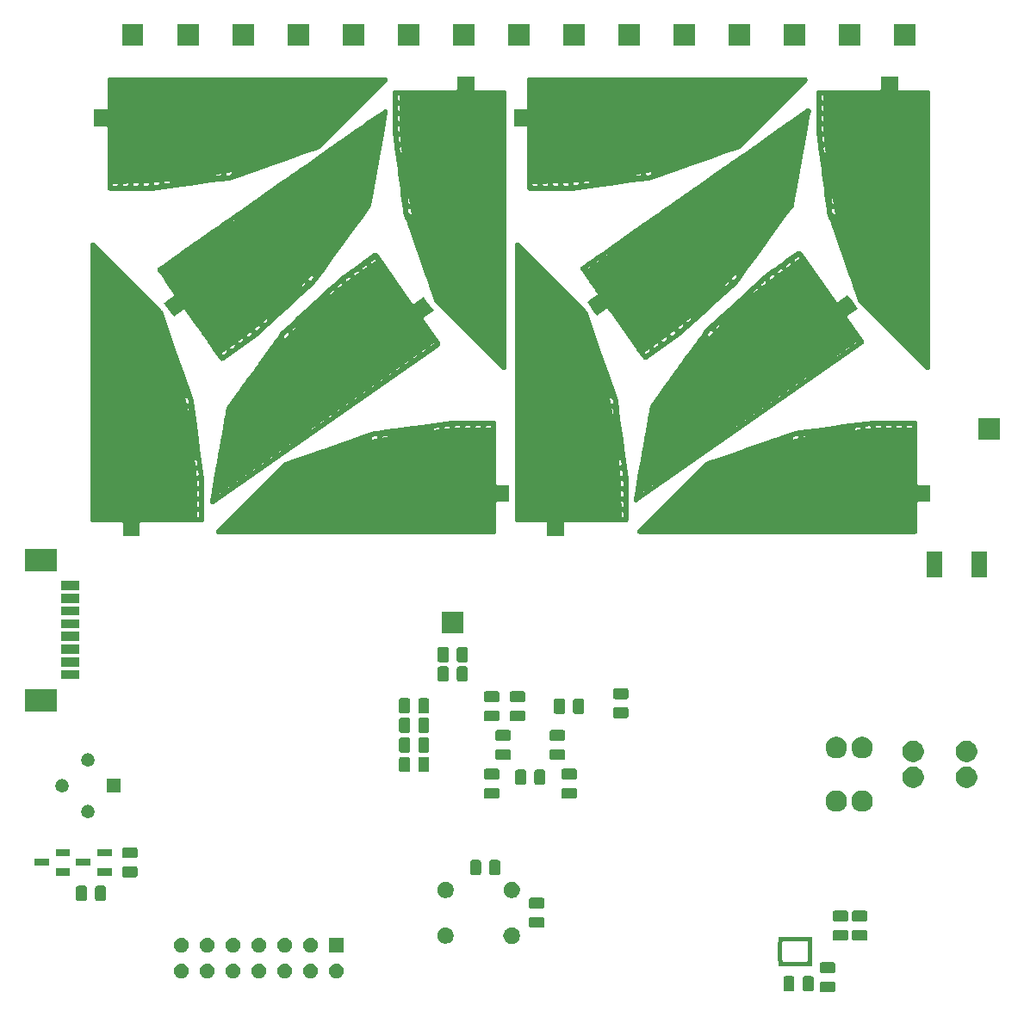
<source format=gbr>
G04 #@! TF.GenerationSoftware,KiCad,Pcbnew,5.1.5+dfsg1-2build2*
G04 #@! TF.CreationDate,2020-05-18T23:31:36+02:00*
G04 #@! TF.ProjectId,proto2,70726f74-6f32-42e6-9b69-6361645f7063,rev?*
G04 #@! TF.SameCoordinates,Original*
G04 #@! TF.FileFunction,Soldermask,Top*
G04 #@! TF.FilePolarity,Negative*
%FSLAX46Y46*%
G04 Gerber Fmt 4.6, Leading zero omitted, Abs format (unit mm)*
G04 Created by KiCad (PCBNEW 5.1.5+dfsg1-2build2) date 2020-05-18 23:31:36*
%MOMM*%
%LPD*%
G04 APERTURE LIST*
%ADD10C,0.100000*%
G04 APERTURE END LIST*
D10*
G36*
X174557023Y-84690437D02*
G01*
X152849494Y-99890213D01*
X154335226Y-91464205D01*
X155149349Y-90205996D01*
X156000815Y-88972749D01*
X156888856Y-87765574D01*
X157812678Y-86585556D01*
X158771448Y-85433754D01*
X159764307Y-84311203D01*
X160790360Y-83218911D01*
X161848690Y-82157860D01*
X162938341Y-81129003D01*
X164058338Y-80133264D01*
X165207673Y-79171537D01*
X166385315Y-78244687D01*
X168821259Y-76498917D01*
X174557023Y-84690437D01*
G37*
G36*
X147667377Y-77717163D02*
G01*
X169374906Y-62517387D01*
X167889174Y-70943395D01*
X167075051Y-72201604D01*
X166223585Y-73434851D01*
X165335544Y-74642026D01*
X164411722Y-75822044D01*
X163452952Y-76973846D01*
X162460093Y-78096397D01*
X161434040Y-79188689D01*
X160375710Y-80249740D01*
X159286059Y-81278597D01*
X158166062Y-82274336D01*
X157016727Y-83236063D01*
X155839085Y-84162913D01*
X153403141Y-85908683D01*
X147667377Y-77717163D01*
G37*
G36*
X181051200Y-60401200D02*
G01*
X181051200Y-86901200D01*
X175001200Y-80851200D01*
X174437497Y-79462630D01*
X173915661Y-78057789D01*
X173436161Y-76637941D01*
X172999429Y-75204360D01*
X172605856Y-73758335D01*
X172255796Y-72301164D01*
X171949563Y-70834157D01*
X171687434Y-69358631D01*
X171469642Y-67875912D01*
X171296384Y-66387332D01*
X171167815Y-64894228D01*
X171084052Y-63397941D01*
X171051200Y-60401200D01*
X181051200Y-60401200D01*
G37*
G36*
X179908200Y-103200200D02*
G01*
X153408200Y-103200200D01*
X159458200Y-97150200D01*
X160846770Y-96586497D01*
X162251611Y-96064661D01*
X163671459Y-95585161D01*
X165105040Y-95148429D01*
X166551065Y-94754856D01*
X168008236Y-94404796D01*
X169475243Y-94098563D01*
X170950769Y-93836434D01*
X172433488Y-93618642D01*
X173922068Y-93445384D01*
X175415172Y-93316815D01*
X176911459Y-93233052D01*
X179908200Y-93200200D01*
X179908200Y-103200200D01*
G37*
G36*
X142316200Y-59258200D02*
G01*
X168816200Y-59258200D01*
X162766200Y-65308200D01*
X161377630Y-65871903D01*
X159972789Y-66393739D01*
X158552941Y-66873239D01*
X157119360Y-67309971D01*
X155673335Y-67703544D01*
X154216164Y-68053604D01*
X152749157Y-68359837D01*
X151273631Y-68621966D01*
X149790912Y-68839758D01*
X148302332Y-69013016D01*
X146809228Y-69141585D01*
X145312941Y-69225348D01*
X142316200Y-69258200D01*
X142316200Y-59258200D01*
G37*
G36*
X141224000Y-102184200D02*
G01*
X141224000Y-75684200D01*
X147274000Y-81734200D01*
X147837703Y-83122770D01*
X148359539Y-84527611D01*
X148839039Y-85947459D01*
X149275771Y-87381040D01*
X149669344Y-88827065D01*
X150019404Y-90284236D01*
X150325637Y-91751243D01*
X150587766Y-93226769D01*
X150805558Y-94709488D01*
X150978816Y-96198068D01*
X151107385Y-97691172D01*
X151191148Y-99187459D01*
X151224000Y-102184200D01*
X141224000Y-102184200D01*
G37*
G36*
X138506200Y-103225600D02*
G01*
X112006200Y-103225600D01*
X118056200Y-97175600D01*
X119444770Y-96611897D01*
X120849611Y-96090061D01*
X122269459Y-95610561D01*
X123703040Y-95173829D01*
X125149065Y-94780256D01*
X126606236Y-94430196D01*
X128073243Y-94123963D01*
X129548769Y-93861834D01*
X131031488Y-93644042D01*
X132520068Y-93470784D01*
X134013172Y-93342215D01*
X135509459Y-93258452D01*
X138506200Y-93225600D01*
X138506200Y-103225600D01*
G37*
G36*
X139395200Y-60401200D02*
G01*
X139395200Y-86901200D01*
X133345200Y-80851200D01*
X132781497Y-79462630D01*
X132259661Y-78057789D01*
X131780161Y-76637941D01*
X131343429Y-75204360D01*
X130949856Y-73758335D01*
X130599796Y-72301164D01*
X130293563Y-70834157D01*
X130031434Y-69358631D01*
X129813642Y-67875912D01*
X129640384Y-66387332D01*
X129511815Y-64894228D01*
X129428052Y-63397941D01*
X129395200Y-60401200D01*
X139395200Y-60401200D01*
G37*
G36*
X132901023Y-84893637D02*
G01*
X111193494Y-100093413D01*
X112679226Y-91667405D01*
X113493349Y-90409196D01*
X114344815Y-89175949D01*
X115232856Y-87968774D01*
X116156678Y-86788756D01*
X117115448Y-85636954D01*
X118108307Y-84514403D01*
X119134360Y-83422111D01*
X120192690Y-82361060D01*
X121282341Y-81332203D01*
X122402338Y-80336464D01*
X123551673Y-79374737D01*
X124729315Y-78447887D01*
X127165259Y-76702117D01*
X132901023Y-84893637D01*
G37*
G36*
X106062177Y-77818763D02*
G01*
X127769706Y-62618987D01*
X126283974Y-71044995D01*
X125469851Y-72303204D01*
X124618385Y-73536451D01*
X123730344Y-74743626D01*
X122806522Y-75923644D01*
X121847752Y-77075446D01*
X120854893Y-78197997D01*
X119828840Y-79290289D01*
X118770510Y-80351340D01*
X117680859Y-81380197D01*
X116560862Y-82375936D01*
X115411527Y-83337663D01*
X114233885Y-84264513D01*
X111797941Y-86010283D01*
X106062177Y-77818763D01*
G37*
G36*
X101041200Y-59258200D02*
G01*
X127541200Y-59258200D01*
X121491200Y-65308200D01*
X120102630Y-65871903D01*
X118697789Y-66393739D01*
X117277941Y-66873239D01*
X115844360Y-67309971D01*
X114398335Y-67703544D01*
X112941164Y-68053604D01*
X111474157Y-68359837D01*
X109998631Y-68621966D01*
X108515912Y-68839758D01*
X107027332Y-69013016D01*
X105534228Y-69141585D01*
X104037941Y-69225348D01*
X101041200Y-69258200D01*
X101041200Y-59258200D01*
G37*
G36*
X99517200Y-102184200D02*
G01*
X99517200Y-75684200D01*
X105567200Y-81734200D01*
X106130903Y-83122770D01*
X106652739Y-84527611D01*
X107132239Y-85947459D01*
X107568971Y-87381040D01*
X107962544Y-88827065D01*
X108312604Y-90284236D01*
X108618837Y-91751243D01*
X108880966Y-93226769D01*
X109098758Y-94709488D01*
X109272016Y-96198068D01*
X109400585Y-97691172D01*
X109484348Y-99187459D01*
X109517200Y-102184200D01*
X99517200Y-102184200D01*
G37*
G36*
X172034468Y-147723565D02*
G01*
X172073138Y-147735296D01*
X172108777Y-147754346D01*
X172140017Y-147779983D01*
X172165654Y-147811223D01*
X172184704Y-147846862D01*
X172196435Y-147885532D01*
X172201000Y-147931888D01*
X172201000Y-148583112D01*
X172196435Y-148629468D01*
X172184704Y-148668138D01*
X172165654Y-148703777D01*
X172140017Y-148735017D01*
X172108777Y-148760654D01*
X172073138Y-148779704D01*
X172034468Y-148791435D01*
X171988112Y-148796000D01*
X170911888Y-148796000D01*
X170865532Y-148791435D01*
X170826862Y-148779704D01*
X170791223Y-148760654D01*
X170759983Y-148735017D01*
X170734346Y-148703777D01*
X170715296Y-148668138D01*
X170703565Y-148629468D01*
X170699000Y-148583112D01*
X170699000Y-147931888D01*
X170703565Y-147885532D01*
X170715296Y-147846862D01*
X170734346Y-147811223D01*
X170759983Y-147779983D01*
X170791223Y-147754346D01*
X170826862Y-147735296D01*
X170865532Y-147723565D01*
X170911888Y-147719000D01*
X171988112Y-147719000D01*
X172034468Y-147723565D01*
G37*
G36*
X169916968Y-147208565D02*
G01*
X169955638Y-147220296D01*
X169991277Y-147239346D01*
X170022517Y-147264983D01*
X170048154Y-147296223D01*
X170067204Y-147331862D01*
X170078935Y-147370532D01*
X170083500Y-147416888D01*
X170083500Y-148493112D01*
X170078935Y-148539468D01*
X170067204Y-148578138D01*
X170048154Y-148613777D01*
X170022517Y-148645017D01*
X169991277Y-148670654D01*
X169955638Y-148689704D01*
X169916968Y-148701435D01*
X169870612Y-148706000D01*
X169219388Y-148706000D01*
X169173032Y-148701435D01*
X169134362Y-148689704D01*
X169098723Y-148670654D01*
X169067483Y-148645017D01*
X169041846Y-148613777D01*
X169022796Y-148578138D01*
X169011065Y-148539468D01*
X169006500Y-148493112D01*
X169006500Y-147416888D01*
X169011065Y-147370532D01*
X169022796Y-147331862D01*
X169041846Y-147296223D01*
X169067483Y-147264983D01*
X169098723Y-147239346D01*
X169134362Y-147220296D01*
X169173032Y-147208565D01*
X169219388Y-147204000D01*
X169870612Y-147204000D01*
X169916968Y-147208565D01*
G37*
G36*
X168041968Y-147208565D02*
G01*
X168080638Y-147220296D01*
X168116277Y-147239346D01*
X168147517Y-147264983D01*
X168173154Y-147296223D01*
X168192204Y-147331862D01*
X168203935Y-147370532D01*
X168208500Y-147416888D01*
X168208500Y-148493112D01*
X168203935Y-148539468D01*
X168192204Y-148578138D01*
X168173154Y-148613777D01*
X168147517Y-148645017D01*
X168116277Y-148670654D01*
X168080638Y-148689704D01*
X168041968Y-148701435D01*
X167995612Y-148706000D01*
X167344388Y-148706000D01*
X167298032Y-148701435D01*
X167259362Y-148689704D01*
X167223723Y-148670654D01*
X167192483Y-148645017D01*
X167166846Y-148613777D01*
X167147796Y-148578138D01*
X167136065Y-148539468D01*
X167131500Y-148493112D01*
X167131500Y-147416888D01*
X167136065Y-147370532D01*
X167147796Y-147331862D01*
X167166846Y-147296223D01*
X167192483Y-147264983D01*
X167223723Y-147239346D01*
X167259362Y-147220296D01*
X167298032Y-147208565D01*
X167344388Y-147204000D01*
X167995612Y-147204000D01*
X168041968Y-147208565D01*
G37*
G36*
X108093586Y-145963142D02*
G01*
X108164683Y-145977284D01*
X108298627Y-146032765D01*
X108298628Y-146032766D01*
X108419170Y-146113309D01*
X108521691Y-146215830D01*
X108582098Y-146306236D01*
X108602235Y-146336373D01*
X108657716Y-146470317D01*
X108686000Y-146612510D01*
X108686000Y-146757490D01*
X108657716Y-146899683D01*
X108602235Y-147033627D01*
X108602234Y-147033628D01*
X108521691Y-147154170D01*
X108419170Y-147256691D01*
X108328764Y-147317098D01*
X108298627Y-147337235D01*
X108164683Y-147392716D01*
X108022491Y-147421000D01*
X107877509Y-147421000D01*
X107735317Y-147392716D01*
X107601373Y-147337235D01*
X107571237Y-147317098D01*
X107480830Y-147256691D01*
X107378309Y-147154170D01*
X107297766Y-147033628D01*
X107297765Y-147033627D01*
X107242284Y-146899683D01*
X107214000Y-146757490D01*
X107214000Y-146612510D01*
X107242284Y-146470317D01*
X107297765Y-146336373D01*
X107317902Y-146306236D01*
X107378309Y-146215830D01*
X107480830Y-146113309D01*
X107601372Y-146032766D01*
X107601373Y-146032765D01*
X107735317Y-145977284D01*
X107806414Y-145963142D01*
X107877509Y-145949000D01*
X108022491Y-145949000D01*
X108093586Y-145963142D01*
G37*
G36*
X123333586Y-145963142D02*
G01*
X123404683Y-145977284D01*
X123538627Y-146032765D01*
X123538628Y-146032766D01*
X123659170Y-146113309D01*
X123761691Y-146215830D01*
X123822098Y-146306236D01*
X123842235Y-146336373D01*
X123897716Y-146470317D01*
X123926000Y-146612510D01*
X123926000Y-146757490D01*
X123897716Y-146899683D01*
X123842235Y-147033627D01*
X123842234Y-147033628D01*
X123761691Y-147154170D01*
X123659170Y-147256691D01*
X123568764Y-147317098D01*
X123538627Y-147337235D01*
X123404683Y-147392716D01*
X123262491Y-147421000D01*
X123117509Y-147421000D01*
X122975317Y-147392716D01*
X122841373Y-147337235D01*
X122811237Y-147317098D01*
X122720830Y-147256691D01*
X122618309Y-147154170D01*
X122537766Y-147033628D01*
X122537765Y-147033627D01*
X122482284Y-146899683D01*
X122454000Y-146757490D01*
X122454000Y-146612510D01*
X122482284Y-146470317D01*
X122537765Y-146336373D01*
X122557902Y-146306236D01*
X122618309Y-146215830D01*
X122720830Y-146113309D01*
X122841372Y-146032766D01*
X122841373Y-146032765D01*
X122975317Y-145977284D01*
X123046414Y-145963142D01*
X123117509Y-145949000D01*
X123262491Y-145949000D01*
X123333586Y-145963142D01*
G37*
G36*
X120793586Y-145963142D02*
G01*
X120864683Y-145977284D01*
X120998627Y-146032765D01*
X120998628Y-146032766D01*
X121119170Y-146113309D01*
X121221691Y-146215830D01*
X121282098Y-146306236D01*
X121302235Y-146336373D01*
X121357716Y-146470317D01*
X121386000Y-146612510D01*
X121386000Y-146757490D01*
X121357716Y-146899683D01*
X121302235Y-147033627D01*
X121302234Y-147033628D01*
X121221691Y-147154170D01*
X121119170Y-147256691D01*
X121028764Y-147317098D01*
X120998627Y-147337235D01*
X120864683Y-147392716D01*
X120722491Y-147421000D01*
X120577509Y-147421000D01*
X120435317Y-147392716D01*
X120301373Y-147337235D01*
X120271237Y-147317098D01*
X120180830Y-147256691D01*
X120078309Y-147154170D01*
X119997766Y-147033628D01*
X119997765Y-147033627D01*
X119942284Y-146899683D01*
X119914000Y-146757490D01*
X119914000Y-146612510D01*
X119942284Y-146470317D01*
X119997765Y-146336373D01*
X120017902Y-146306236D01*
X120078309Y-146215830D01*
X120180830Y-146113309D01*
X120301372Y-146032766D01*
X120301373Y-146032765D01*
X120435317Y-145977284D01*
X120506414Y-145963142D01*
X120577509Y-145949000D01*
X120722491Y-145949000D01*
X120793586Y-145963142D01*
G37*
G36*
X118253586Y-145963142D02*
G01*
X118324683Y-145977284D01*
X118458627Y-146032765D01*
X118458628Y-146032766D01*
X118579170Y-146113309D01*
X118681691Y-146215830D01*
X118742098Y-146306236D01*
X118762235Y-146336373D01*
X118817716Y-146470317D01*
X118846000Y-146612510D01*
X118846000Y-146757490D01*
X118817716Y-146899683D01*
X118762235Y-147033627D01*
X118762234Y-147033628D01*
X118681691Y-147154170D01*
X118579170Y-147256691D01*
X118488764Y-147317098D01*
X118458627Y-147337235D01*
X118324683Y-147392716D01*
X118182491Y-147421000D01*
X118037509Y-147421000D01*
X117895317Y-147392716D01*
X117761373Y-147337235D01*
X117731237Y-147317098D01*
X117640830Y-147256691D01*
X117538309Y-147154170D01*
X117457766Y-147033628D01*
X117457765Y-147033627D01*
X117402284Y-146899683D01*
X117374000Y-146757490D01*
X117374000Y-146612510D01*
X117402284Y-146470317D01*
X117457765Y-146336373D01*
X117477902Y-146306236D01*
X117538309Y-146215830D01*
X117640830Y-146113309D01*
X117761372Y-146032766D01*
X117761373Y-146032765D01*
X117895317Y-145977284D01*
X117966414Y-145963142D01*
X118037509Y-145949000D01*
X118182491Y-145949000D01*
X118253586Y-145963142D01*
G37*
G36*
X113173586Y-145963142D02*
G01*
X113244683Y-145977284D01*
X113378627Y-146032765D01*
X113378628Y-146032766D01*
X113499170Y-146113309D01*
X113601691Y-146215830D01*
X113662098Y-146306236D01*
X113682235Y-146336373D01*
X113737716Y-146470317D01*
X113766000Y-146612510D01*
X113766000Y-146757490D01*
X113737716Y-146899683D01*
X113682235Y-147033627D01*
X113682234Y-147033628D01*
X113601691Y-147154170D01*
X113499170Y-147256691D01*
X113408764Y-147317098D01*
X113378627Y-147337235D01*
X113244683Y-147392716D01*
X113102491Y-147421000D01*
X112957509Y-147421000D01*
X112815317Y-147392716D01*
X112681373Y-147337235D01*
X112651237Y-147317098D01*
X112560830Y-147256691D01*
X112458309Y-147154170D01*
X112377766Y-147033628D01*
X112377765Y-147033627D01*
X112322284Y-146899683D01*
X112294000Y-146757490D01*
X112294000Y-146612510D01*
X112322284Y-146470317D01*
X112377765Y-146336373D01*
X112397902Y-146306236D01*
X112458309Y-146215830D01*
X112560830Y-146113309D01*
X112681372Y-146032766D01*
X112681373Y-146032765D01*
X112815317Y-145977284D01*
X112886414Y-145963142D01*
X112957509Y-145949000D01*
X113102491Y-145949000D01*
X113173586Y-145963142D01*
G37*
G36*
X115713586Y-145963142D02*
G01*
X115784683Y-145977284D01*
X115918627Y-146032765D01*
X115918628Y-146032766D01*
X116039170Y-146113309D01*
X116141691Y-146215830D01*
X116202098Y-146306236D01*
X116222235Y-146336373D01*
X116277716Y-146470317D01*
X116306000Y-146612510D01*
X116306000Y-146757490D01*
X116277716Y-146899683D01*
X116222235Y-147033627D01*
X116222234Y-147033628D01*
X116141691Y-147154170D01*
X116039170Y-147256691D01*
X115948764Y-147317098D01*
X115918627Y-147337235D01*
X115784683Y-147392716D01*
X115642491Y-147421000D01*
X115497509Y-147421000D01*
X115355317Y-147392716D01*
X115221373Y-147337235D01*
X115191237Y-147317098D01*
X115100830Y-147256691D01*
X114998309Y-147154170D01*
X114917766Y-147033628D01*
X114917765Y-147033627D01*
X114862284Y-146899683D01*
X114834000Y-146757490D01*
X114834000Y-146612510D01*
X114862284Y-146470317D01*
X114917765Y-146336373D01*
X114937902Y-146306236D01*
X114998309Y-146215830D01*
X115100830Y-146113309D01*
X115221372Y-146032766D01*
X115221373Y-146032765D01*
X115355317Y-145977284D01*
X115426414Y-145963142D01*
X115497509Y-145949000D01*
X115642491Y-145949000D01*
X115713586Y-145963142D01*
G37*
G36*
X110633586Y-145963142D02*
G01*
X110704683Y-145977284D01*
X110838627Y-146032765D01*
X110838628Y-146032766D01*
X110959170Y-146113309D01*
X111061691Y-146215830D01*
X111122098Y-146306236D01*
X111142235Y-146336373D01*
X111197716Y-146470317D01*
X111226000Y-146612510D01*
X111226000Y-146757490D01*
X111197716Y-146899683D01*
X111142235Y-147033627D01*
X111142234Y-147033628D01*
X111061691Y-147154170D01*
X110959170Y-147256691D01*
X110868764Y-147317098D01*
X110838627Y-147337235D01*
X110704683Y-147392716D01*
X110562491Y-147421000D01*
X110417509Y-147421000D01*
X110275317Y-147392716D01*
X110141373Y-147337235D01*
X110111237Y-147317098D01*
X110020830Y-147256691D01*
X109918309Y-147154170D01*
X109837766Y-147033628D01*
X109837765Y-147033627D01*
X109782284Y-146899683D01*
X109754000Y-146757490D01*
X109754000Y-146612510D01*
X109782284Y-146470317D01*
X109837765Y-146336373D01*
X109857902Y-146306236D01*
X109918309Y-146215830D01*
X110020830Y-146113309D01*
X110141372Y-146032766D01*
X110141373Y-146032765D01*
X110275317Y-145977284D01*
X110346414Y-145963142D01*
X110417509Y-145949000D01*
X110562491Y-145949000D01*
X110633586Y-145963142D01*
G37*
G36*
X172034468Y-145848565D02*
G01*
X172073138Y-145860296D01*
X172108777Y-145879346D01*
X172140017Y-145904983D01*
X172165654Y-145936223D01*
X172184704Y-145971862D01*
X172196435Y-146010532D01*
X172201000Y-146056888D01*
X172201000Y-146708112D01*
X172196435Y-146754468D01*
X172184704Y-146793138D01*
X172165654Y-146828777D01*
X172140017Y-146860017D01*
X172108777Y-146885654D01*
X172073138Y-146904704D01*
X172034468Y-146916435D01*
X171988112Y-146921000D01*
X170911888Y-146921000D01*
X170865532Y-146916435D01*
X170826862Y-146904704D01*
X170791223Y-146885654D01*
X170759983Y-146860017D01*
X170734346Y-146828777D01*
X170715296Y-146793138D01*
X170703565Y-146754468D01*
X170699000Y-146708112D01*
X170699000Y-146056888D01*
X170703565Y-146010532D01*
X170715296Y-145971862D01*
X170734346Y-145936223D01*
X170759983Y-145904983D01*
X170791223Y-145879346D01*
X170826862Y-145860296D01*
X170865532Y-145848565D01*
X170911888Y-145844000D01*
X171988112Y-145844000D01*
X172034468Y-145848565D01*
G37*
G36*
X169946000Y-143844001D02*
G01*
X169948402Y-143868387D01*
X169955515Y-143891836D01*
X169967066Y-143913447D01*
X169976000Y-143924333D01*
X169976000Y-145635667D01*
X169967066Y-145646553D01*
X169955515Y-145668164D01*
X169948402Y-145691613D01*
X169946000Y-145715999D01*
X169946000Y-146231000D01*
X166604000Y-146231000D01*
X166604000Y-145715999D01*
X166601598Y-145691613D01*
X166594485Y-145668164D01*
X166582934Y-145646553D01*
X166574000Y-145635667D01*
X166574000Y-143924333D01*
X166582934Y-143913447D01*
X166586914Y-143905999D01*
X167026000Y-143905999D01*
X167026000Y-145654001D01*
X167028402Y-145678387D01*
X167035515Y-145701836D01*
X167047066Y-145723447D01*
X167062611Y-145742389D01*
X167081553Y-145757934D01*
X167103164Y-145769485D01*
X167126613Y-145776598D01*
X167150999Y-145779000D01*
X169399001Y-145779000D01*
X169423387Y-145776598D01*
X169446836Y-145769485D01*
X169468447Y-145757934D01*
X169487389Y-145742389D01*
X169502934Y-145723447D01*
X169514485Y-145701836D01*
X169521598Y-145678387D01*
X169524000Y-145654001D01*
X169524000Y-143905999D01*
X169521598Y-143881613D01*
X169514485Y-143858164D01*
X169502934Y-143836553D01*
X169487389Y-143817611D01*
X169468447Y-143802066D01*
X169446836Y-143790515D01*
X169423387Y-143783402D01*
X169399001Y-143781000D01*
X167150999Y-143781000D01*
X167126613Y-143783402D01*
X167103164Y-143790515D01*
X167081553Y-143802066D01*
X167062611Y-143817611D01*
X167047066Y-143836553D01*
X167035515Y-143858164D01*
X167028402Y-143881613D01*
X167026000Y-143905999D01*
X166586914Y-143905999D01*
X166594485Y-143891836D01*
X166601598Y-143868387D01*
X166604000Y-143844001D01*
X166604000Y-143329000D01*
X169946000Y-143329000D01*
X169946000Y-143844001D01*
G37*
G36*
X108093586Y-143423142D02*
G01*
X108164683Y-143437284D01*
X108298627Y-143492765D01*
X108298628Y-143492766D01*
X108419170Y-143573309D01*
X108521691Y-143675830D01*
X108558292Y-143730608D01*
X108602235Y-143796373D01*
X108657716Y-143930317D01*
X108686000Y-144072510D01*
X108686000Y-144217490D01*
X108657716Y-144359683D01*
X108602235Y-144493627D01*
X108602234Y-144493628D01*
X108521691Y-144614170D01*
X108419170Y-144716691D01*
X108328764Y-144777098D01*
X108298627Y-144797235D01*
X108164683Y-144852716D01*
X108093586Y-144866858D01*
X108022491Y-144881000D01*
X107877509Y-144881000D01*
X107806414Y-144866858D01*
X107735317Y-144852716D01*
X107601373Y-144797235D01*
X107571236Y-144777098D01*
X107480830Y-144716691D01*
X107378309Y-144614170D01*
X107297766Y-144493628D01*
X107297765Y-144493627D01*
X107242284Y-144359683D01*
X107214000Y-144217490D01*
X107214000Y-144072510D01*
X107242284Y-143930317D01*
X107297765Y-143796373D01*
X107341708Y-143730608D01*
X107378309Y-143675830D01*
X107480830Y-143573309D01*
X107601372Y-143492766D01*
X107601373Y-143492765D01*
X107735317Y-143437284D01*
X107806414Y-143423142D01*
X107877509Y-143409000D01*
X108022491Y-143409000D01*
X108093586Y-143423142D01*
G37*
G36*
X120793586Y-143423142D02*
G01*
X120864683Y-143437284D01*
X120998627Y-143492765D01*
X120998628Y-143492766D01*
X121119170Y-143573309D01*
X121221691Y-143675830D01*
X121258292Y-143730608D01*
X121302235Y-143796373D01*
X121357716Y-143930317D01*
X121386000Y-144072510D01*
X121386000Y-144217490D01*
X121357716Y-144359683D01*
X121302235Y-144493627D01*
X121302234Y-144493628D01*
X121221691Y-144614170D01*
X121119170Y-144716691D01*
X121028764Y-144777098D01*
X120998627Y-144797235D01*
X120864683Y-144852716D01*
X120793586Y-144866858D01*
X120722491Y-144881000D01*
X120577509Y-144881000D01*
X120506414Y-144866858D01*
X120435317Y-144852716D01*
X120301373Y-144797235D01*
X120271236Y-144777098D01*
X120180830Y-144716691D01*
X120078309Y-144614170D01*
X119997766Y-144493628D01*
X119997765Y-144493627D01*
X119942284Y-144359683D01*
X119914000Y-144217490D01*
X119914000Y-144072510D01*
X119942284Y-143930317D01*
X119997765Y-143796373D01*
X120041708Y-143730608D01*
X120078309Y-143675830D01*
X120180830Y-143573309D01*
X120301372Y-143492766D01*
X120301373Y-143492765D01*
X120435317Y-143437284D01*
X120506414Y-143423142D01*
X120577509Y-143409000D01*
X120722491Y-143409000D01*
X120793586Y-143423142D01*
G37*
G36*
X118253586Y-143423142D02*
G01*
X118324683Y-143437284D01*
X118458627Y-143492765D01*
X118458628Y-143492766D01*
X118579170Y-143573309D01*
X118681691Y-143675830D01*
X118718292Y-143730608D01*
X118762235Y-143796373D01*
X118817716Y-143930317D01*
X118846000Y-144072510D01*
X118846000Y-144217490D01*
X118817716Y-144359683D01*
X118762235Y-144493627D01*
X118762234Y-144493628D01*
X118681691Y-144614170D01*
X118579170Y-144716691D01*
X118488764Y-144777098D01*
X118458627Y-144797235D01*
X118324683Y-144852716D01*
X118253586Y-144866858D01*
X118182491Y-144881000D01*
X118037509Y-144881000D01*
X117966414Y-144866858D01*
X117895317Y-144852716D01*
X117761373Y-144797235D01*
X117731236Y-144777098D01*
X117640830Y-144716691D01*
X117538309Y-144614170D01*
X117457766Y-144493628D01*
X117457765Y-144493627D01*
X117402284Y-144359683D01*
X117374000Y-144217490D01*
X117374000Y-144072510D01*
X117402284Y-143930317D01*
X117457765Y-143796373D01*
X117501708Y-143730608D01*
X117538309Y-143675830D01*
X117640830Y-143573309D01*
X117761372Y-143492766D01*
X117761373Y-143492765D01*
X117895317Y-143437284D01*
X117966414Y-143423142D01*
X118037509Y-143409000D01*
X118182491Y-143409000D01*
X118253586Y-143423142D01*
G37*
G36*
X115713586Y-143423142D02*
G01*
X115784683Y-143437284D01*
X115918627Y-143492765D01*
X115918628Y-143492766D01*
X116039170Y-143573309D01*
X116141691Y-143675830D01*
X116178292Y-143730608D01*
X116222235Y-143796373D01*
X116277716Y-143930317D01*
X116306000Y-144072510D01*
X116306000Y-144217490D01*
X116277716Y-144359683D01*
X116222235Y-144493627D01*
X116222234Y-144493628D01*
X116141691Y-144614170D01*
X116039170Y-144716691D01*
X115948764Y-144777098D01*
X115918627Y-144797235D01*
X115784683Y-144852716D01*
X115713586Y-144866858D01*
X115642491Y-144881000D01*
X115497509Y-144881000D01*
X115426414Y-144866858D01*
X115355317Y-144852716D01*
X115221373Y-144797235D01*
X115191236Y-144777098D01*
X115100830Y-144716691D01*
X114998309Y-144614170D01*
X114917766Y-144493628D01*
X114917765Y-144493627D01*
X114862284Y-144359683D01*
X114834000Y-144217490D01*
X114834000Y-144072510D01*
X114862284Y-143930317D01*
X114917765Y-143796373D01*
X114961708Y-143730608D01*
X114998309Y-143675830D01*
X115100830Y-143573309D01*
X115221372Y-143492766D01*
X115221373Y-143492765D01*
X115355317Y-143437284D01*
X115426414Y-143423142D01*
X115497509Y-143409000D01*
X115642491Y-143409000D01*
X115713586Y-143423142D01*
G37*
G36*
X113173586Y-143423142D02*
G01*
X113244683Y-143437284D01*
X113378627Y-143492765D01*
X113378628Y-143492766D01*
X113499170Y-143573309D01*
X113601691Y-143675830D01*
X113638292Y-143730608D01*
X113682235Y-143796373D01*
X113737716Y-143930317D01*
X113766000Y-144072510D01*
X113766000Y-144217490D01*
X113737716Y-144359683D01*
X113682235Y-144493627D01*
X113682234Y-144493628D01*
X113601691Y-144614170D01*
X113499170Y-144716691D01*
X113408764Y-144777098D01*
X113378627Y-144797235D01*
X113244683Y-144852716D01*
X113173586Y-144866858D01*
X113102491Y-144881000D01*
X112957509Y-144881000D01*
X112886414Y-144866858D01*
X112815317Y-144852716D01*
X112681373Y-144797235D01*
X112651236Y-144777098D01*
X112560830Y-144716691D01*
X112458309Y-144614170D01*
X112377766Y-144493628D01*
X112377765Y-144493627D01*
X112322284Y-144359683D01*
X112294000Y-144217490D01*
X112294000Y-144072510D01*
X112322284Y-143930317D01*
X112377765Y-143796373D01*
X112421708Y-143730608D01*
X112458309Y-143675830D01*
X112560830Y-143573309D01*
X112681372Y-143492766D01*
X112681373Y-143492765D01*
X112815317Y-143437284D01*
X112886414Y-143423142D01*
X112957509Y-143409000D01*
X113102491Y-143409000D01*
X113173586Y-143423142D01*
G37*
G36*
X110633586Y-143423142D02*
G01*
X110704683Y-143437284D01*
X110838627Y-143492765D01*
X110838628Y-143492766D01*
X110959170Y-143573309D01*
X111061691Y-143675830D01*
X111098292Y-143730608D01*
X111142235Y-143796373D01*
X111197716Y-143930317D01*
X111226000Y-144072510D01*
X111226000Y-144217490D01*
X111197716Y-144359683D01*
X111142235Y-144493627D01*
X111142234Y-144493628D01*
X111061691Y-144614170D01*
X110959170Y-144716691D01*
X110868764Y-144777098D01*
X110838627Y-144797235D01*
X110704683Y-144852716D01*
X110633586Y-144866858D01*
X110562491Y-144881000D01*
X110417509Y-144881000D01*
X110346414Y-144866858D01*
X110275317Y-144852716D01*
X110141373Y-144797235D01*
X110111236Y-144777098D01*
X110020830Y-144716691D01*
X109918309Y-144614170D01*
X109837766Y-144493628D01*
X109837765Y-144493627D01*
X109782284Y-144359683D01*
X109754000Y-144217490D01*
X109754000Y-144072510D01*
X109782284Y-143930317D01*
X109837765Y-143796373D01*
X109881708Y-143730608D01*
X109918309Y-143675830D01*
X110020830Y-143573309D01*
X110141372Y-143492766D01*
X110141373Y-143492765D01*
X110275317Y-143437284D01*
X110346414Y-143423142D01*
X110417509Y-143409000D01*
X110562491Y-143409000D01*
X110633586Y-143423142D01*
G37*
G36*
X123926000Y-144881000D02*
G01*
X122454000Y-144881000D01*
X122454000Y-143409000D01*
X123926000Y-143409000D01*
X123926000Y-144881000D01*
G37*
G36*
X140649474Y-142430550D02*
G01*
X140649476Y-142430551D01*
X140649477Y-142430551D01*
X140798889Y-142492440D01*
X140933357Y-142582288D01*
X141047712Y-142696643D01*
X141056231Y-142709393D01*
X141137560Y-142831111D01*
X141199450Y-142980526D01*
X141231000Y-143139137D01*
X141231000Y-143300863D01*
X141200610Y-143453643D01*
X141199449Y-143459477D01*
X141137560Y-143608889D01*
X141047712Y-143743357D01*
X140933357Y-143857712D01*
X140798889Y-143947560D01*
X140649477Y-144009449D01*
X140649476Y-144009449D01*
X140649474Y-144009450D01*
X140490863Y-144041000D01*
X140329137Y-144041000D01*
X140170526Y-144009450D01*
X140170524Y-144009449D01*
X140170523Y-144009449D01*
X140021111Y-143947560D01*
X139886643Y-143857712D01*
X139772288Y-143743357D01*
X139682440Y-143608889D01*
X139620551Y-143459477D01*
X139619391Y-143453643D01*
X139589000Y-143300863D01*
X139589000Y-143139137D01*
X139620550Y-142980526D01*
X139682440Y-142831111D01*
X139763769Y-142709393D01*
X139772288Y-142696643D01*
X139886643Y-142582288D01*
X140021111Y-142492440D01*
X140170523Y-142430551D01*
X140170524Y-142430551D01*
X140170526Y-142430550D01*
X140329137Y-142399000D01*
X140490863Y-142399000D01*
X140649474Y-142430550D01*
G37*
G36*
X134143642Y-142449781D02*
G01*
X134246629Y-142492440D01*
X134289416Y-142510163D01*
X134420608Y-142597822D01*
X134532178Y-142709392D01*
X134596202Y-142805212D01*
X134619838Y-142840586D01*
X134680219Y-142986358D01*
X134711000Y-143141107D01*
X134711000Y-143298893D01*
X134680219Y-143453642D01*
X134619838Y-143599414D01*
X134619837Y-143599416D01*
X134532178Y-143730608D01*
X134420608Y-143842178D01*
X134289416Y-143929837D01*
X134289415Y-143929838D01*
X134289414Y-143929838D01*
X134143642Y-143990219D01*
X133988893Y-144021000D01*
X133831107Y-144021000D01*
X133676358Y-143990219D01*
X133530586Y-143929838D01*
X133530585Y-143929838D01*
X133530584Y-143929837D01*
X133399392Y-143842178D01*
X133287822Y-143730608D01*
X133200163Y-143599416D01*
X133200162Y-143599414D01*
X133139781Y-143453642D01*
X133109000Y-143298893D01*
X133109000Y-143141107D01*
X133139781Y-142986358D01*
X133200162Y-142840586D01*
X133223798Y-142805212D01*
X133287822Y-142709392D01*
X133399392Y-142597822D01*
X133530584Y-142510163D01*
X133573371Y-142492440D01*
X133676358Y-142449781D01*
X133831107Y-142419000D01*
X133988893Y-142419000D01*
X134143642Y-142449781D01*
G37*
G36*
X173304468Y-142643565D02*
G01*
X173343138Y-142655296D01*
X173378777Y-142674346D01*
X173410017Y-142699983D01*
X173435654Y-142731223D01*
X173454704Y-142766862D01*
X173466435Y-142805532D01*
X173471000Y-142851888D01*
X173471000Y-143503112D01*
X173466435Y-143549468D01*
X173454704Y-143588138D01*
X173435654Y-143623777D01*
X173410017Y-143655017D01*
X173378777Y-143680654D01*
X173343138Y-143699704D01*
X173304468Y-143711435D01*
X173258112Y-143716000D01*
X172181888Y-143716000D01*
X172135532Y-143711435D01*
X172096862Y-143699704D01*
X172061223Y-143680654D01*
X172029983Y-143655017D01*
X172004346Y-143623777D01*
X171985296Y-143588138D01*
X171973565Y-143549468D01*
X171969000Y-143503112D01*
X171969000Y-142851888D01*
X171973565Y-142805532D01*
X171985296Y-142766862D01*
X172004346Y-142731223D01*
X172029983Y-142699983D01*
X172061223Y-142674346D01*
X172096862Y-142655296D01*
X172135532Y-142643565D01*
X172181888Y-142639000D01*
X173258112Y-142639000D01*
X173304468Y-142643565D01*
G37*
G36*
X175209468Y-142643565D02*
G01*
X175248138Y-142655296D01*
X175283777Y-142674346D01*
X175315017Y-142699983D01*
X175340654Y-142731223D01*
X175359704Y-142766862D01*
X175371435Y-142805532D01*
X175376000Y-142851888D01*
X175376000Y-143503112D01*
X175371435Y-143549468D01*
X175359704Y-143588138D01*
X175340654Y-143623777D01*
X175315017Y-143655017D01*
X175283777Y-143680654D01*
X175248138Y-143699704D01*
X175209468Y-143711435D01*
X175163112Y-143716000D01*
X174086888Y-143716000D01*
X174040532Y-143711435D01*
X174001862Y-143699704D01*
X173966223Y-143680654D01*
X173934983Y-143655017D01*
X173909346Y-143623777D01*
X173890296Y-143588138D01*
X173878565Y-143549468D01*
X173874000Y-143503112D01*
X173874000Y-142851888D01*
X173878565Y-142805532D01*
X173890296Y-142766862D01*
X173909346Y-142731223D01*
X173934983Y-142699983D01*
X173966223Y-142674346D01*
X174001862Y-142655296D01*
X174040532Y-142643565D01*
X174086888Y-142639000D01*
X175163112Y-142639000D01*
X175209468Y-142643565D01*
G37*
G36*
X143459468Y-141373565D02*
G01*
X143498138Y-141385296D01*
X143533777Y-141404346D01*
X143565017Y-141429983D01*
X143590654Y-141461223D01*
X143609704Y-141496862D01*
X143621435Y-141535532D01*
X143626000Y-141581888D01*
X143626000Y-142233112D01*
X143621435Y-142279468D01*
X143609704Y-142318138D01*
X143590654Y-142353777D01*
X143565017Y-142385017D01*
X143533777Y-142410654D01*
X143498138Y-142429704D01*
X143459468Y-142441435D01*
X143413112Y-142446000D01*
X142336888Y-142446000D01*
X142290532Y-142441435D01*
X142251862Y-142429704D01*
X142216223Y-142410654D01*
X142184983Y-142385017D01*
X142159346Y-142353777D01*
X142140296Y-142318138D01*
X142128565Y-142279468D01*
X142124000Y-142233112D01*
X142124000Y-141581888D01*
X142128565Y-141535532D01*
X142140296Y-141496862D01*
X142159346Y-141461223D01*
X142184983Y-141429983D01*
X142216223Y-141404346D01*
X142251862Y-141385296D01*
X142290532Y-141373565D01*
X142336888Y-141369000D01*
X143413112Y-141369000D01*
X143459468Y-141373565D01*
G37*
G36*
X175209468Y-140768565D02*
G01*
X175248138Y-140780296D01*
X175283777Y-140799346D01*
X175315017Y-140824983D01*
X175340654Y-140856223D01*
X175359704Y-140891862D01*
X175371435Y-140930532D01*
X175376000Y-140976888D01*
X175376000Y-141628112D01*
X175371435Y-141674468D01*
X175359704Y-141713138D01*
X175340654Y-141748777D01*
X175315017Y-141780017D01*
X175283777Y-141805654D01*
X175248138Y-141824704D01*
X175209468Y-141836435D01*
X175163112Y-141841000D01*
X174086888Y-141841000D01*
X174040532Y-141836435D01*
X174001862Y-141824704D01*
X173966223Y-141805654D01*
X173934983Y-141780017D01*
X173909346Y-141748777D01*
X173890296Y-141713138D01*
X173878565Y-141674468D01*
X173874000Y-141628112D01*
X173874000Y-140976888D01*
X173878565Y-140930532D01*
X173890296Y-140891862D01*
X173909346Y-140856223D01*
X173934983Y-140824983D01*
X173966223Y-140799346D01*
X174001862Y-140780296D01*
X174040532Y-140768565D01*
X174086888Y-140764000D01*
X175163112Y-140764000D01*
X175209468Y-140768565D01*
G37*
G36*
X173304468Y-140768565D02*
G01*
X173343138Y-140780296D01*
X173378777Y-140799346D01*
X173410017Y-140824983D01*
X173435654Y-140856223D01*
X173454704Y-140891862D01*
X173466435Y-140930532D01*
X173471000Y-140976888D01*
X173471000Y-141628112D01*
X173466435Y-141674468D01*
X173454704Y-141713138D01*
X173435654Y-141748777D01*
X173410017Y-141780017D01*
X173378777Y-141805654D01*
X173343138Y-141824704D01*
X173304468Y-141836435D01*
X173258112Y-141841000D01*
X172181888Y-141841000D01*
X172135532Y-141836435D01*
X172096862Y-141824704D01*
X172061223Y-141805654D01*
X172029983Y-141780017D01*
X172004346Y-141748777D01*
X171985296Y-141713138D01*
X171973565Y-141674468D01*
X171969000Y-141628112D01*
X171969000Y-140976888D01*
X171973565Y-140930532D01*
X171985296Y-140891862D01*
X172004346Y-140856223D01*
X172029983Y-140824983D01*
X172061223Y-140799346D01*
X172096862Y-140780296D01*
X172135532Y-140768565D01*
X172181888Y-140764000D01*
X173258112Y-140764000D01*
X173304468Y-140768565D01*
G37*
G36*
X143459468Y-139498565D02*
G01*
X143498138Y-139510296D01*
X143533777Y-139529346D01*
X143565017Y-139554983D01*
X143590654Y-139586223D01*
X143609704Y-139621862D01*
X143621435Y-139660532D01*
X143626000Y-139706888D01*
X143626000Y-140358112D01*
X143621435Y-140404468D01*
X143609704Y-140443138D01*
X143590654Y-140478777D01*
X143565017Y-140510017D01*
X143533777Y-140535654D01*
X143498138Y-140554704D01*
X143459468Y-140566435D01*
X143413112Y-140571000D01*
X142336888Y-140571000D01*
X142290532Y-140566435D01*
X142251862Y-140554704D01*
X142216223Y-140535654D01*
X142184983Y-140510017D01*
X142159346Y-140478777D01*
X142140296Y-140443138D01*
X142128565Y-140404468D01*
X142124000Y-140358112D01*
X142124000Y-139706888D01*
X142128565Y-139660532D01*
X142140296Y-139621862D01*
X142159346Y-139586223D01*
X142184983Y-139554983D01*
X142216223Y-139529346D01*
X142251862Y-139510296D01*
X142290532Y-139498565D01*
X142336888Y-139494000D01*
X143413112Y-139494000D01*
X143459468Y-139498565D01*
G37*
G36*
X100369468Y-138318565D02*
G01*
X100408138Y-138330296D01*
X100443777Y-138349346D01*
X100475017Y-138374983D01*
X100500654Y-138406223D01*
X100519704Y-138441862D01*
X100531435Y-138480532D01*
X100536000Y-138526888D01*
X100536000Y-139603112D01*
X100531435Y-139649468D01*
X100519704Y-139688138D01*
X100500654Y-139723777D01*
X100475017Y-139755017D01*
X100443777Y-139780654D01*
X100408138Y-139799704D01*
X100369468Y-139811435D01*
X100323112Y-139816000D01*
X99671888Y-139816000D01*
X99625532Y-139811435D01*
X99586862Y-139799704D01*
X99551223Y-139780654D01*
X99519983Y-139755017D01*
X99494346Y-139723777D01*
X99475296Y-139688138D01*
X99463565Y-139649468D01*
X99459000Y-139603112D01*
X99459000Y-138526888D01*
X99463565Y-138480532D01*
X99475296Y-138441862D01*
X99494346Y-138406223D01*
X99519983Y-138374983D01*
X99551223Y-138349346D01*
X99586862Y-138330296D01*
X99625532Y-138318565D01*
X99671888Y-138314000D01*
X100323112Y-138314000D01*
X100369468Y-138318565D01*
G37*
G36*
X98494468Y-138318565D02*
G01*
X98533138Y-138330296D01*
X98568777Y-138349346D01*
X98600017Y-138374983D01*
X98625654Y-138406223D01*
X98644704Y-138441862D01*
X98656435Y-138480532D01*
X98661000Y-138526888D01*
X98661000Y-139603112D01*
X98656435Y-139649468D01*
X98644704Y-139688138D01*
X98625654Y-139723777D01*
X98600017Y-139755017D01*
X98568777Y-139780654D01*
X98533138Y-139799704D01*
X98494468Y-139811435D01*
X98448112Y-139816000D01*
X97796888Y-139816000D01*
X97750532Y-139811435D01*
X97711862Y-139799704D01*
X97676223Y-139780654D01*
X97644983Y-139755017D01*
X97619346Y-139723777D01*
X97600296Y-139688138D01*
X97588565Y-139649468D01*
X97584000Y-139603112D01*
X97584000Y-138526888D01*
X97588565Y-138480532D01*
X97600296Y-138441862D01*
X97619346Y-138406223D01*
X97644983Y-138374983D01*
X97676223Y-138349346D01*
X97711862Y-138330296D01*
X97750532Y-138318565D01*
X97796888Y-138314000D01*
X98448112Y-138314000D01*
X98494468Y-138318565D01*
G37*
G36*
X134143642Y-137949781D02*
G01*
X134289414Y-138010162D01*
X134289416Y-138010163D01*
X134420608Y-138097822D01*
X134532178Y-138209392D01*
X134615768Y-138334495D01*
X134619838Y-138340586D01*
X134680219Y-138486358D01*
X134711000Y-138641107D01*
X134711000Y-138798893D01*
X134680219Y-138953642D01*
X134619838Y-139099414D01*
X134619837Y-139099416D01*
X134532178Y-139230608D01*
X134420608Y-139342178D01*
X134289416Y-139429837D01*
X134289415Y-139429838D01*
X134289414Y-139429838D01*
X134143642Y-139490219D01*
X133988893Y-139521000D01*
X133831107Y-139521000D01*
X133676358Y-139490219D01*
X133530586Y-139429838D01*
X133530585Y-139429838D01*
X133530584Y-139429837D01*
X133399392Y-139342178D01*
X133287822Y-139230608D01*
X133200163Y-139099416D01*
X133200162Y-139099414D01*
X133139781Y-138953642D01*
X133109000Y-138798893D01*
X133109000Y-138641107D01*
X133139781Y-138486358D01*
X133200162Y-138340586D01*
X133204232Y-138334495D01*
X133287822Y-138209392D01*
X133399392Y-138097822D01*
X133530584Y-138010163D01*
X133530586Y-138010162D01*
X133676358Y-137949781D01*
X133831107Y-137919000D01*
X133988893Y-137919000D01*
X134143642Y-137949781D01*
G37*
G36*
X140643642Y-137949781D02*
G01*
X140789414Y-138010162D01*
X140789416Y-138010163D01*
X140920608Y-138097822D01*
X141032178Y-138209392D01*
X141115768Y-138334495D01*
X141119838Y-138340586D01*
X141180219Y-138486358D01*
X141211000Y-138641107D01*
X141211000Y-138798893D01*
X141180219Y-138953642D01*
X141119838Y-139099414D01*
X141119837Y-139099416D01*
X141032178Y-139230608D01*
X140920608Y-139342178D01*
X140789416Y-139429837D01*
X140789415Y-139429838D01*
X140789414Y-139429838D01*
X140643642Y-139490219D01*
X140488893Y-139521000D01*
X140331107Y-139521000D01*
X140176358Y-139490219D01*
X140030586Y-139429838D01*
X140030585Y-139429838D01*
X140030584Y-139429837D01*
X139899392Y-139342178D01*
X139787822Y-139230608D01*
X139700163Y-139099416D01*
X139700162Y-139099414D01*
X139639781Y-138953642D01*
X139609000Y-138798893D01*
X139609000Y-138641107D01*
X139639781Y-138486358D01*
X139700162Y-138340586D01*
X139704232Y-138334495D01*
X139787822Y-138209392D01*
X139899392Y-138097822D01*
X140030584Y-138010163D01*
X140030586Y-138010162D01*
X140176358Y-137949781D01*
X140331107Y-137919000D01*
X140488893Y-137919000D01*
X140643642Y-137949781D01*
G37*
G36*
X103454468Y-136410365D02*
G01*
X103493138Y-136422096D01*
X103528777Y-136441146D01*
X103560017Y-136466783D01*
X103585654Y-136498023D01*
X103604704Y-136533662D01*
X103616435Y-136572332D01*
X103621000Y-136618688D01*
X103621000Y-137269912D01*
X103616435Y-137316268D01*
X103604704Y-137354938D01*
X103585654Y-137390577D01*
X103560017Y-137421817D01*
X103528777Y-137447454D01*
X103493138Y-137466504D01*
X103454468Y-137478235D01*
X103408112Y-137482800D01*
X102331888Y-137482800D01*
X102285532Y-137478235D01*
X102246862Y-137466504D01*
X102211223Y-137447454D01*
X102179983Y-137421817D01*
X102154346Y-137390577D01*
X102135296Y-137354938D01*
X102123565Y-137316268D01*
X102119000Y-137269912D01*
X102119000Y-136618688D01*
X102123565Y-136572332D01*
X102135296Y-136533662D01*
X102154346Y-136498023D01*
X102179983Y-136466783D01*
X102211223Y-136441146D01*
X102246862Y-136422096D01*
X102285532Y-136410365D01*
X102331888Y-136405800D01*
X103408112Y-136405800D01*
X103454468Y-136410365D01*
G37*
G36*
X101081000Y-137307800D02*
G01*
X99679000Y-137307800D01*
X99679000Y-136605800D01*
X101081000Y-136605800D01*
X101081000Y-137307800D01*
G37*
G36*
X97001000Y-137307800D02*
G01*
X95599000Y-137307800D01*
X95599000Y-136605800D01*
X97001000Y-136605800D01*
X97001000Y-137307800D01*
G37*
G36*
X139104468Y-135778565D02*
G01*
X139143138Y-135790296D01*
X139178777Y-135809346D01*
X139210017Y-135834983D01*
X139235654Y-135866223D01*
X139254704Y-135901862D01*
X139266435Y-135940532D01*
X139271000Y-135986888D01*
X139271000Y-137063112D01*
X139266435Y-137109468D01*
X139254704Y-137148138D01*
X139235654Y-137183777D01*
X139210017Y-137215017D01*
X139178777Y-137240654D01*
X139143138Y-137259704D01*
X139104468Y-137271435D01*
X139058112Y-137276000D01*
X138406888Y-137276000D01*
X138360532Y-137271435D01*
X138321862Y-137259704D01*
X138286223Y-137240654D01*
X138254983Y-137215017D01*
X138229346Y-137183777D01*
X138210296Y-137148138D01*
X138198565Y-137109468D01*
X138194000Y-137063112D01*
X138194000Y-135986888D01*
X138198565Y-135940532D01*
X138210296Y-135901862D01*
X138229346Y-135866223D01*
X138254983Y-135834983D01*
X138286223Y-135809346D01*
X138321862Y-135790296D01*
X138360532Y-135778565D01*
X138406888Y-135774000D01*
X139058112Y-135774000D01*
X139104468Y-135778565D01*
G37*
G36*
X137229468Y-135778565D02*
G01*
X137268138Y-135790296D01*
X137303777Y-135809346D01*
X137335017Y-135834983D01*
X137360654Y-135866223D01*
X137379704Y-135901862D01*
X137391435Y-135940532D01*
X137396000Y-135986888D01*
X137396000Y-137063112D01*
X137391435Y-137109468D01*
X137379704Y-137148138D01*
X137360654Y-137183777D01*
X137335017Y-137215017D01*
X137303777Y-137240654D01*
X137268138Y-137259704D01*
X137229468Y-137271435D01*
X137183112Y-137276000D01*
X136531888Y-137276000D01*
X136485532Y-137271435D01*
X136446862Y-137259704D01*
X136411223Y-137240654D01*
X136379983Y-137215017D01*
X136354346Y-137183777D01*
X136335296Y-137148138D01*
X136323565Y-137109468D01*
X136319000Y-137063112D01*
X136319000Y-135986888D01*
X136323565Y-135940532D01*
X136335296Y-135901862D01*
X136354346Y-135866223D01*
X136379983Y-135834983D01*
X136411223Y-135809346D01*
X136446862Y-135790296D01*
X136485532Y-135778565D01*
X136531888Y-135774000D01*
X137183112Y-135774000D01*
X137229468Y-135778565D01*
G37*
G36*
X98981000Y-136357800D02*
G01*
X97579000Y-136357800D01*
X97579000Y-135655800D01*
X98981000Y-135655800D01*
X98981000Y-136357800D01*
G37*
G36*
X94901000Y-136357800D02*
G01*
X93499000Y-136357800D01*
X93499000Y-135655800D01*
X94901000Y-135655800D01*
X94901000Y-136357800D01*
G37*
G36*
X103454468Y-134535365D02*
G01*
X103493138Y-134547096D01*
X103528777Y-134566146D01*
X103560017Y-134591783D01*
X103585654Y-134623023D01*
X103604704Y-134658662D01*
X103616435Y-134697332D01*
X103621000Y-134743688D01*
X103621000Y-135394912D01*
X103616435Y-135441268D01*
X103604704Y-135479938D01*
X103585654Y-135515577D01*
X103560017Y-135546817D01*
X103528777Y-135572454D01*
X103493138Y-135591504D01*
X103454468Y-135603235D01*
X103408112Y-135607800D01*
X102331888Y-135607800D01*
X102285532Y-135603235D01*
X102246862Y-135591504D01*
X102211223Y-135572454D01*
X102179983Y-135546817D01*
X102154346Y-135515577D01*
X102135296Y-135479938D01*
X102123565Y-135441268D01*
X102119000Y-135394912D01*
X102119000Y-134743688D01*
X102123565Y-134697332D01*
X102135296Y-134658662D01*
X102154346Y-134623023D01*
X102179983Y-134591783D01*
X102211223Y-134566146D01*
X102246862Y-134547096D01*
X102285532Y-134535365D01*
X102331888Y-134530800D01*
X103408112Y-134530800D01*
X103454468Y-134535365D01*
G37*
G36*
X101081000Y-135407800D02*
G01*
X99679000Y-135407800D01*
X99679000Y-134705800D01*
X101081000Y-134705800D01*
X101081000Y-135407800D01*
G37*
G36*
X97001000Y-135407800D02*
G01*
X95599000Y-135407800D01*
X95599000Y-134705800D01*
X97001000Y-134705800D01*
X97001000Y-135407800D01*
G37*
G36*
X98943923Y-130365663D02*
G01*
X99061670Y-130414436D01*
X99167639Y-130485242D01*
X99257758Y-130575361D01*
X99328564Y-130681330D01*
X99377337Y-130799077D01*
X99402200Y-130924076D01*
X99402200Y-131051524D01*
X99377337Y-131176523D01*
X99328564Y-131294270D01*
X99257758Y-131400239D01*
X99167639Y-131490358D01*
X99061670Y-131561164D01*
X98943923Y-131609937D01*
X98818924Y-131634800D01*
X98691476Y-131634800D01*
X98566477Y-131609937D01*
X98448730Y-131561164D01*
X98342761Y-131490358D01*
X98252642Y-131400239D01*
X98181836Y-131294270D01*
X98133063Y-131176523D01*
X98108200Y-131051524D01*
X98108200Y-130924076D01*
X98133063Y-130799077D01*
X98181836Y-130681330D01*
X98252642Y-130575361D01*
X98342761Y-130485242D01*
X98448730Y-130414436D01*
X98566477Y-130365663D01*
X98691476Y-130340800D01*
X98818924Y-130340800D01*
X98943923Y-130365663D01*
G37*
G36*
X172626764Y-128961389D02*
G01*
X172818033Y-129040615D01*
X172818035Y-129040616D01*
X172861915Y-129069936D01*
X172990173Y-129155635D01*
X173136565Y-129302027D01*
X173251585Y-129474167D01*
X173330811Y-129665436D01*
X173371200Y-129868484D01*
X173371200Y-130075516D01*
X173330811Y-130278564D01*
X173294733Y-130365664D01*
X173251584Y-130469835D01*
X173136565Y-130641973D01*
X172990173Y-130788365D01*
X172818035Y-130903384D01*
X172818034Y-130903385D01*
X172818033Y-130903385D01*
X172626764Y-130982611D01*
X172423716Y-131023000D01*
X172216684Y-131023000D01*
X172013636Y-130982611D01*
X171822367Y-130903385D01*
X171822366Y-130903385D01*
X171822365Y-130903384D01*
X171650227Y-130788365D01*
X171503835Y-130641973D01*
X171388816Y-130469835D01*
X171345667Y-130365664D01*
X171309589Y-130278564D01*
X171269200Y-130075516D01*
X171269200Y-129868484D01*
X171309589Y-129665436D01*
X171388815Y-129474167D01*
X171503835Y-129302027D01*
X171650227Y-129155635D01*
X171778485Y-129069936D01*
X171822365Y-129040616D01*
X171822367Y-129040615D01*
X172013636Y-128961389D01*
X172216684Y-128921000D01*
X172423716Y-128921000D01*
X172626764Y-128961389D01*
G37*
G36*
X175166764Y-128961389D02*
G01*
X175358033Y-129040615D01*
X175358035Y-129040616D01*
X175401915Y-129069936D01*
X175530173Y-129155635D01*
X175676565Y-129302027D01*
X175791585Y-129474167D01*
X175870811Y-129665436D01*
X175911200Y-129868484D01*
X175911200Y-130075516D01*
X175870811Y-130278564D01*
X175834733Y-130365664D01*
X175791584Y-130469835D01*
X175676565Y-130641973D01*
X175530173Y-130788365D01*
X175358035Y-130903384D01*
X175358034Y-130903385D01*
X175358033Y-130903385D01*
X175166764Y-130982611D01*
X174963716Y-131023000D01*
X174756684Y-131023000D01*
X174553636Y-130982611D01*
X174362367Y-130903385D01*
X174362366Y-130903385D01*
X174362365Y-130903384D01*
X174190227Y-130788365D01*
X174043835Y-130641973D01*
X173928816Y-130469835D01*
X173885667Y-130365664D01*
X173849589Y-130278564D01*
X173809200Y-130075516D01*
X173809200Y-129868484D01*
X173849589Y-129665436D01*
X173928815Y-129474167D01*
X174043835Y-129302027D01*
X174190227Y-129155635D01*
X174318485Y-129069936D01*
X174362365Y-129040616D01*
X174362367Y-129040615D01*
X174553636Y-128961389D01*
X174756684Y-128921000D01*
X174963716Y-128921000D01*
X175166764Y-128961389D01*
G37*
G36*
X139014468Y-128673565D02*
G01*
X139053138Y-128685296D01*
X139088777Y-128704346D01*
X139120017Y-128729983D01*
X139145654Y-128761223D01*
X139164704Y-128796862D01*
X139176435Y-128835532D01*
X139181000Y-128881888D01*
X139181000Y-129533112D01*
X139176435Y-129579468D01*
X139164704Y-129618138D01*
X139145654Y-129653777D01*
X139120017Y-129685017D01*
X139088777Y-129710654D01*
X139053138Y-129729704D01*
X139014468Y-129741435D01*
X138968112Y-129746000D01*
X137891888Y-129746000D01*
X137845532Y-129741435D01*
X137806862Y-129729704D01*
X137771223Y-129710654D01*
X137739983Y-129685017D01*
X137714346Y-129653777D01*
X137695296Y-129618138D01*
X137683565Y-129579468D01*
X137679000Y-129533112D01*
X137679000Y-128881888D01*
X137683565Y-128835532D01*
X137695296Y-128796862D01*
X137714346Y-128761223D01*
X137739983Y-128729983D01*
X137771223Y-128704346D01*
X137806862Y-128685296D01*
X137845532Y-128673565D01*
X137891888Y-128669000D01*
X138968112Y-128669000D01*
X139014468Y-128673565D01*
G37*
G36*
X146634468Y-128673565D02*
G01*
X146673138Y-128685296D01*
X146708777Y-128704346D01*
X146740017Y-128729983D01*
X146765654Y-128761223D01*
X146784704Y-128796862D01*
X146796435Y-128835532D01*
X146801000Y-128881888D01*
X146801000Y-129533112D01*
X146796435Y-129579468D01*
X146784704Y-129618138D01*
X146765654Y-129653777D01*
X146740017Y-129685017D01*
X146708777Y-129710654D01*
X146673138Y-129729704D01*
X146634468Y-129741435D01*
X146588112Y-129746000D01*
X145511888Y-129746000D01*
X145465532Y-129741435D01*
X145426862Y-129729704D01*
X145391223Y-129710654D01*
X145359983Y-129685017D01*
X145334346Y-129653777D01*
X145315296Y-129618138D01*
X145303565Y-129579468D01*
X145299000Y-129533112D01*
X145299000Y-128881888D01*
X145303565Y-128835532D01*
X145315296Y-128796862D01*
X145334346Y-128761223D01*
X145359983Y-128729983D01*
X145391223Y-128704346D01*
X145426862Y-128685296D01*
X145465532Y-128673565D01*
X145511888Y-128669000D01*
X146588112Y-128669000D01*
X146634468Y-128673565D01*
G37*
G36*
X101942200Y-129094800D02*
G01*
X100648200Y-129094800D01*
X100648200Y-127800800D01*
X101942200Y-127800800D01*
X101942200Y-129094800D01*
G37*
G36*
X96403923Y-127825663D02*
G01*
X96521670Y-127874436D01*
X96627639Y-127945242D01*
X96717758Y-128035361D01*
X96788564Y-128141330D01*
X96837337Y-128259077D01*
X96862200Y-128384076D01*
X96862200Y-128511524D01*
X96837337Y-128636523D01*
X96788564Y-128754270D01*
X96717758Y-128860239D01*
X96627639Y-128950358D01*
X96521670Y-129021164D01*
X96403923Y-129069937D01*
X96278924Y-129094800D01*
X96151476Y-129094800D01*
X96026477Y-129069937D01*
X95908730Y-129021164D01*
X95802761Y-128950358D01*
X95712642Y-128860239D01*
X95641836Y-128754270D01*
X95593063Y-128636523D01*
X95568200Y-128511524D01*
X95568200Y-128384076D01*
X95593063Y-128259077D01*
X95641836Y-128141330D01*
X95712642Y-128035361D01*
X95802761Y-127945242D01*
X95908730Y-127874436D01*
X96026477Y-127825663D01*
X96151476Y-127800800D01*
X96278924Y-127800800D01*
X96403923Y-127825663D01*
G37*
G36*
X185432564Y-126624389D02*
G01*
X185623833Y-126703615D01*
X185623835Y-126703616D01*
X185795973Y-126818635D01*
X185942365Y-126965027D01*
X186057164Y-127136835D01*
X186057385Y-127137167D01*
X186136611Y-127328436D01*
X186177000Y-127531484D01*
X186177000Y-127738516D01*
X186136611Y-127941564D01*
X186135087Y-127945243D01*
X186057384Y-128132835D01*
X185942365Y-128304973D01*
X185795973Y-128451365D01*
X185623835Y-128566384D01*
X185623834Y-128566385D01*
X185623833Y-128566385D01*
X185432564Y-128645611D01*
X185229516Y-128686000D01*
X185022484Y-128686000D01*
X184819436Y-128645611D01*
X184628167Y-128566385D01*
X184628166Y-128566385D01*
X184628165Y-128566384D01*
X184456027Y-128451365D01*
X184309635Y-128304973D01*
X184194616Y-128132835D01*
X184116913Y-127945243D01*
X184115389Y-127941564D01*
X184075000Y-127738516D01*
X184075000Y-127531484D01*
X184115389Y-127328436D01*
X184194615Y-127137167D01*
X184194837Y-127136835D01*
X184309635Y-126965027D01*
X184456027Y-126818635D01*
X184628165Y-126703616D01*
X184628167Y-126703615D01*
X184819436Y-126624389D01*
X185022484Y-126584000D01*
X185229516Y-126584000D01*
X185432564Y-126624389D01*
G37*
G36*
X180178564Y-126624389D02*
G01*
X180369833Y-126703615D01*
X180369835Y-126703616D01*
X180541973Y-126818635D01*
X180688365Y-126965027D01*
X180803164Y-127136835D01*
X180803385Y-127137167D01*
X180882611Y-127328436D01*
X180923000Y-127531484D01*
X180923000Y-127738516D01*
X180882611Y-127941564D01*
X180881087Y-127945243D01*
X180803384Y-128132835D01*
X180688365Y-128304973D01*
X180541973Y-128451365D01*
X180369835Y-128566384D01*
X180369834Y-128566385D01*
X180369833Y-128566385D01*
X180178564Y-128645611D01*
X179975516Y-128686000D01*
X179768484Y-128686000D01*
X179565436Y-128645611D01*
X179374167Y-128566385D01*
X179374166Y-128566385D01*
X179374165Y-128566384D01*
X179202027Y-128451365D01*
X179055635Y-128304973D01*
X178940616Y-128132835D01*
X178862913Y-127945243D01*
X178861389Y-127941564D01*
X178821000Y-127738516D01*
X178821000Y-127531484D01*
X178861389Y-127328436D01*
X178940615Y-127137167D01*
X178940837Y-127136835D01*
X179055635Y-126965027D01*
X179202027Y-126818635D01*
X179374165Y-126703616D01*
X179374167Y-126703615D01*
X179565436Y-126624389D01*
X179768484Y-126584000D01*
X179975516Y-126584000D01*
X180178564Y-126624389D01*
G37*
G36*
X141674468Y-126888565D02*
G01*
X141713138Y-126900296D01*
X141748777Y-126919346D01*
X141780017Y-126944983D01*
X141805654Y-126976223D01*
X141824704Y-127011862D01*
X141836435Y-127050532D01*
X141841000Y-127096888D01*
X141841000Y-128173112D01*
X141836435Y-128219468D01*
X141824704Y-128258138D01*
X141805654Y-128293777D01*
X141780017Y-128325017D01*
X141748777Y-128350654D01*
X141713138Y-128369704D01*
X141674468Y-128381435D01*
X141628112Y-128386000D01*
X140976888Y-128386000D01*
X140930532Y-128381435D01*
X140891862Y-128369704D01*
X140856223Y-128350654D01*
X140824983Y-128325017D01*
X140799346Y-128293777D01*
X140780296Y-128258138D01*
X140768565Y-128219468D01*
X140764000Y-128173112D01*
X140764000Y-127096888D01*
X140768565Y-127050532D01*
X140780296Y-127011862D01*
X140799346Y-126976223D01*
X140824983Y-126944983D01*
X140856223Y-126919346D01*
X140891862Y-126900296D01*
X140930532Y-126888565D01*
X140976888Y-126884000D01*
X141628112Y-126884000D01*
X141674468Y-126888565D01*
G37*
G36*
X143549468Y-126888565D02*
G01*
X143588138Y-126900296D01*
X143623777Y-126919346D01*
X143655017Y-126944983D01*
X143680654Y-126976223D01*
X143699704Y-127011862D01*
X143711435Y-127050532D01*
X143716000Y-127096888D01*
X143716000Y-128173112D01*
X143711435Y-128219468D01*
X143699704Y-128258138D01*
X143680654Y-128293777D01*
X143655017Y-128325017D01*
X143623777Y-128350654D01*
X143588138Y-128369704D01*
X143549468Y-128381435D01*
X143503112Y-128386000D01*
X142851888Y-128386000D01*
X142805532Y-128381435D01*
X142766862Y-128369704D01*
X142731223Y-128350654D01*
X142699983Y-128325017D01*
X142674346Y-128293777D01*
X142655296Y-128258138D01*
X142643565Y-128219468D01*
X142639000Y-128173112D01*
X142639000Y-127096888D01*
X142643565Y-127050532D01*
X142655296Y-127011862D01*
X142674346Y-126976223D01*
X142699983Y-126944983D01*
X142731223Y-126919346D01*
X142766862Y-126900296D01*
X142805532Y-126888565D01*
X142851888Y-126884000D01*
X143503112Y-126884000D01*
X143549468Y-126888565D01*
G37*
G36*
X146634468Y-126798565D02*
G01*
X146673138Y-126810296D01*
X146708777Y-126829346D01*
X146740017Y-126854983D01*
X146765654Y-126886223D01*
X146784704Y-126921862D01*
X146796435Y-126960532D01*
X146801000Y-127006888D01*
X146801000Y-127658112D01*
X146796435Y-127704468D01*
X146784704Y-127743138D01*
X146765654Y-127778777D01*
X146740017Y-127810017D01*
X146708777Y-127835654D01*
X146673138Y-127854704D01*
X146634468Y-127866435D01*
X146588112Y-127871000D01*
X145511888Y-127871000D01*
X145465532Y-127866435D01*
X145426862Y-127854704D01*
X145391223Y-127835654D01*
X145359983Y-127810017D01*
X145334346Y-127778777D01*
X145315296Y-127743138D01*
X145303565Y-127704468D01*
X145299000Y-127658112D01*
X145299000Y-127006888D01*
X145303565Y-126960532D01*
X145315296Y-126921862D01*
X145334346Y-126886223D01*
X145359983Y-126854983D01*
X145391223Y-126829346D01*
X145426862Y-126810296D01*
X145465532Y-126798565D01*
X145511888Y-126794000D01*
X146588112Y-126794000D01*
X146634468Y-126798565D01*
G37*
G36*
X139014468Y-126798565D02*
G01*
X139053138Y-126810296D01*
X139088777Y-126829346D01*
X139120017Y-126854983D01*
X139145654Y-126886223D01*
X139164704Y-126921862D01*
X139176435Y-126960532D01*
X139181000Y-127006888D01*
X139181000Y-127658112D01*
X139176435Y-127704468D01*
X139164704Y-127743138D01*
X139145654Y-127778777D01*
X139120017Y-127810017D01*
X139088777Y-127835654D01*
X139053138Y-127854704D01*
X139014468Y-127866435D01*
X138968112Y-127871000D01*
X137891888Y-127871000D01*
X137845532Y-127866435D01*
X137806862Y-127854704D01*
X137771223Y-127835654D01*
X137739983Y-127810017D01*
X137714346Y-127778777D01*
X137695296Y-127743138D01*
X137683565Y-127704468D01*
X137679000Y-127658112D01*
X137679000Y-127006888D01*
X137683565Y-126960532D01*
X137695296Y-126921862D01*
X137714346Y-126886223D01*
X137739983Y-126854983D01*
X137771223Y-126829346D01*
X137806862Y-126810296D01*
X137845532Y-126798565D01*
X137891888Y-126794000D01*
X138968112Y-126794000D01*
X139014468Y-126798565D01*
G37*
G36*
X130254868Y-125643965D02*
G01*
X130293538Y-125655696D01*
X130329177Y-125674746D01*
X130360417Y-125700383D01*
X130386054Y-125731623D01*
X130405104Y-125767262D01*
X130416835Y-125805932D01*
X130421400Y-125852288D01*
X130421400Y-126928512D01*
X130416835Y-126974868D01*
X130405104Y-127013538D01*
X130386054Y-127049177D01*
X130360417Y-127080417D01*
X130329177Y-127106054D01*
X130293538Y-127125104D01*
X130254868Y-127136835D01*
X130208512Y-127141400D01*
X129557288Y-127141400D01*
X129510932Y-127136835D01*
X129472262Y-127125104D01*
X129436623Y-127106054D01*
X129405383Y-127080417D01*
X129379746Y-127049177D01*
X129360696Y-127013538D01*
X129348965Y-126974868D01*
X129344400Y-126928512D01*
X129344400Y-125852288D01*
X129348965Y-125805932D01*
X129360696Y-125767262D01*
X129379746Y-125731623D01*
X129405383Y-125700383D01*
X129436623Y-125674746D01*
X129472262Y-125655696D01*
X129510932Y-125643965D01*
X129557288Y-125639400D01*
X130208512Y-125639400D01*
X130254868Y-125643965D01*
G37*
G36*
X132129868Y-125643965D02*
G01*
X132168538Y-125655696D01*
X132204177Y-125674746D01*
X132235417Y-125700383D01*
X132261054Y-125731623D01*
X132280104Y-125767262D01*
X132291835Y-125805932D01*
X132296400Y-125852288D01*
X132296400Y-126928512D01*
X132291835Y-126974868D01*
X132280104Y-127013538D01*
X132261054Y-127049177D01*
X132235417Y-127080417D01*
X132204177Y-127106054D01*
X132168538Y-127125104D01*
X132129868Y-127136835D01*
X132083512Y-127141400D01*
X131432288Y-127141400D01*
X131385932Y-127136835D01*
X131347262Y-127125104D01*
X131311623Y-127106054D01*
X131280383Y-127080417D01*
X131254746Y-127049177D01*
X131235696Y-127013538D01*
X131223965Y-126974868D01*
X131219400Y-126928512D01*
X131219400Y-125852288D01*
X131223965Y-125805932D01*
X131235696Y-125767262D01*
X131254746Y-125731623D01*
X131280383Y-125700383D01*
X131311623Y-125674746D01*
X131347262Y-125655696D01*
X131385932Y-125643965D01*
X131432288Y-125639400D01*
X132083512Y-125639400D01*
X132129868Y-125643965D01*
G37*
G36*
X98943923Y-125285663D02*
G01*
X99061670Y-125334436D01*
X99167639Y-125405242D01*
X99257758Y-125495361D01*
X99328564Y-125601330D01*
X99377337Y-125719077D01*
X99402200Y-125844076D01*
X99402200Y-125971524D01*
X99377337Y-126096523D01*
X99328564Y-126214270D01*
X99257758Y-126320239D01*
X99167639Y-126410358D01*
X99061670Y-126481164D01*
X98943923Y-126529937D01*
X98818924Y-126554800D01*
X98691476Y-126554800D01*
X98566477Y-126529937D01*
X98448730Y-126481164D01*
X98342761Y-126410358D01*
X98252642Y-126320239D01*
X98181836Y-126214270D01*
X98133063Y-126096523D01*
X98108200Y-125971524D01*
X98108200Y-125844076D01*
X98133063Y-125719077D01*
X98181836Y-125601330D01*
X98252642Y-125495361D01*
X98342761Y-125405242D01*
X98448730Y-125334436D01*
X98566477Y-125285663D01*
X98691476Y-125260800D01*
X98818924Y-125260800D01*
X98943923Y-125285663D01*
G37*
G36*
X185432564Y-124084389D02*
G01*
X185623833Y-124163615D01*
X185623835Y-124163616D01*
X185795973Y-124278635D01*
X185942365Y-124425027D01*
X186057385Y-124597167D01*
X186136611Y-124788436D01*
X186177000Y-124991484D01*
X186177000Y-125198516D01*
X186136611Y-125401564D01*
X186135087Y-125405243D01*
X186057384Y-125592835D01*
X185942365Y-125764973D01*
X185795973Y-125911365D01*
X185623835Y-126026384D01*
X185623834Y-126026385D01*
X185623833Y-126026385D01*
X185432564Y-126105611D01*
X185229516Y-126146000D01*
X185022484Y-126146000D01*
X184819436Y-126105611D01*
X184628167Y-126026385D01*
X184628166Y-126026385D01*
X184628165Y-126026384D01*
X184456027Y-125911365D01*
X184309635Y-125764973D01*
X184194616Y-125592835D01*
X184116913Y-125405243D01*
X184115389Y-125401564D01*
X184075000Y-125198516D01*
X184075000Y-124991484D01*
X184115389Y-124788436D01*
X184194615Y-124597167D01*
X184309635Y-124425027D01*
X184456027Y-124278635D01*
X184628165Y-124163616D01*
X184628167Y-124163615D01*
X184819436Y-124084389D01*
X185022484Y-124044000D01*
X185229516Y-124044000D01*
X185432564Y-124084389D01*
G37*
G36*
X180178564Y-124084389D02*
G01*
X180369833Y-124163615D01*
X180369835Y-124163616D01*
X180541973Y-124278635D01*
X180688365Y-124425027D01*
X180803385Y-124597167D01*
X180882611Y-124788436D01*
X180923000Y-124991484D01*
X180923000Y-125198516D01*
X180882611Y-125401564D01*
X180881087Y-125405243D01*
X180803384Y-125592835D01*
X180688365Y-125764973D01*
X180541973Y-125911365D01*
X180369835Y-126026384D01*
X180369834Y-126026385D01*
X180369833Y-126026385D01*
X180178564Y-126105611D01*
X179975516Y-126146000D01*
X179768484Y-126146000D01*
X179565436Y-126105611D01*
X179374167Y-126026385D01*
X179374166Y-126026385D01*
X179374165Y-126026384D01*
X179202027Y-125911365D01*
X179055635Y-125764973D01*
X178940616Y-125592835D01*
X178862913Y-125405243D01*
X178861389Y-125401564D01*
X178821000Y-125198516D01*
X178821000Y-124991484D01*
X178861389Y-124788436D01*
X178940615Y-124597167D01*
X179055635Y-124425027D01*
X179202027Y-124278635D01*
X179374165Y-124163616D01*
X179374167Y-124163615D01*
X179565436Y-124084389D01*
X179768484Y-124044000D01*
X179975516Y-124044000D01*
X180178564Y-124084389D01*
G37*
G36*
X140157468Y-124863565D02*
G01*
X140196138Y-124875296D01*
X140231777Y-124894346D01*
X140263017Y-124919983D01*
X140288654Y-124951223D01*
X140307704Y-124986862D01*
X140319435Y-125025532D01*
X140324000Y-125071888D01*
X140324000Y-125723112D01*
X140319435Y-125769468D01*
X140307704Y-125808138D01*
X140288654Y-125843777D01*
X140263017Y-125875017D01*
X140231777Y-125900654D01*
X140196138Y-125919704D01*
X140157468Y-125931435D01*
X140111112Y-125936000D01*
X139034888Y-125936000D01*
X138988532Y-125931435D01*
X138949862Y-125919704D01*
X138914223Y-125900654D01*
X138882983Y-125875017D01*
X138857346Y-125843777D01*
X138838296Y-125808138D01*
X138826565Y-125769468D01*
X138822000Y-125723112D01*
X138822000Y-125071888D01*
X138826565Y-125025532D01*
X138838296Y-124986862D01*
X138857346Y-124951223D01*
X138882983Y-124919983D01*
X138914223Y-124894346D01*
X138949862Y-124875296D01*
X138988532Y-124863565D01*
X139034888Y-124859000D01*
X140111112Y-124859000D01*
X140157468Y-124863565D01*
G37*
G36*
X145491468Y-124863565D02*
G01*
X145530138Y-124875296D01*
X145565777Y-124894346D01*
X145597017Y-124919983D01*
X145622654Y-124951223D01*
X145641704Y-124986862D01*
X145653435Y-125025532D01*
X145658000Y-125071888D01*
X145658000Y-125723112D01*
X145653435Y-125769468D01*
X145641704Y-125808138D01*
X145622654Y-125843777D01*
X145597017Y-125875017D01*
X145565777Y-125900654D01*
X145530138Y-125919704D01*
X145491468Y-125931435D01*
X145445112Y-125936000D01*
X144368888Y-125936000D01*
X144322532Y-125931435D01*
X144283862Y-125919704D01*
X144248223Y-125900654D01*
X144216983Y-125875017D01*
X144191346Y-125843777D01*
X144172296Y-125808138D01*
X144160565Y-125769468D01*
X144156000Y-125723112D01*
X144156000Y-125071888D01*
X144160565Y-125025532D01*
X144172296Y-124986862D01*
X144191346Y-124951223D01*
X144216983Y-124919983D01*
X144248223Y-124894346D01*
X144283862Y-124875296D01*
X144322532Y-124863565D01*
X144368888Y-124859000D01*
X145445112Y-124859000D01*
X145491468Y-124863565D01*
G37*
G36*
X172626764Y-123707389D02*
G01*
X172818033Y-123786615D01*
X172818035Y-123786616D01*
X172893233Y-123836862D01*
X172990173Y-123901635D01*
X173136565Y-124048027D01*
X173251585Y-124220167D01*
X173330811Y-124411436D01*
X173371200Y-124614484D01*
X173371200Y-124821516D01*
X173330811Y-125024564D01*
X173262076Y-125190505D01*
X173251584Y-125215835D01*
X173136565Y-125387973D01*
X172990173Y-125534365D01*
X172818035Y-125649384D01*
X172818034Y-125649385D01*
X172818033Y-125649385D01*
X172626764Y-125728611D01*
X172423716Y-125769000D01*
X172216684Y-125769000D01*
X172013636Y-125728611D01*
X171822367Y-125649385D01*
X171822366Y-125649385D01*
X171822365Y-125649384D01*
X171650227Y-125534365D01*
X171503835Y-125387973D01*
X171388816Y-125215835D01*
X171378324Y-125190505D01*
X171309589Y-125024564D01*
X171269200Y-124821516D01*
X171269200Y-124614484D01*
X171309589Y-124411436D01*
X171388815Y-124220167D01*
X171503835Y-124048027D01*
X171650227Y-123901635D01*
X171747167Y-123836862D01*
X171822365Y-123786616D01*
X171822367Y-123786615D01*
X172013636Y-123707389D01*
X172216684Y-123667000D01*
X172423716Y-123667000D01*
X172626764Y-123707389D01*
G37*
G36*
X175166764Y-123707389D02*
G01*
X175358033Y-123786615D01*
X175358035Y-123786616D01*
X175433233Y-123836862D01*
X175530173Y-123901635D01*
X175676565Y-124048027D01*
X175791585Y-124220167D01*
X175870811Y-124411436D01*
X175911200Y-124614484D01*
X175911200Y-124821516D01*
X175870811Y-125024564D01*
X175802076Y-125190505D01*
X175791584Y-125215835D01*
X175676565Y-125387973D01*
X175530173Y-125534365D01*
X175358035Y-125649384D01*
X175358034Y-125649385D01*
X175358033Y-125649385D01*
X175166764Y-125728611D01*
X174963716Y-125769000D01*
X174756684Y-125769000D01*
X174553636Y-125728611D01*
X174362367Y-125649385D01*
X174362366Y-125649385D01*
X174362365Y-125649384D01*
X174190227Y-125534365D01*
X174043835Y-125387973D01*
X173928816Y-125215835D01*
X173918324Y-125190505D01*
X173849589Y-125024564D01*
X173809200Y-124821516D01*
X173809200Y-124614484D01*
X173849589Y-124411436D01*
X173928815Y-124220167D01*
X174043835Y-124048027D01*
X174190227Y-123901635D01*
X174287167Y-123836862D01*
X174362365Y-123786616D01*
X174362367Y-123786615D01*
X174553636Y-123707389D01*
X174756684Y-123667000D01*
X174963716Y-123667000D01*
X175166764Y-123707389D01*
G37*
G36*
X130254868Y-123713565D02*
G01*
X130293538Y-123725296D01*
X130329177Y-123744346D01*
X130360417Y-123769983D01*
X130386054Y-123801223D01*
X130405104Y-123836862D01*
X130416835Y-123875532D01*
X130421400Y-123921888D01*
X130421400Y-124998112D01*
X130416835Y-125044468D01*
X130405104Y-125083138D01*
X130386054Y-125118777D01*
X130360417Y-125150017D01*
X130329177Y-125175654D01*
X130293538Y-125194704D01*
X130254868Y-125206435D01*
X130208512Y-125211000D01*
X129557288Y-125211000D01*
X129510932Y-125206435D01*
X129472262Y-125194704D01*
X129436623Y-125175654D01*
X129405383Y-125150017D01*
X129379746Y-125118777D01*
X129360696Y-125083138D01*
X129348965Y-125044468D01*
X129344400Y-124998112D01*
X129344400Y-123921888D01*
X129348965Y-123875532D01*
X129360696Y-123836862D01*
X129379746Y-123801223D01*
X129405383Y-123769983D01*
X129436623Y-123744346D01*
X129472262Y-123725296D01*
X129510932Y-123713565D01*
X129557288Y-123709000D01*
X130208512Y-123709000D01*
X130254868Y-123713565D01*
G37*
G36*
X132129868Y-123713565D02*
G01*
X132168538Y-123725296D01*
X132204177Y-123744346D01*
X132235417Y-123769983D01*
X132261054Y-123801223D01*
X132280104Y-123836862D01*
X132291835Y-123875532D01*
X132296400Y-123921888D01*
X132296400Y-124998112D01*
X132291835Y-125044468D01*
X132280104Y-125083138D01*
X132261054Y-125118777D01*
X132235417Y-125150017D01*
X132204177Y-125175654D01*
X132168538Y-125194704D01*
X132129868Y-125206435D01*
X132083512Y-125211000D01*
X131432288Y-125211000D01*
X131385932Y-125206435D01*
X131347262Y-125194704D01*
X131311623Y-125175654D01*
X131280383Y-125150017D01*
X131254746Y-125118777D01*
X131235696Y-125083138D01*
X131223965Y-125044468D01*
X131219400Y-124998112D01*
X131219400Y-123921888D01*
X131223965Y-123875532D01*
X131235696Y-123836862D01*
X131254746Y-123801223D01*
X131280383Y-123769983D01*
X131311623Y-123744346D01*
X131347262Y-123725296D01*
X131385932Y-123713565D01*
X131432288Y-123709000D01*
X132083512Y-123709000D01*
X132129868Y-123713565D01*
G37*
G36*
X145491468Y-122988565D02*
G01*
X145530138Y-123000296D01*
X145565777Y-123019346D01*
X145597017Y-123044983D01*
X145622654Y-123076223D01*
X145641704Y-123111862D01*
X145653435Y-123150532D01*
X145658000Y-123196888D01*
X145658000Y-123848112D01*
X145653435Y-123894468D01*
X145641704Y-123933138D01*
X145622654Y-123968777D01*
X145597017Y-124000017D01*
X145565777Y-124025654D01*
X145530138Y-124044704D01*
X145491468Y-124056435D01*
X145445112Y-124061000D01*
X144368888Y-124061000D01*
X144322532Y-124056435D01*
X144283862Y-124044704D01*
X144248223Y-124025654D01*
X144216983Y-124000017D01*
X144191346Y-123968777D01*
X144172296Y-123933138D01*
X144160565Y-123894468D01*
X144156000Y-123848112D01*
X144156000Y-123196888D01*
X144160565Y-123150532D01*
X144172296Y-123111862D01*
X144191346Y-123076223D01*
X144216983Y-123044983D01*
X144248223Y-123019346D01*
X144283862Y-123000296D01*
X144322532Y-122988565D01*
X144368888Y-122984000D01*
X145445112Y-122984000D01*
X145491468Y-122988565D01*
G37*
G36*
X140157468Y-122988565D02*
G01*
X140196138Y-123000296D01*
X140231777Y-123019346D01*
X140263017Y-123044983D01*
X140288654Y-123076223D01*
X140307704Y-123111862D01*
X140319435Y-123150532D01*
X140324000Y-123196888D01*
X140324000Y-123848112D01*
X140319435Y-123894468D01*
X140307704Y-123933138D01*
X140288654Y-123968777D01*
X140263017Y-124000017D01*
X140231777Y-124025654D01*
X140196138Y-124044704D01*
X140157468Y-124056435D01*
X140111112Y-124061000D01*
X139034888Y-124061000D01*
X138988532Y-124056435D01*
X138949862Y-124044704D01*
X138914223Y-124025654D01*
X138882983Y-124000017D01*
X138857346Y-123968777D01*
X138838296Y-123933138D01*
X138826565Y-123894468D01*
X138822000Y-123848112D01*
X138822000Y-123196888D01*
X138826565Y-123150532D01*
X138838296Y-123111862D01*
X138857346Y-123076223D01*
X138882983Y-123044983D01*
X138914223Y-123019346D01*
X138949862Y-123000296D01*
X138988532Y-122988565D01*
X139034888Y-122984000D01*
X140111112Y-122984000D01*
X140157468Y-122988565D01*
G37*
G36*
X132129868Y-121783165D02*
G01*
X132168538Y-121794896D01*
X132204177Y-121813946D01*
X132235417Y-121839583D01*
X132261054Y-121870823D01*
X132280104Y-121906462D01*
X132291835Y-121945132D01*
X132296400Y-121991488D01*
X132296400Y-123067712D01*
X132291835Y-123114068D01*
X132280104Y-123152738D01*
X132261054Y-123188377D01*
X132235417Y-123219617D01*
X132204177Y-123245254D01*
X132168538Y-123264304D01*
X132129868Y-123276035D01*
X132083512Y-123280600D01*
X131432288Y-123280600D01*
X131385932Y-123276035D01*
X131347262Y-123264304D01*
X131311623Y-123245254D01*
X131280383Y-123219617D01*
X131254746Y-123188377D01*
X131235696Y-123152738D01*
X131223965Y-123114068D01*
X131219400Y-123067712D01*
X131219400Y-121991488D01*
X131223965Y-121945132D01*
X131235696Y-121906462D01*
X131254746Y-121870823D01*
X131280383Y-121839583D01*
X131311623Y-121813946D01*
X131347262Y-121794896D01*
X131385932Y-121783165D01*
X131432288Y-121778600D01*
X132083512Y-121778600D01*
X132129868Y-121783165D01*
G37*
G36*
X130254868Y-121783165D02*
G01*
X130293538Y-121794896D01*
X130329177Y-121813946D01*
X130360417Y-121839583D01*
X130386054Y-121870823D01*
X130405104Y-121906462D01*
X130416835Y-121945132D01*
X130421400Y-121991488D01*
X130421400Y-123067712D01*
X130416835Y-123114068D01*
X130405104Y-123152738D01*
X130386054Y-123188377D01*
X130360417Y-123219617D01*
X130329177Y-123245254D01*
X130293538Y-123264304D01*
X130254868Y-123276035D01*
X130208512Y-123280600D01*
X129557288Y-123280600D01*
X129510932Y-123276035D01*
X129472262Y-123264304D01*
X129436623Y-123245254D01*
X129405383Y-123219617D01*
X129379746Y-123188377D01*
X129360696Y-123152738D01*
X129348965Y-123114068D01*
X129344400Y-123067712D01*
X129344400Y-121991488D01*
X129348965Y-121945132D01*
X129360696Y-121906462D01*
X129379746Y-121870823D01*
X129405383Y-121839583D01*
X129436623Y-121813946D01*
X129472262Y-121794896D01*
X129510932Y-121783165D01*
X129557288Y-121778600D01*
X130208512Y-121778600D01*
X130254868Y-121783165D01*
G37*
G36*
X139014468Y-121053565D02*
G01*
X139053138Y-121065296D01*
X139088777Y-121084346D01*
X139120017Y-121109983D01*
X139145654Y-121141223D01*
X139164704Y-121176862D01*
X139176435Y-121215532D01*
X139181000Y-121261888D01*
X139181000Y-121913112D01*
X139176435Y-121959468D01*
X139164704Y-121998138D01*
X139145654Y-122033777D01*
X139120017Y-122065017D01*
X139088777Y-122090654D01*
X139053138Y-122109704D01*
X139014468Y-122121435D01*
X138968112Y-122126000D01*
X137891888Y-122126000D01*
X137845532Y-122121435D01*
X137806862Y-122109704D01*
X137771223Y-122090654D01*
X137739983Y-122065017D01*
X137714346Y-122033777D01*
X137695296Y-121998138D01*
X137683565Y-121959468D01*
X137679000Y-121913112D01*
X137679000Y-121261888D01*
X137683565Y-121215532D01*
X137695296Y-121176862D01*
X137714346Y-121141223D01*
X137739983Y-121109983D01*
X137771223Y-121084346D01*
X137806862Y-121065296D01*
X137845532Y-121053565D01*
X137891888Y-121049000D01*
X138968112Y-121049000D01*
X139014468Y-121053565D01*
G37*
G36*
X141554468Y-121053565D02*
G01*
X141593138Y-121065296D01*
X141628777Y-121084346D01*
X141660017Y-121109983D01*
X141685654Y-121141223D01*
X141704704Y-121176862D01*
X141716435Y-121215532D01*
X141721000Y-121261888D01*
X141721000Y-121913112D01*
X141716435Y-121959468D01*
X141704704Y-121998138D01*
X141685654Y-122033777D01*
X141660017Y-122065017D01*
X141628777Y-122090654D01*
X141593138Y-122109704D01*
X141554468Y-122121435D01*
X141508112Y-122126000D01*
X140431888Y-122126000D01*
X140385532Y-122121435D01*
X140346862Y-122109704D01*
X140311223Y-122090654D01*
X140279983Y-122065017D01*
X140254346Y-122033777D01*
X140235296Y-121998138D01*
X140223565Y-121959468D01*
X140219000Y-121913112D01*
X140219000Y-121261888D01*
X140223565Y-121215532D01*
X140235296Y-121176862D01*
X140254346Y-121141223D01*
X140279983Y-121109983D01*
X140311223Y-121084346D01*
X140346862Y-121065296D01*
X140385532Y-121053565D01*
X140431888Y-121049000D01*
X141508112Y-121049000D01*
X141554468Y-121053565D01*
G37*
G36*
X151714468Y-120751065D02*
G01*
X151753138Y-120762796D01*
X151788777Y-120781846D01*
X151820017Y-120807483D01*
X151845654Y-120838723D01*
X151864704Y-120874362D01*
X151876435Y-120913032D01*
X151881000Y-120959388D01*
X151881000Y-121610612D01*
X151876435Y-121656968D01*
X151864704Y-121695638D01*
X151845654Y-121731277D01*
X151820017Y-121762517D01*
X151788777Y-121788154D01*
X151753138Y-121807204D01*
X151714468Y-121818935D01*
X151668112Y-121823500D01*
X150591888Y-121823500D01*
X150545532Y-121818935D01*
X150506862Y-121807204D01*
X150471223Y-121788154D01*
X150439983Y-121762517D01*
X150414346Y-121731277D01*
X150395296Y-121695638D01*
X150383565Y-121656968D01*
X150379000Y-121610612D01*
X150379000Y-120959388D01*
X150383565Y-120913032D01*
X150395296Y-120874362D01*
X150414346Y-120838723D01*
X150439983Y-120807483D01*
X150471223Y-120781846D01*
X150506862Y-120762796D01*
X150545532Y-120751065D01*
X150591888Y-120746500D01*
X151668112Y-120746500D01*
X151714468Y-120751065D01*
G37*
G36*
X145484468Y-119903565D02*
G01*
X145523138Y-119915296D01*
X145558777Y-119934346D01*
X145590017Y-119959983D01*
X145615654Y-119991223D01*
X145634704Y-120026862D01*
X145646435Y-120065532D01*
X145651000Y-120111888D01*
X145651000Y-121188112D01*
X145646435Y-121234468D01*
X145634704Y-121273138D01*
X145615654Y-121308777D01*
X145590017Y-121340017D01*
X145558777Y-121365654D01*
X145523138Y-121384704D01*
X145484468Y-121396435D01*
X145438112Y-121401000D01*
X144786888Y-121401000D01*
X144740532Y-121396435D01*
X144701862Y-121384704D01*
X144666223Y-121365654D01*
X144634983Y-121340017D01*
X144609346Y-121308777D01*
X144590296Y-121273138D01*
X144578565Y-121234468D01*
X144574000Y-121188112D01*
X144574000Y-120111888D01*
X144578565Y-120065532D01*
X144590296Y-120026862D01*
X144609346Y-119991223D01*
X144634983Y-119959983D01*
X144666223Y-119934346D01*
X144701862Y-119915296D01*
X144740532Y-119903565D01*
X144786888Y-119899000D01*
X145438112Y-119899000D01*
X145484468Y-119903565D01*
G37*
G36*
X147359468Y-119903565D02*
G01*
X147398138Y-119915296D01*
X147433777Y-119934346D01*
X147465017Y-119959983D01*
X147490654Y-119991223D01*
X147509704Y-120026862D01*
X147521435Y-120065532D01*
X147526000Y-120111888D01*
X147526000Y-121188112D01*
X147521435Y-121234468D01*
X147509704Y-121273138D01*
X147490654Y-121308777D01*
X147465017Y-121340017D01*
X147433777Y-121365654D01*
X147398138Y-121384704D01*
X147359468Y-121396435D01*
X147313112Y-121401000D01*
X146661888Y-121401000D01*
X146615532Y-121396435D01*
X146576862Y-121384704D01*
X146541223Y-121365654D01*
X146509983Y-121340017D01*
X146484346Y-121308777D01*
X146465296Y-121273138D01*
X146453565Y-121234468D01*
X146449000Y-121188112D01*
X146449000Y-120111888D01*
X146453565Y-120065532D01*
X146465296Y-120026862D01*
X146484346Y-119991223D01*
X146509983Y-119959983D01*
X146541223Y-119934346D01*
X146576862Y-119915296D01*
X146615532Y-119903565D01*
X146661888Y-119899000D01*
X147313112Y-119899000D01*
X147359468Y-119903565D01*
G37*
G36*
X132129868Y-119852765D02*
G01*
X132168538Y-119864496D01*
X132204177Y-119883546D01*
X132235417Y-119909183D01*
X132261054Y-119940423D01*
X132280104Y-119976062D01*
X132291835Y-120014732D01*
X132296400Y-120061088D01*
X132296400Y-121137312D01*
X132291835Y-121183668D01*
X132280104Y-121222338D01*
X132261054Y-121257977D01*
X132235417Y-121289217D01*
X132204177Y-121314854D01*
X132168538Y-121333904D01*
X132129868Y-121345635D01*
X132083512Y-121350200D01*
X131432288Y-121350200D01*
X131385932Y-121345635D01*
X131347262Y-121333904D01*
X131311623Y-121314854D01*
X131280383Y-121289217D01*
X131254746Y-121257977D01*
X131235696Y-121222338D01*
X131223965Y-121183668D01*
X131219400Y-121137312D01*
X131219400Y-120061088D01*
X131223965Y-120014732D01*
X131235696Y-119976062D01*
X131254746Y-119940423D01*
X131280383Y-119909183D01*
X131311623Y-119883546D01*
X131347262Y-119864496D01*
X131385932Y-119852765D01*
X131432288Y-119848200D01*
X132083512Y-119848200D01*
X132129868Y-119852765D01*
G37*
G36*
X130254868Y-119852765D02*
G01*
X130293538Y-119864496D01*
X130329177Y-119883546D01*
X130360417Y-119909183D01*
X130386054Y-119940423D01*
X130405104Y-119976062D01*
X130416835Y-120014732D01*
X130421400Y-120061088D01*
X130421400Y-121137312D01*
X130416835Y-121183668D01*
X130405104Y-121222338D01*
X130386054Y-121257977D01*
X130360417Y-121289217D01*
X130329177Y-121314854D01*
X130293538Y-121333904D01*
X130254868Y-121345635D01*
X130208512Y-121350200D01*
X129557288Y-121350200D01*
X129510932Y-121345635D01*
X129472262Y-121333904D01*
X129436623Y-121314854D01*
X129405383Y-121289217D01*
X129379746Y-121257977D01*
X129360696Y-121222338D01*
X129348965Y-121183668D01*
X129344400Y-121137312D01*
X129344400Y-120061088D01*
X129348965Y-120014732D01*
X129360696Y-119976062D01*
X129379746Y-119940423D01*
X129405383Y-119909183D01*
X129436623Y-119883546D01*
X129472262Y-119864496D01*
X129510932Y-119852765D01*
X129557288Y-119848200D01*
X130208512Y-119848200D01*
X130254868Y-119852765D01*
G37*
G36*
X95658000Y-121183000D02*
G01*
X92556000Y-121183000D01*
X92556000Y-118981000D01*
X95658000Y-118981000D01*
X95658000Y-121183000D01*
G37*
G36*
X141554468Y-119178565D02*
G01*
X141593138Y-119190296D01*
X141628777Y-119209346D01*
X141660017Y-119234983D01*
X141685654Y-119266223D01*
X141704704Y-119301862D01*
X141716435Y-119340532D01*
X141721000Y-119386888D01*
X141721000Y-120038112D01*
X141716435Y-120084468D01*
X141704704Y-120123138D01*
X141685654Y-120158777D01*
X141660017Y-120190017D01*
X141628777Y-120215654D01*
X141593138Y-120234704D01*
X141554468Y-120246435D01*
X141508112Y-120251000D01*
X140431888Y-120251000D01*
X140385532Y-120246435D01*
X140346862Y-120234704D01*
X140311223Y-120215654D01*
X140279983Y-120190017D01*
X140254346Y-120158777D01*
X140235296Y-120123138D01*
X140223565Y-120084468D01*
X140219000Y-120038112D01*
X140219000Y-119386888D01*
X140223565Y-119340532D01*
X140235296Y-119301862D01*
X140254346Y-119266223D01*
X140279983Y-119234983D01*
X140311223Y-119209346D01*
X140346862Y-119190296D01*
X140385532Y-119178565D01*
X140431888Y-119174000D01*
X141508112Y-119174000D01*
X141554468Y-119178565D01*
G37*
G36*
X139014468Y-119178565D02*
G01*
X139053138Y-119190296D01*
X139088777Y-119209346D01*
X139120017Y-119234983D01*
X139145654Y-119266223D01*
X139164704Y-119301862D01*
X139176435Y-119340532D01*
X139181000Y-119386888D01*
X139181000Y-120038112D01*
X139176435Y-120084468D01*
X139164704Y-120123138D01*
X139145654Y-120158777D01*
X139120017Y-120190017D01*
X139088777Y-120215654D01*
X139053138Y-120234704D01*
X139014468Y-120246435D01*
X138968112Y-120251000D01*
X137891888Y-120251000D01*
X137845532Y-120246435D01*
X137806862Y-120234704D01*
X137771223Y-120215654D01*
X137739983Y-120190017D01*
X137714346Y-120158777D01*
X137695296Y-120123138D01*
X137683565Y-120084468D01*
X137679000Y-120038112D01*
X137679000Y-119386888D01*
X137683565Y-119340532D01*
X137695296Y-119301862D01*
X137714346Y-119266223D01*
X137739983Y-119234983D01*
X137771223Y-119209346D01*
X137806862Y-119190296D01*
X137845532Y-119178565D01*
X137891888Y-119174000D01*
X138968112Y-119174000D01*
X139014468Y-119178565D01*
G37*
G36*
X151714468Y-118876065D02*
G01*
X151753138Y-118887796D01*
X151788777Y-118906846D01*
X151820017Y-118932483D01*
X151845654Y-118963723D01*
X151864704Y-118999362D01*
X151876435Y-119038032D01*
X151881000Y-119084388D01*
X151881000Y-119735612D01*
X151876435Y-119781968D01*
X151864704Y-119820638D01*
X151845654Y-119856277D01*
X151820017Y-119887517D01*
X151788777Y-119913154D01*
X151753138Y-119932204D01*
X151714468Y-119943935D01*
X151668112Y-119948500D01*
X150591888Y-119948500D01*
X150545532Y-119943935D01*
X150506862Y-119932204D01*
X150471223Y-119913154D01*
X150439983Y-119887517D01*
X150414346Y-119856277D01*
X150395296Y-119820638D01*
X150383565Y-119781968D01*
X150379000Y-119735612D01*
X150379000Y-119084388D01*
X150383565Y-119038032D01*
X150395296Y-118999362D01*
X150414346Y-118963723D01*
X150439983Y-118932483D01*
X150471223Y-118906846D01*
X150506862Y-118887796D01*
X150545532Y-118876065D01*
X150591888Y-118871500D01*
X151668112Y-118871500D01*
X151714468Y-118876065D01*
G37*
G36*
X134054468Y-116728565D02*
G01*
X134093138Y-116740296D01*
X134128777Y-116759346D01*
X134160017Y-116784983D01*
X134185654Y-116816223D01*
X134204704Y-116851862D01*
X134216435Y-116890532D01*
X134221000Y-116936888D01*
X134221000Y-118013112D01*
X134216435Y-118059468D01*
X134204704Y-118098138D01*
X134185654Y-118133777D01*
X134160017Y-118165017D01*
X134128777Y-118190654D01*
X134093138Y-118209704D01*
X134054468Y-118221435D01*
X134008112Y-118226000D01*
X133356888Y-118226000D01*
X133310532Y-118221435D01*
X133271862Y-118209704D01*
X133236223Y-118190654D01*
X133204983Y-118165017D01*
X133179346Y-118133777D01*
X133160296Y-118098138D01*
X133148565Y-118059468D01*
X133144000Y-118013112D01*
X133144000Y-116936888D01*
X133148565Y-116890532D01*
X133160296Y-116851862D01*
X133179346Y-116816223D01*
X133204983Y-116784983D01*
X133236223Y-116759346D01*
X133271862Y-116740296D01*
X133310532Y-116728565D01*
X133356888Y-116724000D01*
X134008112Y-116724000D01*
X134054468Y-116728565D01*
G37*
G36*
X135929468Y-116728565D02*
G01*
X135968138Y-116740296D01*
X136003777Y-116759346D01*
X136035017Y-116784983D01*
X136060654Y-116816223D01*
X136079704Y-116851862D01*
X136091435Y-116890532D01*
X136096000Y-116936888D01*
X136096000Y-118013112D01*
X136091435Y-118059468D01*
X136079704Y-118098138D01*
X136060654Y-118133777D01*
X136035017Y-118165017D01*
X136003777Y-118190654D01*
X135968138Y-118209704D01*
X135929468Y-118221435D01*
X135883112Y-118226000D01*
X135231888Y-118226000D01*
X135185532Y-118221435D01*
X135146862Y-118209704D01*
X135111223Y-118190654D01*
X135079983Y-118165017D01*
X135054346Y-118133777D01*
X135035296Y-118098138D01*
X135023565Y-118059468D01*
X135019000Y-118013112D01*
X135019000Y-116936888D01*
X135023565Y-116890532D01*
X135035296Y-116851862D01*
X135054346Y-116816223D01*
X135079983Y-116784983D01*
X135111223Y-116759346D01*
X135146862Y-116740296D01*
X135185532Y-116728565D01*
X135231888Y-116724000D01*
X135883112Y-116724000D01*
X135929468Y-116728565D01*
G37*
G36*
X97858000Y-117983000D02*
G01*
X96156000Y-117983000D01*
X96156000Y-117081000D01*
X97858000Y-117081000D01*
X97858000Y-117983000D01*
G37*
G36*
X97858000Y-116733000D02*
G01*
X96156000Y-116733000D01*
X96156000Y-115831000D01*
X97858000Y-115831000D01*
X97858000Y-116733000D01*
G37*
G36*
X135929468Y-114823565D02*
G01*
X135968138Y-114835296D01*
X136003777Y-114854346D01*
X136035017Y-114879983D01*
X136060654Y-114911223D01*
X136079704Y-114946862D01*
X136091435Y-114985532D01*
X136096000Y-115031888D01*
X136096000Y-116108112D01*
X136091435Y-116154468D01*
X136079704Y-116193138D01*
X136060654Y-116228777D01*
X136035017Y-116260017D01*
X136003777Y-116285654D01*
X135968138Y-116304704D01*
X135929468Y-116316435D01*
X135883112Y-116321000D01*
X135231888Y-116321000D01*
X135185532Y-116316435D01*
X135146862Y-116304704D01*
X135111223Y-116285654D01*
X135079983Y-116260017D01*
X135054346Y-116228777D01*
X135035296Y-116193138D01*
X135023565Y-116154468D01*
X135019000Y-116108112D01*
X135019000Y-115031888D01*
X135023565Y-114985532D01*
X135035296Y-114946862D01*
X135054346Y-114911223D01*
X135079983Y-114879983D01*
X135111223Y-114854346D01*
X135146862Y-114835296D01*
X135185532Y-114823565D01*
X135231888Y-114819000D01*
X135883112Y-114819000D01*
X135929468Y-114823565D01*
G37*
G36*
X134054468Y-114823565D02*
G01*
X134093138Y-114835296D01*
X134128777Y-114854346D01*
X134160017Y-114879983D01*
X134185654Y-114911223D01*
X134204704Y-114946862D01*
X134216435Y-114985532D01*
X134221000Y-115031888D01*
X134221000Y-116108112D01*
X134216435Y-116154468D01*
X134204704Y-116193138D01*
X134185654Y-116228777D01*
X134160017Y-116260017D01*
X134128777Y-116285654D01*
X134093138Y-116304704D01*
X134054468Y-116316435D01*
X134008112Y-116321000D01*
X133356888Y-116321000D01*
X133310532Y-116316435D01*
X133271862Y-116304704D01*
X133236223Y-116285654D01*
X133204983Y-116260017D01*
X133179346Y-116228777D01*
X133160296Y-116193138D01*
X133148565Y-116154468D01*
X133144000Y-116108112D01*
X133144000Y-115031888D01*
X133148565Y-114985532D01*
X133160296Y-114946862D01*
X133179346Y-114911223D01*
X133204983Y-114879983D01*
X133236223Y-114854346D01*
X133271862Y-114835296D01*
X133310532Y-114823565D01*
X133356888Y-114819000D01*
X134008112Y-114819000D01*
X134054468Y-114823565D01*
G37*
G36*
X97858000Y-115483000D02*
G01*
X96156000Y-115483000D01*
X96156000Y-114581000D01*
X97858000Y-114581000D01*
X97858000Y-115483000D01*
G37*
G36*
X97858000Y-114233000D02*
G01*
X96156000Y-114233000D01*
X96156000Y-113331000D01*
X97858000Y-113331000D01*
X97858000Y-114233000D01*
G37*
G36*
X135671000Y-113446000D02*
G01*
X133569000Y-113446000D01*
X133569000Y-111344000D01*
X135671000Y-111344000D01*
X135671000Y-113446000D01*
G37*
G36*
X97858000Y-112983000D02*
G01*
X96156000Y-112983000D01*
X96156000Y-112081000D01*
X97858000Y-112081000D01*
X97858000Y-112983000D01*
G37*
G36*
X97858000Y-111733000D02*
G01*
X96156000Y-111733000D01*
X96156000Y-110831000D01*
X97858000Y-110831000D01*
X97858000Y-111733000D01*
G37*
G36*
X97858000Y-110483000D02*
G01*
X96156000Y-110483000D01*
X96156000Y-109581000D01*
X97858000Y-109581000D01*
X97858000Y-110483000D01*
G37*
G36*
X97858000Y-109233000D02*
G01*
X96156000Y-109233000D01*
X96156000Y-108331000D01*
X97858000Y-108331000D01*
X97858000Y-109233000D01*
G37*
G36*
X187125500Y-107931000D02*
G01*
X185598500Y-107931000D01*
X185598500Y-105429000D01*
X187125500Y-105429000D01*
X187125500Y-107931000D01*
G37*
G36*
X182701500Y-107931000D02*
G01*
X181174500Y-107931000D01*
X181174500Y-105429000D01*
X182701500Y-105429000D01*
X182701500Y-107931000D01*
G37*
G36*
X95658000Y-107333000D02*
G01*
X92556000Y-107333000D01*
X92556000Y-105131000D01*
X95658000Y-105131000D01*
X95658000Y-107333000D01*
G37*
G36*
X140966678Y-75009176D02*
G01*
X140966690Y-75009175D01*
X140970573Y-75009200D01*
X140975927Y-75009221D01*
X140975940Y-75009222D01*
X140982639Y-75009249D01*
X140995591Y-75010610D01*
X140996021Y-75010655D01*
X141009223Y-75011996D01*
X141019302Y-75014070D01*
X141019860Y-75014184D01*
X141030852Y-75016393D01*
X141043466Y-75020298D01*
X141043882Y-75020426D01*
X141056441Y-75024266D01*
X141067266Y-75028810D01*
X141067549Y-75028929D01*
X141077324Y-75033004D01*
X141089028Y-75039332D01*
X141089406Y-75039536D01*
X141100691Y-75045587D01*
X141109361Y-75051433D01*
X141109700Y-75051661D01*
X141119306Y-75058092D01*
X141129461Y-75066493D01*
X141129794Y-75066767D01*
X141141967Y-75076767D01*
X141150239Y-75084268D01*
X141558822Y-75492850D01*
X147752032Y-81686060D01*
X147759944Y-81694971D01*
X147760770Y-81696005D01*
X147760824Y-81695962D01*
X147762120Y-81697421D01*
X147762248Y-81697307D01*
X147764827Y-81701069D01*
X147769160Y-81705953D01*
X147771989Y-81709849D01*
X147775442Y-81714384D01*
X147778448Y-81718150D01*
X147781998Y-81723617D01*
X147784058Y-81726196D01*
X147786181Y-81729818D01*
X147789196Y-81734702D01*
X147791768Y-81738662D01*
X147792873Y-81741234D01*
X147796179Y-81746875D01*
X147798186Y-81751222D01*
X147800702Y-81756359D01*
X147802917Y-81760631D01*
X147805338Y-81766686D01*
X147807639Y-81771122D01*
X147807552Y-81771157D01*
X147808121Y-81772567D01*
X147808053Y-81772599D01*
X147808699Y-81773997D01*
X147812879Y-81784352D01*
X147822974Y-81813376D01*
X148231743Y-82988586D01*
X148838974Y-84734375D01*
X149291917Y-86036586D01*
X149854974Y-87655375D01*
X150352091Y-89084587D01*
X150857966Y-90538979D01*
X150859282Y-90544601D01*
X150859302Y-90544660D01*
X150859412Y-90544981D01*
X150859828Y-90546203D01*
X150859669Y-90546257D01*
X150859706Y-90546365D01*
X150859865Y-90546311D01*
X150860316Y-90547637D01*
X150860376Y-90547849D01*
X150861567Y-90550472D01*
X150862476Y-90553689D01*
X150862738Y-90554522D01*
X150862772Y-90554735D01*
X150863091Y-90555866D01*
X150863765Y-90558836D01*
X150866005Y-90567321D01*
X150866061Y-90567507D01*
X150868251Y-90578566D01*
X150869512Y-90582737D01*
X150869289Y-90582789D01*
X150870031Y-90585954D01*
X150872050Y-90596958D01*
X151107894Y-92365789D01*
X151378828Y-94397793D01*
X151489398Y-95227068D01*
X151887585Y-98213469D01*
X151887630Y-98213820D01*
X151888504Y-98225728D01*
X151888542Y-98227522D01*
X151889111Y-98237095D01*
X151889307Y-98239093D01*
X151889852Y-98250252D01*
X151889852Y-102304559D01*
X151889247Y-102310180D01*
X151889247Y-102311200D01*
X151889246Y-102311542D01*
X151889237Y-102312892D01*
X151889049Y-102312890D01*
X151889057Y-102312983D01*
X151889236Y-102312984D01*
X151889227Y-102314334D01*
X151889206Y-102314686D01*
X151889464Y-102317632D01*
X151889144Y-102323032D01*
X151887478Y-102337888D01*
X151887384Y-102338753D01*
X151886045Y-102351495D01*
X151883819Y-102361975D01*
X151883649Y-102362790D01*
X151881437Y-102373558D01*
X151877563Y-102385769D01*
X151877300Y-102386609D01*
X151873491Y-102398915D01*
X151869214Y-102408900D01*
X151868894Y-102409653D01*
X151864680Y-102419671D01*
X151858484Y-102430942D01*
X151858066Y-102431709D01*
X151851941Y-102443038D01*
X151845961Y-102451770D01*
X151845458Y-102452511D01*
X151839357Y-102461558D01*
X151831095Y-102471405D01*
X151830537Y-102472075D01*
X151822271Y-102482067D01*
X151814382Y-102489793D01*
X151813777Y-102490388D01*
X151806248Y-102497862D01*
X151796171Y-102505965D01*
X151795500Y-102506508D01*
X151785631Y-102514556D01*
X151776362Y-102520626D01*
X151775705Y-102521060D01*
X151766740Y-102527012D01*
X151755365Y-102532959D01*
X151754600Y-102533363D01*
X151743303Y-102539369D01*
X151733242Y-102543436D01*
X151732474Y-102543750D01*
X151722422Y-102547891D01*
X151710210Y-102551485D01*
X151709372Y-102551735D01*
X151696889Y-102555504D01*
X151686562Y-102557472D01*
X151685663Y-102557647D01*
X151674940Y-102559772D01*
X151662165Y-102560935D01*
X151661299Y-102561017D01*
X151646117Y-102562506D01*
X151634942Y-102563052D01*
X145675199Y-102563052D01*
X145650813Y-102565454D01*
X145627364Y-102572567D01*
X145605753Y-102584118D01*
X145586811Y-102599663D01*
X145571266Y-102618605D01*
X145559715Y-102640216D01*
X145552602Y-102663665D01*
X145550200Y-102688051D01*
X145550200Y-103860400D01*
X143897800Y-103860400D01*
X143897800Y-102688051D01*
X143895398Y-102663665D01*
X143888285Y-102640216D01*
X143876734Y-102618605D01*
X143861189Y-102599663D01*
X143842247Y-102584118D01*
X143820636Y-102572567D01*
X143797187Y-102565454D01*
X143772801Y-102563052D01*
X140976641Y-102563052D01*
X140971020Y-102562447D01*
X140970000Y-102562447D01*
X140969658Y-102562446D01*
X140968308Y-102562437D01*
X140968310Y-102562249D01*
X140968217Y-102562257D01*
X140968216Y-102562436D01*
X140966866Y-102562427D01*
X140966514Y-102562406D01*
X140963568Y-102562664D01*
X140958168Y-102562344D01*
X140943312Y-102560678D01*
X140942447Y-102560584D01*
X140929705Y-102559245D01*
X140919225Y-102557019D01*
X140918410Y-102556849D01*
X140907642Y-102554637D01*
X140895431Y-102550763D01*
X140894591Y-102550500D01*
X140882285Y-102546691D01*
X140872300Y-102542414D01*
X140871547Y-102542094D01*
X140861529Y-102537880D01*
X140850258Y-102531684D01*
X140849491Y-102531266D01*
X140838162Y-102525141D01*
X140829430Y-102519161D01*
X140828689Y-102518658D01*
X140819642Y-102512557D01*
X140809795Y-102504295D01*
X140809125Y-102503737D01*
X140799133Y-102495471D01*
X140791407Y-102487582D01*
X140790812Y-102486977D01*
X140783338Y-102479448D01*
X140775235Y-102469371D01*
X140774692Y-102468700D01*
X140766644Y-102458831D01*
X140760574Y-102449562D01*
X140760140Y-102448905D01*
X140754188Y-102439940D01*
X140748241Y-102428565D01*
X140747837Y-102427800D01*
X140741831Y-102416503D01*
X140737764Y-102406442D01*
X140737450Y-102405674D01*
X140733309Y-102395622D01*
X140729715Y-102383410D01*
X140729465Y-102382572D01*
X140725696Y-102370089D01*
X140723728Y-102359762D01*
X140723553Y-102358863D01*
X140721428Y-102348140D01*
X140720265Y-102335365D01*
X140720183Y-102334499D01*
X140718694Y-102319317D01*
X140718148Y-102308142D01*
X140718148Y-101672051D01*
X141221852Y-101672051D01*
X141221852Y-101934349D01*
X141224254Y-101958735D01*
X141231367Y-101982184D01*
X141242918Y-102003795D01*
X141258463Y-102022737D01*
X141277405Y-102038282D01*
X141299016Y-102049833D01*
X141322465Y-102056946D01*
X141346851Y-102059348D01*
X142117149Y-102059348D01*
X142141535Y-102056946D01*
X142164984Y-102049833D01*
X142186595Y-102038282D01*
X142205537Y-102022737D01*
X142221082Y-102003795D01*
X142232633Y-101982184D01*
X142239746Y-101958735D01*
X142242148Y-101934349D01*
X142242148Y-101672051D01*
X142745852Y-101672051D01*
X142745852Y-101934349D01*
X142748254Y-101958735D01*
X142755367Y-101982184D01*
X142766918Y-102003795D01*
X142782463Y-102022737D01*
X142801405Y-102038282D01*
X142823016Y-102049833D01*
X142846465Y-102056946D01*
X142870851Y-102059348D01*
X143133149Y-102059348D01*
X143157535Y-102056946D01*
X143180984Y-102049833D01*
X143202595Y-102038282D01*
X143221537Y-102022737D01*
X143237082Y-102003795D01*
X143248633Y-101982184D01*
X143255746Y-101958735D01*
X143258148Y-101934349D01*
X143258148Y-101672051D01*
X143761852Y-101672051D01*
X143761852Y-101934349D01*
X143764254Y-101958735D01*
X143771367Y-101982184D01*
X143782918Y-102003795D01*
X143798463Y-102022737D01*
X143817405Y-102038282D01*
X143839016Y-102049833D01*
X143862465Y-102056946D01*
X143886851Y-102059348D01*
X144149149Y-102059348D01*
X144173535Y-102056946D01*
X144196984Y-102049833D01*
X144218595Y-102038282D01*
X144237537Y-102022737D01*
X144253082Y-102003795D01*
X144264633Y-101982184D01*
X144271746Y-101958735D01*
X144274148Y-101934349D01*
X144274148Y-101672051D01*
X145793852Y-101672051D01*
X145793852Y-101934349D01*
X145796254Y-101958735D01*
X145803367Y-101982184D01*
X145814918Y-102003795D01*
X145830463Y-102022737D01*
X145849405Y-102038282D01*
X145871016Y-102049833D01*
X145894465Y-102056946D01*
X145918851Y-102059348D01*
X146181149Y-102059348D01*
X146205535Y-102056946D01*
X146228984Y-102049833D01*
X146250595Y-102038282D01*
X146269537Y-102022737D01*
X146285082Y-102003795D01*
X146296633Y-101982184D01*
X146303746Y-101958735D01*
X146306148Y-101934349D01*
X146306148Y-101672051D01*
X146809852Y-101672051D01*
X146809852Y-101934349D01*
X146812254Y-101958735D01*
X146819367Y-101982184D01*
X146830918Y-102003795D01*
X146846463Y-102022737D01*
X146865405Y-102038282D01*
X146887016Y-102049833D01*
X146910465Y-102056946D01*
X146934851Y-102059348D01*
X147197149Y-102059348D01*
X147221535Y-102056946D01*
X147244984Y-102049833D01*
X147266595Y-102038282D01*
X147285537Y-102022737D01*
X147301082Y-102003795D01*
X147312633Y-101982184D01*
X147319746Y-101958735D01*
X147322148Y-101934349D01*
X147322148Y-101672051D01*
X147825852Y-101672051D01*
X147825852Y-101934349D01*
X147828254Y-101958735D01*
X147835367Y-101982184D01*
X147846918Y-102003795D01*
X147862463Y-102022737D01*
X147881405Y-102038282D01*
X147903016Y-102049833D01*
X147926465Y-102056946D01*
X147950851Y-102059348D01*
X148213149Y-102059348D01*
X148237535Y-102056946D01*
X148260984Y-102049833D01*
X148282595Y-102038282D01*
X148301537Y-102022737D01*
X148317082Y-102003795D01*
X148328633Y-101982184D01*
X148335746Y-101958735D01*
X148338148Y-101934349D01*
X148338148Y-101672051D01*
X148841852Y-101672051D01*
X148841852Y-101934349D01*
X148844254Y-101958735D01*
X148851367Y-101982184D01*
X148862918Y-102003795D01*
X148878463Y-102022737D01*
X148897405Y-102038282D01*
X148919016Y-102049833D01*
X148942465Y-102056946D01*
X148966851Y-102059348D01*
X149229149Y-102059348D01*
X149253535Y-102056946D01*
X149276984Y-102049833D01*
X149298595Y-102038282D01*
X149317537Y-102022737D01*
X149333082Y-102003795D01*
X149344633Y-101982184D01*
X149351746Y-101958735D01*
X149354148Y-101934349D01*
X149354148Y-101672051D01*
X149857852Y-101672051D01*
X149857852Y-101934349D01*
X149860254Y-101958735D01*
X149867367Y-101982184D01*
X149878918Y-102003795D01*
X149894463Y-102022737D01*
X149913405Y-102038282D01*
X149935016Y-102049833D01*
X149958465Y-102056946D01*
X149982851Y-102059348D01*
X150245149Y-102059348D01*
X150269535Y-102056946D01*
X150292984Y-102049833D01*
X150314595Y-102038282D01*
X150333537Y-102022737D01*
X150349082Y-102003795D01*
X150360633Y-101982184D01*
X150367746Y-101958735D01*
X150370148Y-101934349D01*
X150370148Y-101672051D01*
X150873852Y-101672051D01*
X150873852Y-101934349D01*
X150876254Y-101958735D01*
X150883367Y-101982184D01*
X150894918Y-102003795D01*
X150910463Y-102022737D01*
X150929405Y-102038282D01*
X150951016Y-102049833D01*
X150974465Y-102056946D01*
X150998851Y-102059348D01*
X151261149Y-102059348D01*
X151285535Y-102056946D01*
X151308984Y-102049833D01*
X151330595Y-102038282D01*
X151349537Y-102022737D01*
X151365082Y-102003795D01*
X151376633Y-101982184D01*
X151383746Y-101958735D01*
X151386148Y-101934349D01*
X151386148Y-101672051D01*
X151383746Y-101647665D01*
X151376633Y-101624216D01*
X151365082Y-101602605D01*
X151349537Y-101583663D01*
X151330595Y-101568118D01*
X151308984Y-101556567D01*
X151285535Y-101549454D01*
X151261149Y-101547052D01*
X150998851Y-101547052D01*
X150974465Y-101549454D01*
X150951016Y-101556567D01*
X150929405Y-101568118D01*
X150910463Y-101583663D01*
X150894918Y-101602605D01*
X150883367Y-101624216D01*
X150876254Y-101647665D01*
X150873852Y-101672051D01*
X150370148Y-101672051D01*
X150367746Y-101647665D01*
X150360633Y-101624216D01*
X150349082Y-101602605D01*
X150333537Y-101583663D01*
X150314595Y-101568118D01*
X150292984Y-101556567D01*
X150269535Y-101549454D01*
X150245149Y-101547052D01*
X149982851Y-101547052D01*
X149958465Y-101549454D01*
X149935016Y-101556567D01*
X149913405Y-101568118D01*
X149894463Y-101583663D01*
X149878918Y-101602605D01*
X149867367Y-101624216D01*
X149860254Y-101647665D01*
X149857852Y-101672051D01*
X149354148Y-101672051D01*
X149351746Y-101647665D01*
X149344633Y-101624216D01*
X149333082Y-101602605D01*
X149317537Y-101583663D01*
X149298595Y-101568118D01*
X149276984Y-101556567D01*
X149253535Y-101549454D01*
X149229149Y-101547052D01*
X148966851Y-101547052D01*
X148942465Y-101549454D01*
X148919016Y-101556567D01*
X148897405Y-101568118D01*
X148878463Y-101583663D01*
X148862918Y-101602605D01*
X148851367Y-101624216D01*
X148844254Y-101647665D01*
X148841852Y-101672051D01*
X148338148Y-101672051D01*
X148335746Y-101647665D01*
X148328633Y-101624216D01*
X148317082Y-101602605D01*
X148301537Y-101583663D01*
X148282595Y-101568118D01*
X148260984Y-101556567D01*
X148237535Y-101549454D01*
X148213149Y-101547052D01*
X147950851Y-101547052D01*
X147926465Y-101549454D01*
X147903016Y-101556567D01*
X147881405Y-101568118D01*
X147862463Y-101583663D01*
X147846918Y-101602605D01*
X147835367Y-101624216D01*
X147828254Y-101647665D01*
X147825852Y-101672051D01*
X147322148Y-101672051D01*
X147319746Y-101647665D01*
X147312633Y-101624216D01*
X147301082Y-101602605D01*
X147285537Y-101583663D01*
X147266595Y-101568118D01*
X147244984Y-101556567D01*
X147221535Y-101549454D01*
X147197149Y-101547052D01*
X146934851Y-101547052D01*
X146910465Y-101549454D01*
X146887016Y-101556567D01*
X146865405Y-101568118D01*
X146846463Y-101583663D01*
X146830918Y-101602605D01*
X146819367Y-101624216D01*
X146812254Y-101647665D01*
X146809852Y-101672051D01*
X146306148Y-101672051D01*
X146303746Y-101647665D01*
X146296633Y-101624216D01*
X146285082Y-101602605D01*
X146269537Y-101583663D01*
X146250595Y-101568118D01*
X146228984Y-101556567D01*
X146205535Y-101549454D01*
X146181149Y-101547052D01*
X145918851Y-101547052D01*
X145894465Y-101549454D01*
X145871016Y-101556567D01*
X145849405Y-101568118D01*
X145830463Y-101583663D01*
X145814918Y-101602605D01*
X145803367Y-101624216D01*
X145796254Y-101647665D01*
X145793852Y-101672051D01*
X144274148Y-101672051D01*
X144271746Y-101647665D01*
X144264633Y-101624216D01*
X144253082Y-101602605D01*
X144237537Y-101583663D01*
X144218595Y-101568118D01*
X144196984Y-101556567D01*
X144173535Y-101549454D01*
X144149149Y-101547052D01*
X143886851Y-101547052D01*
X143862465Y-101549454D01*
X143839016Y-101556567D01*
X143817405Y-101568118D01*
X143798463Y-101583663D01*
X143782918Y-101602605D01*
X143771367Y-101624216D01*
X143764254Y-101647665D01*
X143761852Y-101672051D01*
X143258148Y-101672051D01*
X143255746Y-101647665D01*
X143248633Y-101624216D01*
X143237082Y-101602605D01*
X143221537Y-101583663D01*
X143202595Y-101568118D01*
X143180984Y-101556567D01*
X143157535Y-101549454D01*
X143133149Y-101547052D01*
X142870851Y-101547052D01*
X142846465Y-101549454D01*
X142823016Y-101556567D01*
X142801405Y-101568118D01*
X142782463Y-101583663D01*
X142766918Y-101602605D01*
X142755367Y-101624216D01*
X142748254Y-101647665D01*
X142745852Y-101672051D01*
X142242148Y-101672051D01*
X142239746Y-101647665D01*
X142232633Y-101624216D01*
X142221082Y-101602605D01*
X142205537Y-101583663D01*
X142186595Y-101568118D01*
X142164984Y-101556567D01*
X142141535Y-101549454D01*
X142117149Y-101547052D01*
X141346851Y-101547052D01*
X141322465Y-101549454D01*
X141299016Y-101556567D01*
X141277405Y-101568118D01*
X141258463Y-101583663D01*
X141242918Y-101602605D01*
X141231367Y-101624216D01*
X141224254Y-101647665D01*
X141221852Y-101672051D01*
X140718148Y-101672051D01*
X140718148Y-100656051D01*
X141221852Y-100656051D01*
X141221852Y-100918349D01*
X141224254Y-100942735D01*
X141231367Y-100966184D01*
X141242918Y-100987795D01*
X141258463Y-101006737D01*
X141277405Y-101022282D01*
X141299016Y-101033833D01*
X141322465Y-101040946D01*
X141346851Y-101043348D01*
X142117149Y-101043348D01*
X142141535Y-101040946D01*
X142164984Y-101033833D01*
X142186595Y-101022282D01*
X142205537Y-101006737D01*
X142221082Y-100987795D01*
X142232633Y-100966184D01*
X142239746Y-100942735D01*
X142242148Y-100918349D01*
X142242148Y-100656051D01*
X142745852Y-100656051D01*
X142745852Y-100918349D01*
X142748254Y-100942735D01*
X142755367Y-100966184D01*
X142766918Y-100987795D01*
X142782463Y-101006737D01*
X142801405Y-101022282D01*
X142823016Y-101033833D01*
X142846465Y-101040946D01*
X142870851Y-101043348D01*
X143133149Y-101043348D01*
X143157535Y-101040946D01*
X143180984Y-101033833D01*
X143202595Y-101022282D01*
X143221537Y-101006737D01*
X143237082Y-100987795D01*
X143248633Y-100966184D01*
X143255746Y-100942735D01*
X143258148Y-100918349D01*
X143258148Y-100656051D01*
X143761852Y-100656051D01*
X143761852Y-100918349D01*
X143764254Y-100942735D01*
X143771367Y-100966184D01*
X143782918Y-100987795D01*
X143798463Y-101006737D01*
X143817405Y-101022282D01*
X143839016Y-101033833D01*
X143862465Y-101040946D01*
X143886851Y-101043348D01*
X144149149Y-101043348D01*
X144173535Y-101040946D01*
X144196984Y-101033833D01*
X144218595Y-101022282D01*
X144237537Y-101006737D01*
X144253082Y-100987795D01*
X144264633Y-100966184D01*
X144271746Y-100942735D01*
X144274148Y-100918349D01*
X144274148Y-100656051D01*
X144777852Y-100656051D01*
X144777852Y-100918349D01*
X144780254Y-100942735D01*
X144787367Y-100966184D01*
X144798918Y-100987795D01*
X144814463Y-101006737D01*
X144833405Y-101022282D01*
X144855016Y-101033833D01*
X144878465Y-101040946D01*
X144902851Y-101043348D01*
X145165149Y-101043348D01*
X145189535Y-101040946D01*
X145212984Y-101033833D01*
X145234595Y-101022282D01*
X145253537Y-101006737D01*
X145269082Y-100987795D01*
X145280633Y-100966184D01*
X145287746Y-100942735D01*
X145290148Y-100918349D01*
X145290148Y-100656051D01*
X145793852Y-100656051D01*
X145793852Y-100918349D01*
X145796254Y-100942735D01*
X145803367Y-100966184D01*
X145814918Y-100987795D01*
X145830463Y-101006737D01*
X145849405Y-101022282D01*
X145871016Y-101033833D01*
X145894465Y-101040946D01*
X145918851Y-101043348D01*
X146181149Y-101043348D01*
X146205535Y-101040946D01*
X146228984Y-101033833D01*
X146250595Y-101022282D01*
X146269537Y-101006737D01*
X146285082Y-100987795D01*
X146296633Y-100966184D01*
X146303746Y-100942735D01*
X146306148Y-100918349D01*
X146306148Y-100656051D01*
X146809852Y-100656051D01*
X146809852Y-100918349D01*
X146812254Y-100942735D01*
X146819367Y-100966184D01*
X146830918Y-100987795D01*
X146846463Y-101006737D01*
X146865405Y-101022282D01*
X146887016Y-101033833D01*
X146910465Y-101040946D01*
X146934851Y-101043348D01*
X147197149Y-101043348D01*
X147221535Y-101040946D01*
X147244984Y-101033833D01*
X147266595Y-101022282D01*
X147285537Y-101006737D01*
X147301082Y-100987795D01*
X147312633Y-100966184D01*
X147319746Y-100942735D01*
X147322148Y-100918349D01*
X147322148Y-100656051D01*
X147825852Y-100656051D01*
X147825852Y-100918349D01*
X147828254Y-100942735D01*
X147835367Y-100966184D01*
X147846918Y-100987795D01*
X147862463Y-101006737D01*
X147881405Y-101022282D01*
X147903016Y-101033833D01*
X147926465Y-101040946D01*
X147950851Y-101043348D01*
X148213149Y-101043348D01*
X148237535Y-101040946D01*
X148260984Y-101033833D01*
X148282595Y-101022282D01*
X148301537Y-101006737D01*
X148317082Y-100987795D01*
X148328633Y-100966184D01*
X148335746Y-100942735D01*
X148338148Y-100918349D01*
X148338148Y-100656051D01*
X148841852Y-100656051D01*
X148841852Y-100918349D01*
X148844254Y-100942735D01*
X148851367Y-100966184D01*
X148862918Y-100987795D01*
X148878463Y-101006737D01*
X148897405Y-101022282D01*
X148919016Y-101033833D01*
X148942465Y-101040946D01*
X148966851Y-101043348D01*
X149229149Y-101043348D01*
X149253535Y-101040946D01*
X149276984Y-101033833D01*
X149298595Y-101022282D01*
X149317537Y-101006737D01*
X149333082Y-100987795D01*
X149344633Y-100966184D01*
X149351746Y-100942735D01*
X149354148Y-100918349D01*
X149354148Y-100656051D01*
X149857852Y-100656051D01*
X149857852Y-100918349D01*
X149860254Y-100942735D01*
X149867367Y-100966184D01*
X149878918Y-100987795D01*
X149894463Y-101006737D01*
X149913405Y-101022282D01*
X149935016Y-101033833D01*
X149958465Y-101040946D01*
X149982851Y-101043348D01*
X150245149Y-101043348D01*
X150269535Y-101040946D01*
X150292984Y-101033833D01*
X150314595Y-101022282D01*
X150333537Y-101006737D01*
X150349082Y-100987795D01*
X150360633Y-100966184D01*
X150367746Y-100942735D01*
X150370148Y-100918349D01*
X150370148Y-100656051D01*
X150873852Y-100656051D01*
X150873852Y-100918349D01*
X150876254Y-100942735D01*
X150883367Y-100966184D01*
X150894918Y-100987795D01*
X150910463Y-101006737D01*
X150929405Y-101022282D01*
X150951016Y-101033833D01*
X150974465Y-101040946D01*
X150998851Y-101043348D01*
X151261149Y-101043348D01*
X151285535Y-101040946D01*
X151308984Y-101033833D01*
X151330595Y-101022282D01*
X151349537Y-101006737D01*
X151365082Y-100987795D01*
X151376633Y-100966184D01*
X151383746Y-100942735D01*
X151386148Y-100918349D01*
X151386148Y-100656051D01*
X151383746Y-100631665D01*
X151376633Y-100608216D01*
X151365082Y-100586605D01*
X151349537Y-100567663D01*
X151330595Y-100552118D01*
X151308984Y-100540567D01*
X151285535Y-100533454D01*
X151261149Y-100531052D01*
X150998851Y-100531052D01*
X150974465Y-100533454D01*
X150951016Y-100540567D01*
X150929405Y-100552118D01*
X150910463Y-100567663D01*
X150894918Y-100586605D01*
X150883367Y-100608216D01*
X150876254Y-100631665D01*
X150873852Y-100656051D01*
X150370148Y-100656051D01*
X150367746Y-100631665D01*
X150360633Y-100608216D01*
X150349082Y-100586605D01*
X150333537Y-100567663D01*
X150314595Y-100552118D01*
X150292984Y-100540567D01*
X150269535Y-100533454D01*
X150245149Y-100531052D01*
X149982851Y-100531052D01*
X149958465Y-100533454D01*
X149935016Y-100540567D01*
X149913405Y-100552118D01*
X149894463Y-100567663D01*
X149878918Y-100586605D01*
X149867367Y-100608216D01*
X149860254Y-100631665D01*
X149857852Y-100656051D01*
X149354148Y-100656051D01*
X149351746Y-100631665D01*
X149344633Y-100608216D01*
X149333082Y-100586605D01*
X149317537Y-100567663D01*
X149298595Y-100552118D01*
X149276984Y-100540567D01*
X149253535Y-100533454D01*
X149229149Y-100531052D01*
X148966851Y-100531052D01*
X148942465Y-100533454D01*
X148919016Y-100540567D01*
X148897405Y-100552118D01*
X148878463Y-100567663D01*
X148862918Y-100586605D01*
X148851367Y-100608216D01*
X148844254Y-100631665D01*
X148841852Y-100656051D01*
X148338148Y-100656051D01*
X148335746Y-100631665D01*
X148328633Y-100608216D01*
X148317082Y-100586605D01*
X148301537Y-100567663D01*
X148282595Y-100552118D01*
X148260984Y-100540567D01*
X148237535Y-100533454D01*
X148213149Y-100531052D01*
X147950851Y-100531052D01*
X147926465Y-100533454D01*
X147903016Y-100540567D01*
X147881405Y-100552118D01*
X147862463Y-100567663D01*
X147846918Y-100586605D01*
X147835367Y-100608216D01*
X147828254Y-100631665D01*
X147825852Y-100656051D01*
X147322148Y-100656051D01*
X147319746Y-100631665D01*
X147312633Y-100608216D01*
X147301082Y-100586605D01*
X147285537Y-100567663D01*
X147266595Y-100552118D01*
X147244984Y-100540567D01*
X147221535Y-100533454D01*
X147197149Y-100531052D01*
X146934851Y-100531052D01*
X146910465Y-100533454D01*
X146887016Y-100540567D01*
X146865405Y-100552118D01*
X146846463Y-100567663D01*
X146830918Y-100586605D01*
X146819367Y-100608216D01*
X146812254Y-100631665D01*
X146809852Y-100656051D01*
X146306148Y-100656051D01*
X146303746Y-100631665D01*
X146296633Y-100608216D01*
X146285082Y-100586605D01*
X146269537Y-100567663D01*
X146250595Y-100552118D01*
X146228984Y-100540567D01*
X146205535Y-100533454D01*
X146181149Y-100531052D01*
X145918851Y-100531052D01*
X145894465Y-100533454D01*
X145871016Y-100540567D01*
X145849405Y-100552118D01*
X145830463Y-100567663D01*
X145814918Y-100586605D01*
X145803367Y-100608216D01*
X145796254Y-100631665D01*
X145793852Y-100656051D01*
X145290148Y-100656051D01*
X145287746Y-100631665D01*
X145280633Y-100608216D01*
X145269082Y-100586605D01*
X145253537Y-100567663D01*
X145234595Y-100552118D01*
X145212984Y-100540567D01*
X145189535Y-100533454D01*
X145165149Y-100531052D01*
X144902851Y-100531052D01*
X144878465Y-100533454D01*
X144855016Y-100540567D01*
X144833405Y-100552118D01*
X144814463Y-100567663D01*
X144798918Y-100586605D01*
X144787367Y-100608216D01*
X144780254Y-100631665D01*
X144777852Y-100656051D01*
X144274148Y-100656051D01*
X144271746Y-100631665D01*
X144264633Y-100608216D01*
X144253082Y-100586605D01*
X144237537Y-100567663D01*
X144218595Y-100552118D01*
X144196984Y-100540567D01*
X144173535Y-100533454D01*
X144149149Y-100531052D01*
X143886851Y-100531052D01*
X143862465Y-100533454D01*
X143839016Y-100540567D01*
X143817405Y-100552118D01*
X143798463Y-100567663D01*
X143782918Y-100586605D01*
X143771367Y-100608216D01*
X143764254Y-100631665D01*
X143761852Y-100656051D01*
X143258148Y-100656051D01*
X143255746Y-100631665D01*
X143248633Y-100608216D01*
X143237082Y-100586605D01*
X143221537Y-100567663D01*
X143202595Y-100552118D01*
X143180984Y-100540567D01*
X143157535Y-100533454D01*
X143133149Y-100531052D01*
X142870851Y-100531052D01*
X142846465Y-100533454D01*
X142823016Y-100540567D01*
X142801405Y-100552118D01*
X142782463Y-100567663D01*
X142766918Y-100586605D01*
X142755367Y-100608216D01*
X142748254Y-100631665D01*
X142745852Y-100656051D01*
X142242148Y-100656051D01*
X142239746Y-100631665D01*
X142232633Y-100608216D01*
X142221082Y-100586605D01*
X142205537Y-100567663D01*
X142186595Y-100552118D01*
X142164984Y-100540567D01*
X142141535Y-100533454D01*
X142117149Y-100531052D01*
X141346851Y-100531052D01*
X141322465Y-100533454D01*
X141299016Y-100540567D01*
X141277405Y-100552118D01*
X141258463Y-100567663D01*
X141242918Y-100586605D01*
X141231367Y-100608216D01*
X141224254Y-100631665D01*
X141221852Y-100656051D01*
X140718148Y-100656051D01*
X140718148Y-99640051D01*
X141221852Y-99640051D01*
X141221852Y-99902349D01*
X141224254Y-99926735D01*
X141231367Y-99950184D01*
X141242918Y-99971795D01*
X141258463Y-99990737D01*
X141277405Y-100006282D01*
X141299016Y-100017833D01*
X141322465Y-100024946D01*
X141346851Y-100027348D01*
X142117149Y-100027348D01*
X142141535Y-100024946D01*
X142164984Y-100017833D01*
X142186595Y-100006282D01*
X142205537Y-99990737D01*
X142221082Y-99971795D01*
X142232633Y-99950184D01*
X142239746Y-99926735D01*
X142242148Y-99902349D01*
X142242148Y-99640051D01*
X142745852Y-99640051D01*
X142745852Y-99902349D01*
X142748254Y-99926735D01*
X142755367Y-99950184D01*
X142766918Y-99971795D01*
X142782463Y-99990737D01*
X142801405Y-100006282D01*
X142823016Y-100017833D01*
X142846465Y-100024946D01*
X142870851Y-100027348D01*
X143133149Y-100027348D01*
X143157535Y-100024946D01*
X143180984Y-100017833D01*
X143202595Y-100006282D01*
X143221537Y-99990737D01*
X143237082Y-99971795D01*
X143248633Y-99950184D01*
X143255746Y-99926735D01*
X143258148Y-99902349D01*
X143258148Y-99640051D01*
X143761852Y-99640051D01*
X143761852Y-99902349D01*
X143764254Y-99926735D01*
X143771367Y-99950184D01*
X143782918Y-99971795D01*
X143798463Y-99990737D01*
X143817405Y-100006282D01*
X143839016Y-100017833D01*
X143862465Y-100024946D01*
X143886851Y-100027348D01*
X144149149Y-100027348D01*
X144173535Y-100024946D01*
X144196984Y-100017833D01*
X144218595Y-100006282D01*
X144237537Y-99990737D01*
X144253082Y-99971795D01*
X144264633Y-99950184D01*
X144271746Y-99926735D01*
X144274148Y-99902349D01*
X144274148Y-99640051D01*
X144777852Y-99640051D01*
X144777852Y-99902349D01*
X144780254Y-99926735D01*
X144787367Y-99950184D01*
X144798918Y-99971795D01*
X144814463Y-99990737D01*
X144833405Y-100006282D01*
X144855016Y-100017833D01*
X144878465Y-100024946D01*
X144902851Y-100027348D01*
X145165149Y-100027348D01*
X145189535Y-100024946D01*
X145212984Y-100017833D01*
X145234595Y-100006282D01*
X145253537Y-99990737D01*
X145269082Y-99971795D01*
X145280633Y-99950184D01*
X145287746Y-99926735D01*
X145290148Y-99902349D01*
X145290148Y-99640051D01*
X145793852Y-99640051D01*
X145793852Y-99902349D01*
X145796254Y-99926735D01*
X145803367Y-99950184D01*
X145814918Y-99971795D01*
X145830463Y-99990737D01*
X145849405Y-100006282D01*
X145871016Y-100017833D01*
X145894465Y-100024946D01*
X145918851Y-100027348D01*
X146181149Y-100027348D01*
X146205535Y-100024946D01*
X146228984Y-100017833D01*
X146250595Y-100006282D01*
X146269537Y-99990737D01*
X146285082Y-99971795D01*
X146296633Y-99950184D01*
X146303746Y-99926735D01*
X146306148Y-99902349D01*
X146306148Y-99640051D01*
X146809852Y-99640051D01*
X146809852Y-99902349D01*
X146812254Y-99926735D01*
X146819367Y-99950184D01*
X146830918Y-99971795D01*
X146846463Y-99990737D01*
X146865405Y-100006282D01*
X146887016Y-100017833D01*
X146910465Y-100024946D01*
X146934851Y-100027348D01*
X147197149Y-100027348D01*
X147221535Y-100024946D01*
X147244984Y-100017833D01*
X147266595Y-100006282D01*
X147285537Y-99990737D01*
X147301082Y-99971795D01*
X147312633Y-99950184D01*
X147319746Y-99926735D01*
X147322148Y-99902349D01*
X147322148Y-99640051D01*
X147825852Y-99640051D01*
X147825852Y-99902349D01*
X147828254Y-99926735D01*
X147835367Y-99950184D01*
X147846918Y-99971795D01*
X147862463Y-99990737D01*
X147881405Y-100006282D01*
X147903016Y-100017833D01*
X147926465Y-100024946D01*
X147950851Y-100027348D01*
X148213149Y-100027348D01*
X148237535Y-100024946D01*
X148260984Y-100017833D01*
X148282595Y-100006282D01*
X148301537Y-99990737D01*
X148317082Y-99971795D01*
X148328633Y-99950184D01*
X148335746Y-99926735D01*
X148338148Y-99902349D01*
X148338148Y-99640051D01*
X148841852Y-99640051D01*
X148841852Y-99902349D01*
X148844254Y-99926735D01*
X148851367Y-99950184D01*
X148862918Y-99971795D01*
X148878463Y-99990737D01*
X148897405Y-100006282D01*
X148919016Y-100017833D01*
X148942465Y-100024946D01*
X148966851Y-100027348D01*
X149229149Y-100027348D01*
X149253535Y-100024946D01*
X149276984Y-100017833D01*
X149298595Y-100006282D01*
X149317537Y-99990737D01*
X149333082Y-99971795D01*
X149344633Y-99950184D01*
X149351746Y-99926735D01*
X149354148Y-99902349D01*
X149354148Y-99640051D01*
X149857852Y-99640051D01*
X149857852Y-99902349D01*
X149860254Y-99926735D01*
X149867367Y-99950184D01*
X149878918Y-99971795D01*
X149894463Y-99990737D01*
X149913405Y-100006282D01*
X149935016Y-100017833D01*
X149958465Y-100024946D01*
X149982851Y-100027348D01*
X150245149Y-100027348D01*
X150269535Y-100024946D01*
X150292984Y-100017833D01*
X150314595Y-100006282D01*
X150333537Y-99990737D01*
X150349082Y-99971795D01*
X150360633Y-99950184D01*
X150367746Y-99926735D01*
X150370148Y-99902349D01*
X150370148Y-99640051D01*
X150873852Y-99640051D01*
X150873852Y-99902349D01*
X150876254Y-99926735D01*
X150883367Y-99950184D01*
X150894918Y-99971795D01*
X150910463Y-99990737D01*
X150929405Y-100006282D01*
X150951016Y-100017833D01*
X150974465Y-100024946D01*
X150998851Y-100027348D01*
X151261149Y-100027348D01*
X151285535Y-100024946D01*
X151308984Y-100017833D01*
X151330595Y-100006282D01*
X151349537Y-99990737D01*
X151365082Y-99971795D01*
X151376633Y-99950184D01*
X151383746Y-99926735D01*
X151386148Y-99902349D01*
X151386148Y-99640051D01*
X151383746Y-99615665D01*
X151376633Y-99592216D01*
X151365082Y-99570605D01*
X151349537Y-99551663D01*
X151330595Y-99536118D01*
X151308984Y-99524567D01*
X151285535Y-99517454D01*
X151261149Y-99515052D01*
X150998851Y-99515052D01*
X150974465Y-99517454D01*
X150951016Y-99524567D01*
X150929405Y-99536118D01*
X150910463Y-99551663D01*
X150894918Y-99570605D01*
X150883367Y-99592216D01*
X150876254Y-99615665D01*
X150873852Y-99640051D01*
X150370148Y-99640051D01*
X150367746Y-99615665D01*
X150360633Y-99592216D01*
X150349082Y-99570605D01*
X150333537Y-99551663D01*
X150314595Y-99536118D01*
X150292984Y-99524567D01*
X150269535Y-99517454D01*
X150245149Y-99515052D01*
X149982851Y-99515052D01*
X149958465Y-99517454D01*
X149935016Y-99524567D01*
X149913405Y-99536118D01*
X149894463Y-99551663D01*
X149878918Y-99570605D01*
X149867367Y-99592216D01*
X149860254Y-99615665D01*
X149857852Y-99640051D01*
X149354148Y-99640051D01*
X149351746Y-99615665D01*
X149344633Y-99592216D01*
X149333082Y-99570605D01*
X149317537Y-99551663D01*
X149298595Y-99536118D01*
X149276984Y-99524567D01*
X149253535Y-99517454D01*
X149229149Y-99515052D01*
X148966851Y-99515052D01*
X148942465Y-99517454D01*
X148919016Y-99524567D01*
X148897405Y-99536118D01*
X148878463Y-99551663D01*
X148862918Y-99570605D01*
X148851367Y-99592216D01*
X148844254Y-99615665D01*
X148841852Y-99640051D01*
X148338148Y-99640051D01*
X148335746Y-99615665D01*
X148328633Y-99592216D01*
X148317082Y-99570605D01*
X148301537Y-99551663D01*
X148282595Y-99536118D01*
X148260984Y-99524567D01*
X148237535Y-99517454D01*
X148213149Y-99515052D01*
X147950851Y-99515052D01*
X147926465Y-99517454D01*
X147903016Y-99524567D01*
X147881405Y-99536118D01*
X147862463Y-99551663D01*
X147846918Y-99570605D01*
X147835367Y-99592216D01*
X147828254Y-99615665D01*
X147825852Y-99640051D01*
X147322148Y-99640051D01*
X147319746Y-99615665D01*
X147312633Y-99592216D01*
X147301082Y-99570605D01*
X147285537Y-99551663D01*
X147266595Y-99536118D01*
X147244984Y-99524567D01*
X147221535Y-99517454D01*
X147197149Y-99515052D01*
X146934851Y-99515052D01*
X146910465Y-99517454D01*
X146887016Y-99524567D01*
X146865405Y-99536118D01*
X146846463Y-99551663D01*
X146830918Y-99570605D01*
X146819367Y-99592216D01*
X146812254Y-99615665D01*
X146809852Y-99640051D01*
X146306148Y-99640051D01*
X146303746Y-99615665D01*
X146296633Y-99592216D01*
X146285082Y-99570605D01*
X146269537Y-99551663D01*
X146250595Y-99536118D01*
X146228984Y-99524567D01*
X146205535Y-99517454D01*
X146181149Y-99515052D01*
X145918851Y-99515052D01*
X145894465Y-99517454D01*
X145871016Y-99524567D01*
X145849405Y-99536118D01*
X145830463Y-99551663D01*
X145814918Y-99570605D01*
X145803367Y-99592216D01*
X145796254Y-99615665D01*
X145793852Y-99640051D01*
X145290148Y-99640051D01*
X145287746Y-99615665D01*
X145280633Y-99592216D01*
X145269082Y-99570605D01*
X145253537Y-99551663D01*
X145234595Y-99536118D01*
X145212984Y-99524567D01*
X145189535Y-99517454D01*
X145165149Y-99515052D01*
X144902851Y-99515052D01*
X144878465Y-99517454D01*
X144855016Y-99524567D01*
X144833405Y-99536118D01*
X144814463Y-99551663D01*
X144798918Y-99570605D01*
X144787367Y-99592216D01*
X144780254Y-99615665D01*
X144777852Y-99640051D01*
X144274148Y-99640051D01*
X144271746Y-99615665D01*
X144264633Y-99592216D01*
X144253082Y-99570605D01*
X144237537Y-99551663D01*
X144218595Y-99536118D01*
X144196984Y-99524567D01*
X144173535Y-99517454D01*
X144149149Y-99515052D01*
X143886851Y-99515052D01*
X143862465Y-99517454D01*
X143839016Y-99524567D01*
X143817405Y-99536118D01*
X143798463Y-99551663D01*
X143782918Y-99570605D01*
X143771367Y-99592216D01*
X143764254Y-99615665D01*
X143761852Y-99640051D01*
X143258148Y-99640051D01*
X143255746Y-99615665D01*
X143248633Y-99592216D01*
X143237082Y-99570605D01*
X143221537Y-99551663D01*
X143202595Y-99536118D01*
X143180984Y-99524567D01*
X143157535Y-99517454D01*
X143133149Y-99515052D01*
X142870851Y-99515052D01*
X142846465Y-99517454D01*
X142823016Y-99524567D01*
X142801405Y-99536118D01*
X142782463Y-99551663D01*
X142766918Y-99570605D01*
X142755367Y-99592216D01*
X142748254Y-99615665D01*
X142745852Y-99640051D01*
X142242148Y-99640051D01*
X142239746Y-99615665D01*
X142232633Y-99592216D01*
X142221082Y-99570605D01*
X142205537Y-99551663D01*
X142186595Y-99536118D01*
X142164984Y-99524567D01*
X142141535Y-99517454D01*
X142117149Y-99515052D01*
X141346851Y-99515052D01*
X141322465Y-99517454D01*
X141299016Y-99524567D01*
X141277405Y-99536118D01*
X141258463Y-99551663D01*
X141242918Y-99570605D01*
X141231367Y-99592216D01*
X141224254Y-99615665D01*
X141221852Y-99640051D01*
X140718148Y-99640051D01*
X140718148Y-98624051D01*
X141221852Y-98624051D01*
X141221852Y-98886349D01*
X141224254Y-98910735D01*
X141231367Y-98934184D01*
X141242918Y-98955795D01*
X141258463Y-98974737D01*
X141277405Y-98990282D01*
X141299016Y-99001833D01*
X141322465Y-99008946D01*
X141346851Y-99011348D01*
X142117149Y-99011348D01*
X142141535Y-99008946D01*
X142164984Y-99001833D01*
X142186595Y-98990282D01*
X142205537Y-98974737D01*
X142221082Y-98955795D01*
X142232633Y-98934184D01*
X142239746Y-98910735D01*
X142242148Y-98886349D01*
X142242148Y-98624051D01*
X142745852Y-98624051D01*
X142745852Y-98886349D01*
X142748254Y-98910735D01*
X142755367Y-98934184D01*
X142766918Y-98955795D01*
X142782463Y-98974737D01*
X142801405Y-98990282D01*
X142823016Y-99001833D01*
X142846465Y-99008946D01*
X142870851Y-99011348D01*
X143133149Y-99011348D01*
X143157535Y-99008946D01*
X143180984Y-99001833D01*
X143202595Y-98990282D01*
X143221537Y-98974737D01*
X143237082Y-98955795D01*
X143248633Y-98934184D01*
X143255746Y-98910735D01*
X143258148Y-98886349D01*
X143258148Y-98624051D01*
X143761852Y-98624051D01*
X143761852Y-98886349D01*
X143764254Y-98910735D01*
X143771367Y-98934184D01*
X143782918Y-98955795D01*
X143798463Y-98974737D01*
X143817405Y-98990282D01*
X143839016Y-99001833D01*
X143862465Y-99008946D01*
X143886851Y-99011348D01*
X144149149Y-99011348D01*
X144173535Y-99008946D01*
X144196984Y-99001833D01*
X144218595Y-98990282D01*
X144237537Y-98974737D01*
X144253082Y-98955795D01*
X144264633Y-98934184D01*
X144271746Y-98910735D01*
X144274148Y-98886349D01*
X144274148Y-98624051D01*
X144777852Y-98624051D01*
X144777852Y-98886349D01*
X144780254Y-98910735D01*
X144787367Y-98934184D01*
X144798918Y-98955795D01*
X144814463Y-98974737D01*
X144833405Y-98990282D01*
X144855016Y-99001833D01*
X144878465Y-99008946D01*
X144902851Y-99011348D01*
X145165149Y-99011348D01*
X145189535Y-99008946D01*
X145212984Y-99001833D01*
X145234595Y-98990282D01*
X145253537Y-98974737D01*
X145269082Y-98955795D01*
X145280633Y-98934184D01*
X145287746Y-98910735D01*
X145290148Y-98886349D01*
X145290148Y-98624051D01*
X145793852Y-98624051D01*
X145793852Y-98886349D01*
X145796254Y-98910735D01*
X145803367Y-98934184D01*
X145814918Y-98955795D01*
X145830463Y-98974737D01*
X145849405Y-98990282D01*
X145871016Y-99001833D01*
X145894465Y-99008946D01*
X145918851Y-99011348D01*
X146181149Y-99011348D01*
X146205535Y-99008946D01*
X146228984Y-99001833D01*
X146250595Y-98990282D01*
X146269537Y-98974737D01*
X146285082Y-98955795D01*
X146296633Y-98934184D01*
X146303746Y-98910735D01*
X146306148Y-98886349D01*
X146306148Y-98624051D01*
X146809852Y-98624051D01*
X146809852Y-98886349D01*
X146812254Y-98910735D01*
X146819367Y-98934184D01*
X146830918Y-98955795D01*
X146846463Y-98974737D01*
X146865405Y-98990282D01*
X146887016Y-99001833D01*
X146910465Y-99008946D01*
X146934851Y-99011348D01*
X147197149Y-99011348D01*
X147221535Y-99008946D01*
X147244984Y-99001833D01*
X147266595Y-98990282D01*
X147285537Y-98974737D01*
X147301082Y-98955795D01*
X147312633Y-98934184D01*
X147319746Y-98910735D01*
X147322148Y-98886349D01*
X147322148Y-98624051D01*
X147825852Y-98624051D01*
X147825852Y-98886349D01*
X147828254Y-98910735D01*
X147835367Y-98934184D01*
X147846918Y-98955795D01*
X147862463Y-98974737D01*
X147881405Y-98990282D01*
X147903016Y-99001833D01*
X147926465Y-99008946D01*
X147950851Y-99011348D01*
X148213149Y-99011348D01*
X148237535Y-99008946D01*
X148260984Y-99001833D01*
X148282595Y-98990282D01*
X148301537Y-98974737D01*
X148317082Y-98955795D01*
X148328633Y-98934184D01*
X148335746Y-98910735D01*
X148338148Y-98886349D01*
X148338148Y-98624051D01*
X148841852Y-98624051D01*
X148841852Y-98886349D01*
X148844254Y-98910735D01*
X148851367Y-98934184D01*
X148862918Y-98955795D01*
X148878463Y-98974737D01*
X148897405Y-98990282D01*
X148919016Y-99001833D01*
X148942465Y-99008946D01*
X148966851Y-99011348D01*
X149229149Y-99011348D01*
X149253535Y-99008946D01*
X149276984Y-99001833D01*
X149298595Y-98990282D01*
X149317537Y-98974737D01*
X149333082Y-98955795D01*
X149344633Y-98934184D01*
X149351746Y-98910735D01*
X149354148Y-98886349D01*
X149354148Y-98624051D01*
X149857852Y-98624051D01*
X149857852Y-98886349D01*
X149860254Y-98910735D01*
X149867367Y-98934184D01*
X149878918Y-98955795D01*
X149894463Y-98974737D01*
X149913405Y-98990282D01*
X149935016Y-99001833D01*
X149958465Y-99008946D01*
X149982851Y-99011348D01*
X150245149Y-99011348D01*
X150269535Y-99008946D01*
X150292984Y-99001833D01*
X150314595Y-98990282D01*
X150333537Y-98974737D01*
X150349082Y-98955795D01*
X150360633Y-98934184D01*
X150367746Y-98910735D01*
X150370148Y-98886349D01*
X150370148Y-98624051D01*
X150873852Y-98624051D01*
X150873852Y-98886349D01*
X150876254Y-98910735D01*
X150883367Y-98934184D01*
X150894918Y-98955795D01*
X150910463Y-98974737D01*
X150929405Y-98990282D01*
X150951016Y-99001833D01*
X150974465Y-99008946D01*
X150998851Y-99011348D01*
X151261149Y-99011348D01*
X151285535Y-99008946D01*
X151308984Y-99001833D01*
X151330595Y-98990282D01*
X151349537Y-98974737D01*
X151365082Y-98955795D01*
X151376633Y-98934184D01*
X151383746Y-98910735D01*
X151386148Y-98886349D01*
X151386148Y-98624051D01*
X151383746Y-98599665D01*
X151376633Y-98576216D01*
X151365082Y-98554605D01*
X151349537Y-98535663D01*
X151330595Y-98520118D01*
X151308984Y-98508567D01*
X151285535Y-98501454D01*
X151261149Y-98499052D01*
X150998851Y-98499052D01*
X150974465Y-98501454D01*
X150951016Y-98508567D01*
X150929405Y-98520118D01*
X150910463Y-98535663D01*
X150894918Y-98554605D01*
X150883367Y-98576216D01*
X150876254Y-98599665D01*
X150873852Y-98624051D01*
X150370148Y-98624051D01*
X150367746Y-98599665D01*
X150360633Y-98576216D01*
X150349082Y-98554605D01*
X150333537Y-98535663D01*
X150314595Y-98520118D01*
X150292984Y-98508567D01*
X150269535Y-98501454D01*
X150245149Y-98499052D01*
X149982851Y-98499052D01*
X149958465Y-98501454D01*
X149935016Y-98508567D01*
X149913405Y-98520118D01*
X149894463Y-98535663D01*
X149878918Y-98554605D01*
X149867367Y-98576216D01*
X149860254Y-98599665D01*
X149857852Y-98624051D01*
X149354148Y-98624051D01*
X149351746Y-98599665D01*
X149344633Y-98576216D01*
X149333082Y-98554605D01*
X149317537Y-98535663D01*
X149298595Y-98520118D01*
X149276984Y-98508567D01*
X149253535Y-98501454D01*
X149229149Y-98499052D01*
X148966851Y-98499052D01*
X148942465Y-98501454D01*
X148919016Y-98508567D01*
X148897405Y-98520118D01*
X148878463Y-98535663D01*
X148862918Y-98554605D01*
X148851367Y-98576216D01*
X148844254Y-98599665D01*
X148841852Y-98624051D01*
X148338148Y-98624051D01*
X148335746Y-98599665D01*
X148328633Y-98576216D01*
X148317082Y-98554605D01*
X148301537Y-98535663D01*
X148282595Y-98520118D01*
X148260984Y-98508567D01*
X148237535Y-98501454D01*
X148213149Y-98499052D01*
X147950851Y-98499052D01*
X147926465Y-98501454D01*
X147903016Y-98508567D01*
X147881405Y-98520118D01*
X147862463Y-98535663D01*
X147846918Y-98554605D01*
X147835367Y-98576216D01*
X147828254Y-98599665D01*
X147825852Y-98624051D01*
X147322148Y-98624051D01*
X147319746Y-98599665D01*
X147312633Y-98576216D01*
X147301082Y-98554605D01*
X147285537Y-98535663D01*
X147266595Y-98520118D01*
X147244984Y-98508567D01*
X147221535Y-98501454D01*
X147197149Y-98499052D01*
X146934851Y-98499052D01*
X146910465Y-98501454D01*
X146887016Y-98508567D01*
X146865405Y-98520118D01*
X146846463Y-98535663D01*
X146830918Y-98554605D01*
X146819367Y-98576216D01*
X146812254Y-98599665D01*
X146809852Y-98624051D01*
X146306148Y-98624051D01*
X146303746Y-98599665D01*
X146296633Y-98576216D01*
X146285082Y-98554605D01*
X146269537Y-98535663D01*
X146250595Y-98520118D01*
X146228984Y-98508567D01*
X146205535Y-98501454D01*
X146181149Y-98499052D01*
X145918851Y-98499052D01*
X145894465Y-98501454D01*
X145871016Y-98508567D01*
X145849405Y-98520118D01*
X145830463Y-98535663D01*
X145814918Y-98554605D01*
X145803367Y-98576216D01*
X145796254Y-98599665D01*
X145793852Y-98624051D01*
X145290148Y-98624051D01*
X145287746Y-98599665D01*
X145280633Y-98576216D01*
X145269082Y-98554605D01*
X145253537Y-98535663D01*
X145234595Y-98520118D01*
X145212984Y-98508567D01*
X145189535Y-98501454D01*
X145165149Y-98499052D01*
X144902851Y-98499052D01*
X144878465Y-98501454D01*
X144855016Y-98508567D01*
X144833405Y-98520118D01*
X144814463Y-98535663D01*
X144798918Y-98554605D01*
X144787367Y-98576216D01*
X144780254Y-98599665D01*
X144777852Y-98624051D01*
X144274148Y-98624051D01*
X144271746Y-98599665D01*
X144264633Y-98576216D01*
X144253082Y-98554605D01*
X144237537Y-98535663D01*
X144218595Y-98520118D01*
X144196984Y-98508567D01*
X144173535Y-98501454D01*
X144149149Y-98499052D01*
X143886851Y-98499052D01*
X143862465Y-98501454D01*
X143839016Y-98508567D01*
X143817405Y-98520118D01*
X143798463Y-98535663D01*
X143782918Y-98554605D01*
X143771367Y-98576216D01*
X143764254Y-98599665D01*
X143761852Y-98624051D01*
X143258148Y-98624051D01*
X143255746Y-98599665D01*
X143248633Y-98576216D01*
X143237082Y-98554605D01*
X143221537Y-98535663D01*
X143202595Y-98520118D01*
X143180984Y-98508567D01*
X143157535Y-98501454D01*
X143133149Y-98499052D01*
X142870851Y-98499052D01*
X142846465Y-98501454D01*
X142823016Y-98508567D01*
X142801405Y-98520118D01*
X142782463Y-98535663D01*
X142766918Y-98554605D01*
X142755367Y-98576216D01*
X142748254Y-98599665D01*
X142745852Y-98624051D01*
X142242148Y-98624051D01*
X142239746Y-98599665D01*
X142232633Y-98576216D01*
X142221082Y-98554605D01*
X142205537Y-98535663D01*
X142186595Y-98520118D01*
X142164984Y-98508567D01*
X142141535Y-98501454D01*
X142117149Y-98499052D01*
X141346851Y-98499052D01*
X141322465Y-98501454D01*
X141299016Y-98508567D01*
X141277405Y-98520118D01*
X141258463Y-98535663D01*
X141242918Y-98554605D01*
X141231367Y-98576216D01*
X141224254Y-98599665D01*
X141221852Y-98624051D01*
X140718148Y-98624051D01*
X140718148Y-97608051D01*
X141221852Y-97608051D01*
X141221852Y-97870349D01*
X141224254Y-97894735D01*
X141231367Y-97918184D01*
X141242918Y-97939795D01*
X141258463Y-97958737D01*
X141277405Y-97974282D01*
X141299016Y-97985833D01*
X141322465Y-97992946D01*
X141346851Y-97995348D01*
X142117149Y-97995348D01*
X142141535Y-97992946D01*
X142164984Y-97985833D01*
X142186595Y-97974282D01*
X142205537Y-97958737D01*
X142221082Y-97939795D01*
X142232633Y-97918184D01*
X142239746Y-97894735D01*
X142242148Y-97870349D01*
X142242148Y-97608051D01*
X142745852Y-97608051D01*
X142745852Y-97870349D01*
X142748254Y-97894735D01*
X142755367Y-97918184D01*
X142766918Y-97939795D01*
X142782463Y-97958737D01*
X142801405Y-97974282D01*
X142823016Y-97985833D01*
X142846465Y-97992946D01*
X142870851Y-97995348D01*
X143133149Y-97995348D01*
X143157535Y-97992946D01*
X143180984Y-97985833D01*
X143202595Y-97974282D01*
X143221537Y-97958737D01*
X143237082Y-97939795D01*
X143248633Y-97918184D01*
X143255746Y-97894735D01*
X143258148Y-97870349D01*
X143258148Y-97608051D01*
X143761852Y-97608051D01*
X143761852Y-97870349D01*
X143764254Y-97894735D01*
X143771367Y-97918184D01*
X143782918Y-97939795D01*
X143798463Y-97958737D01*
X143817405Y-97974282D01*
X143839016Y-97985833D01*
X143862465Y-97992946D01*
X143886851Y-97995348D01*
X144149149Y-97995348D01*
X144173535Y-97992946D01*
X144196984Y-97985833D01*
X144218595Y-97974282D01*
X144237537Y-97958737D01*
X144253082Y-97939795D01*
X144264633Y-97918184D01*
X144271746Y-97894735D01*
X144274148Y-97870349D01*
X144274148Y-97608051D01*
X144777852Y-97608051D01*
X144777852Y-97870349D01*
X144780254Y-97894735D01*
X144787367Y-97918184D01*
X144798918Y-97939795D01*
X144814463Y-97958737D01*
X144833405Y-97974282D01*
X144855016Y-97985833D01*
X144878465Y-97992946D01*
X144902851Y-97995348D01*
X145165149Y-97995348D01*
X145189535Y-97992946D01*
X145212984Y-97985833D01*
X145234595Y-97974282D01*
X145253537Y-97958737D01*
X145269082Y-97939795D01*
X145280633Y-97918184D01*
X145287746Y-97894735D01*
X145290148Y-97870349D01*
X145290148Y-97608051D01*
X145793852Y-97608051D01*
X145793852Y-97870349D01*
X145796254Y-97894735D01*
X145803367Y-97918184D01*
X145814918Y-97939795D01*
X145830463Y-97958737D01*
X145849405Y-97974282D01*
X145871016Y-97985833D01*
X145894465Y-97992946D01*
X145918851Y-97995348D01*
X146181149Y-97995348D01*
X146205535Y-97992946D01*
X146228984Y-97985833D01*
X146250595Y-97974282D01*
X146269537Y-97958737D01*
X146285082Y-97939795D01*
X146296633Y-97918184D01*
X146303746Y-97894735D01*
X146306148Y-97870349D01*
X146306148Y-97608051D01*
X146809852Y-97608051D01*
X146809852Y-97870349D01*
X146812254Y-97894735D01*
X146819367Y-97918184D01*
X146830918Y-97939795D01*
X146846463Y-97958737D01*
X146865405Y-97974282D01*
X146887016Y-97985833D01*
X146910465Y-97992946D01*
X146934851Y-97995348D01*
X147197149Y-97995348D01*
X147221535Y-97992946D01*
X147244984Y-97985833D01*
X147266595Y-97974282D01*
X147285537Y-97958737D01*
X147301082Y-97939795D01*
X147312633Y-97918184D01*
X147319746Y-97894735D01*
X147322148Y-97870349D01*
X147322148Y-97608051D01*
X147825852Y-97608051D01*
X147825852Y-97870349D01*
X147828254Y-97894735D01*
X147835367Y-97918184D01*
X147846918Y-97939795D01*
X147862463Y-97958737D01*
X147881405Y-97974282D01*
X147903016Y-97985833D01*
X147926465Y-97992946D01*
X147950851Y-97995348D01*
X148213149Y-97995348D01*
X148237535Y-97992946D01*
X148260984Y-97985833D01*
X148282595Y-97974282D01*
X148301537Y-97958737D01*
X148317082Y-97939795D01*
X148328633Y-97918184D01*
X148335746Y-97894735D01*
X148338148Y-97870349D01*
X148338148Y-97608051D01*
X148841852Y-97608051D01*
X148841852Y-97870349D01*
X148844254Y-97894735D01*
X148851367Y-97918184D01*
X148862918Y-97939795D01*
X148878463Y-97958737D01*
X148897405Y-97974282D01*
X148919016Y-97985833D01*
X148942465Y-97992946D01*
X148966851Y-97995348D01*
X149229149Y-97995348D01*
X149253535Y-97992946D01*
X149276984Y-97985833D01*
X149298595Y-97974282D01*
X149317537Y-97958737D01*
X149333082Y-97939795D01*
X149344633Y-97918184D01*
X149351746Y-97894735D01*
X149354148Y-97870349D01*
X149354148Y-97608051D01*
X149857852Y-97608051D01*
X149857852Y-97870349D01*
X149860254Y-97894735D01*
X149867367Y-97918184D01*
X149878918Y-97939795D01*
X149894463Y-97958737D01*
X149913405Y-97974282D01*
X149935016Y-97985833D01*
X149958465Y-97992946D01*
X149982851Y-97995348D01*
X150245149Y-97995348D01*
X150269535Y-97992946D01*
X150292984Y-97985833D01*
X150314595Y-97974282D01*
X150333537Y-97958737D01*
X150349082Y-97939795D01*
X150360633Y-97918184D01*
X150367746Y-97894735D01*
X150370148Y-97870349D01*
X150370148Y-97608051D01*
X150873852Y-97608051D01*
X150873852Y-97870349D01*
X150876254Y-97894735D01*
X150883367Y-97918184D01*
X150894918Y-97939795D01*
X150910463Y-97958737D01*
X150929405Y-97974282D01*
X150951016Y-97985833D01*
X150974465Y-97992946D01*
X150998851Y-97995348D01*
X151207567Y-97995348D01*
X151231953Y-97992946D01*
X151255402Y-97985833D01*
X151277013Y-97974282D01*
X151295955Y-97958737D01*
X151311500Y-97939795D01*
X151323051Y-97918184D01*
X151330164Y-97894735D01*
X151332566Y-97870349D01*
X151331470Y-97853829D01*
X151296497Y-97591531D01*
X151290893Y-97567676D01*
X151280743Y-97545373D01*
X151266437Y-97525478D01*
X151248525Y-97508757D01*
X151227694Y-97495852D01*
X151204747Y-97487258D01*
X151172594Y-97483052D01*
X150998851Y-97483052D01*
X150974465Y-97485454D01*
X150951016Y-97492567D01*
X150929405Y-97504118D01*
X150910463Y-97519663D01*
X150894918Y-97538605D01*
X150883367Y-97560216D01*
X150876254Y-97583665D01*
X150873852Y-97608051D01*
X150370148Y-97608051D01*
X150367746Y-97583665D01*
X150360633Y-97560216D01*
X150349082Y-97538605D01*
X150333537Y-97519663D01*
X150314595Y-97504118D01*
X150292984Y-97492567D01*
X150269535Y-97485454D01*
X150245149Y-97483052D01*
X149982851Y-97483052D01*
X149958465Y-97485454D01*
X149935016Y-97492567D01*
X149913405Y-97504118D01*
X149894463Y-97519663D01*
X149878918Y-97538605D01*
X149867367Y-97560216D01*
X149860254Y-97583665D01*
X149857852Y-97608051D01*
X149354148Y-97608051D01*
X149351746Y-97583665D01*
X149344633Y-97560216D01*
X149333082Y-97538605D01*
X149317537Y-97519663D01*
X149298595Y-97504118D01*
X149276984Y-97492567D01*
X149253535Y-97485454D01*
X149229149Y-97483052D01*
X148966851Y-97483052D01*
X148942465Y-97485454D01*
X148919016Y-97492567D01*
X148897405Y-97504118D01*
X148878463Y-97519663D01*
X148862918Y-97538605D01*
X148851367Y-97560216D01*
X148844254Y-97583665D01*
X148841852Y-97608051D01*
X148338148Y-97608051D01*
X148335746Y-97583665D01*
X148328633Y-97560216D01*
X148317082Y-97538605D01*
X148301537Y-97519663D01*
X148282595Y-97504118D01*
X148260984Y-97492567D01*
X148237535Y-97485454D01*
X148213149Y-97483052D01*
X147950851Y-97483052D01*
X147926465Y-97485454D01*
X147903016Y-97492567D01*
X147881405Y-97504118D01*
X147862463Y-97519663D01*
X147846918Y-97538605D01*
X147835367Y-97560216D01*
X147828254Y-97583665D01*
X147825852Y-97608051D01*
X147322148Y-97608051D01*
X147319746Y-97583665D01*
X147312633Y-97560216D01*
X147301082Y-97538605D01*
X147285537Y-97519663D01*
X147266595Y-97504118D01*
X147244984Y-97492567D01*
X147221535Y-97485454D01*
X147197149Y-97483052D01*
X146934851Y-97483052D01*
X146910465Y-97485454D01*
X146887016Y-97492567D01*
X146865405Y-97504118D01*
X146846463Y-97519663D01*
X146830918Y-97538605D01*
X146819367Y-97560216D01*
X146812254Y-97583665D01*
X146809852Y-97608051D01*
X146306148Y-97608051D01*
X146303746Y-97583665D01*
X146296633Y-97560216D01*
X146285082Y-97538605D01*
X146269537Y-97519663D01*
X146250595Y-97504118D01*
X146228984Y-97492567D01*
X146205535Y-97485454D01*
X146181149Y-97483052D01*
X145918851Y-97483052D01*
X145894465Y-97485454D01*
X145871016Y-97492567D01*
X145849405Y-97504118D01*
X145830463Y-97519663D01*
X145814918Y-97538605D01*
X145803367Y-97560216D01*
X145796254Y-97583665D01*
X145793852Y-97608051D01*
X145290148Y-97608051D01*
X145287746Y-97583665D01*
X145280633Y-97560216D01*
X145269082Y-97538605D01*
X145253537Y-97519663D01*
X145234595Y-97504118D01*
X145212984Y-97492567D01*
X145189535Y-97485454D01*
X145165149Y-97483052D01*
X144902851Y-97483052D01*
X144878465Y-97485454D01*
X144855016Y-97492567D01*
X144833405Y-97504118D01*
X144814463Y-97519663D01*
X144798918Y-97538605D01*
X144787367Y-97560216D01*
X144780254Y-97583665D01*
X144777852Y-97608051D01*
X144274148Y-97608051D01*
X144271746Y-97583665D01*
X144264633Y-97560216D01*
X144253082Y-97538605D01*
X144237537Y-97519663D01*
X144218595Y-97504118D01*
X144196984Y-97492567D01*
X144173535Y-97485454D01*
X144149149Y-97483052D01*
X143886851Y-97483052D01*
X143862465Y-97485454D01*
X143839016Y-97492567D01*
X143817405Y-97504118D01*
X143798463Y-97519663D01*
X143782918Y-97538605D01*
X143771367Y-97560216D01*
X143764254Y-97583665D01*
X143761852Y-97608051D01*
X143258148Y-97608051D01*
X143255746Y-97583665D01*
X143248633Y-97560216D01*
X143237082Y-97538605D01*
X143221537Y-97519663D01*
X143202595Y-97504118D01*
X143180984Y-97492567D01*
X143157535Y-97485454D01*
X143133149Y-97483052D01*
X142870851Y-97483052D01*
X142846465Y-97485454D01*
X142823016Y-97492567D01*
X142801405Y-97504118D01*
X142782463Y-97519663D01*
X142766918Y-97538605D01*
X142755367Y-97560216D01*
X142748254Y-97583665D01*
X142745852Y-97608051D01*
X142242148Y-97608051D01*
X142239746Y-97583665D01*
X142232633Y-97560216D01*
X142221082Y-97538605D01*
X142205537Y-97519663D01*
X142186595Y-97504118D01*
X142164984Y-97492567D01*
X142141535Y-97485454D01*
X142117149Y-97483052D01*
X141346851Y-97483052D01*
X141322465Y-97485454D01*
X141299016Y-97492567D01*
X141277405Y-97504118D01*
X141258463Y-97519663D01*
X141242918Y-97538605D01*
X141231367Y-97560216D01*
X141224254Y-97583665D01*
X141221852Y-97608051D01*
X140718148Y-97608051D01*
X140718148Y-96592051D01*
X141221852Y-96592051D01*
X141221852Y-96854349D01*
X141224254Y-96878735D01*
X141231367Y-96902184D01*
X141242918Y-96923795D01*
X141258463Y-96942737D01*
X141277405Y-96958282D01*
X141299016Y-96969833D01*
X141322465Y-96976946D01*
X141346851Y-96979348D01*
X142117149Y-96979348D01*
X142141535Y-96976946D01*
X142164984Y-96969833D01*
X142186595Y-96958282D01*
X142205537Y-96942737D01*
X142221082Y-96923795D01*
X142232633Y-96902184D01*
X142239746Y-96878735D01*
X142242148Y-96854349D01*
X142242148Y-96592051D01*
X142745852Y-96592051D01*
X142745852Y-96854349D01*
X142748254Y-96878735D01*
X142755367Y-96902184D01*
X142766918Y-96923795D01*
X142782463Y-96942737D01*
X142801405Y-96958282D01*
X142823016Y-96969833D01*
X142846465Y-96976946D01*
X142870851Y-96979348D01*
X143133149Y-96979348D01*
X143157535Y-96976946D01*
X143180984Y-96969833D01*
X143202595Y-96958282D01*
X143221537Y-96942737D01*
X143237082Y-96923795D01*
X143248633Y-96902184D01*
X143255746Y-96878735D01*
X143258148Y-96854349D01*
X143258148Y-96592051D01*
X143761852Y-96592051D01*
X143761852Y-96854349D01*
X143764254Y-96878735D01*
X143771367Y-96902184D01*
X143782918Y-96923795D01*
X143798463Y-96942737D01*
X143817405Y-96958282D01*
X143839016Y-96969833D01*
X143862465Y-96976946D01*
X143886851Y-96979348D01*
X144149149Y-96979348D01*
X144173535Y-96976946D01*
X144196984Y-96969833D01*
X144218595Y-96958282D01*
X144237537Y-96942737D01*
X144253082Y-96923795D01*
X144264633Y-96902184D01*
X144271746Y-96878735D01*
X144274148Y-96854349D01*
X144274148Y-96592051D01*
X144777852Y-96592051D01*
X144777852Y-96854349D01*
X144780254Y-96878735D01*
X144787367Y-96902184D01*
X144798918Y-96923795D01*
X144814463Y-96942737D01*
X144833405Y-96958282D01*
X144855016Y-96969833D01*
X144878465Y-96976946D01*
X144902851Y-96979348D01*
X145165149Y-96979348D01*
X145189535Y-96976946D01*
X145212984Y-96969833D01*
X145234595Y-96958282D01*
X145253537Y-96942737D01*
X145269082Y-96923795D01*
X145280633Y-96902184D01*
X145287746Y-96878735D01*
X145290148Y-96854349D01*
X145290148Y-96592051D01*
X145793852Y-96592051D01*
X145793852Y-96854349D01*
X145796254Y-96878735D01*
X145803367Y-96902184D01*
X145814918Y-96923795D01*
X145830463Y-96942737D01*
X145849405Y-96958282D01*
X145871016Y-96969833D01*
X145894465Y-96976946D01*
X145918851Y-96979348D01*
X146181149Y-96979348D01*
X146205535Y-96976946D01*
X146228984Y-96969833D01*
X146250595Y-96958282D01*
X146269537Y-96942737D01*
X146285082Y-96923795D01*
X146296633Y-96902184D01*
X146303746Y-96878735D01*
X146306148Y-96854349D01*
X146306148Y-96592051D01*
X146809852Y-96592051D01*
X146809852Y-96854349D01*
X146812254Y-96878735D01*
X146819367Y-96902184D01*
X146830918Y-96923795D01*
X146846463Y-96942737D01*
X146865405Y-96958282D01*
X146887016Y-96969833D01*
X146910465Y-96976946D01*
X146934851Y-96979348D01*
X147197149Y-96979348D01*
X147221535Y-96976946D01*
X147244984Y-96969833D01*
X147266595Y-96958282D01*
X147285537Y-96942737D01*
X147301082Y-96923795D01*
X147312633Y-96902184D01*
X147319746Y-96878735D01*
X147322148Y-96854349D01*
X147322148Y-96592051D01*
X147825852Y-96592051D01*
X147825852Y-96854349D01*
X147828254Y-96878735D01*
X147835367Y-96902184D01*
X147846918Y-96923795D01*
X147862463Y-96942737D01*
X147881405Y-96958282D01*
X147903016Y-96969833D01*
X147926465Y-96976946D01*
X147950851Y-96979348D01*
X148213149Y-96979348D01*
X148237535Y-96976946D01*
X148260984Y-96969833D01*
X148282595Y-96958282D01*
X148301537Y-96942737D01*
X148317082Y-96923795D01*
X148328633Y-96902184D01*
X148335746Y-96878735D01*
X148338148Y-96854349D01*
X148338148Y-96592051D01*
X148841852Y-96592051D01*
X148841852Y-96854349D01*
X148844254Y-96878735D01*
X148851367Y-96902184D01*
X148862918Y-96923795D01*
X148878463Y-96942737D01*
X148897405Y-96958282D01*
X148919016Y-96969833D01*
X148942465Y-96976946D01*
X148966851Y-96979348D01*
X149229149Y-96979348D01*
X149253535Y-96976946D01*
X149276984Y-96969833D01*
X149298595Y-96958282D01*
X149317537Y-96942737D01*
X149333082Y-96923795D01*
X149344633Y-96902184D01*
X149351746Y-96878735D01*
X149354148Y-96854349D01*
X149354148Y-96592051D01*
X149857852Y-96592051D01*
X149857852Y-96854349D01*
X149860254Y-96878735D01*
X149867367Y-96902184D01*
X149878918Y-96923795D01*
X149894463Y-96942737D01*
X149913405Y-96958282D01*
X149935016Y-96969833D01*
X149958465Y-96976946D01*
X149982851Y-96979348D01*
X150245149Y-96979348D01*
X150269535Y-96976946D01*
X150292984Y-96969833D01*
X150314595Y-96958282D01*
X150333537Y-96942737D01*
X150349082Y-96923795D01*
X150360633Y-96902184D01*
X150367746Y-96878735D01*
X150370148Y-96854349D01*
X150370148Y-96592051D01*
X150873852Y-96592051D01*
X150873852Y-96854349D01*
X150876254Y-96878735D01*
X150883367Y-96902184D01*
X150894918Y-96923795D01*
X150910463Y-96942737D01*
X150929405Y-96958282D01*
X150951016Y-96969833D01*
X150974465Y-96976946D01*
X150998851Y-96979348D01*
X151072100Y-96979348D01*
X151096486Y-96976946D01*
X151119935Y-96969833D01*
X151141546Y-96958282D01*
X151160488Y-96942737D01*
X151176033Y-96923795D01*
X151187584Y-96902184D01*
X151194697Y-96878735D01*
X151197099Y-96854349D01*
X151196003Y-96837829D01*
X151161030Y-96575531D01*
X151155426Y-96551676D01*
X151145276Y-96529373D01*
X151130970Y-96509478D01*
X151113058Y-96492757D01*
X151092227Y-96479852D01*
X151069280Y-96471258D01*
X151037127Y-96467052D01*
X150998851Y-96467052D01*
X150974465Y-96469454D01*
X150951016Y-96476567D01*
X150929405Y-96488118D01*
X150910463Y-96503663D01*
X150894918Y-96522605D01*
X150883367Y-96544216D01*
X150876254Y-96567665D01*
X150873852Y-96592051D01*
X150370148Y-96592051D01*
X150367746Y-96567665D01*
X150360633Y-96544216D01*
X150349082Y-96522605D01*
X150333537Y-96503663D01*
X150314595Y-96488118D01*
X150292984Y-96476567D01*
X150269535Y-96469454D01*
X150245149Y-96467052D01*
X149982851Y-96467052D01*
X149958465Y-96469454D01*
X149935016Y-96476567D01*
X149913405Y-96488118D01*
X149894463Y-96503663D01*
X149878918Y-96522605D01*
X149867367Y-96544216D01*
X149860254Y-96567665D01*
X149857852Y-96592051D01*
X149354148Y-96592051D01*
X149351746Y-96567665D01*
X149344633Y-96544216D01*
X149333082Y-96522605D01*
X149317537Y-96503663D01*
X149298595Y-96488118D01*
X149276984Y-96476567D01*
X149253535Y-96469454D01*
X149229149Y-96467052D01*
X148966851Y-96467052D01*
X148942465Y-96469454D01*
X148919016Y-96476567D01*
X148897405Y-96488118D01*
X148878463Y-96503663D01*
X148862918Y-96522605D01*
X148851367Y-96544216D01*
X148844254Y-96567665D01*
X148841852Y-96592051D01*
X148338148Y-96592051D01*
X148335746Y-96567665D01*
X148328633Y-96544216D01*
X148317082Y-96522605D01*
X148301537Y-96503663D01*
X148282595Y-96488118D01*
X148260984Y-96476567D01*
X148237535Y-96469454D01*
X148213149Y-96467052D01*
X147950851Y-96467052D01*
X147926465Y-96469454D01*
X147903016Y-96476567D01*
X147881405Y-96488118D01*
X147862463Y-96503663D01*
X147846918Y-96522605D01*
X147835367Y-96544216D01*
X147828254Y-96567665D01*
X147825852Y-96592051D01*
X147322148Y-96592051D01*
X147319746Y-96567665D01*
X147312633Y-96544216D01*
X147301082Y-96522605D01*
X147285537Y-96503663D01*
X147266595Y-96488118D01*
X147244984Y-96476567D01*
X147221535Y-96469454D01*
X147197149Y-96467052D01*
X146934851Y-96467052D01*
X146910465Y-96469454D01*
X146887016Y-96476567D01*
X146865405Y-96488118D01*
X146846463Y-96503663D01*
X146830918Y-96522605D01*
X146819367Y-96544216D01*
X146812254Y-96567665D01*
X146809852Y-96592051D01*
X146306148Y-96592051D01*
X146303746Y-96567665D01*
X146296633Y-96544216D01*
X146285082Y-96522605D01*
X146269537Y-96503663D01*
X146250595Y-96488118D01*
X146228984Y-96476567D01*
X146205535Y-96469454D01*
X146181149Y-96467052D01*
X145918851Y-96467052D01*
X145894465Y-96469454D01*
X145871016Y-96476567D01*
X145849405Y-96488118D01*
X145830463Y-96503663D01*
X145814918Y-96522605D01*
X145803367Y-96544216D01*
X145796254Y-96567665D01*
X145793852Y-96592051D01*
X145290148Y-96592051D01*
X145287746Y-96567665D01*
X145280633Y-96544216D01*
X145269082Y-96522605D01*
X145253537Y-96503663D01*
X145234595Y-96488118D01*
X145212984Y-96476567D01*
X145189535Y-96469454D01*
X145165149Y-96467052D01*
X144902851Y-96467052D01*
X144878465Y-96469454D01*
X144855016Y-96476567D01*
X144833405Y-96488118D01*
X144814463Y-96503663D01*
X144798918Y-96522605D01*
X144787367Y-96544216D01*
X144780254Y-96567665D01*
X144777852Y-96592051D01*
X144274148Y-96592051D01*
X144271746Y-96567665D01*
X144264633Y-96544216D01*
X144253082Y-96522605D01*
X144237537Y-96503663D01*
X144218595Y-96488118D01*
X144196984Y-96476567D01*
X144173535Y-96469454D01*
X144149149Y-96467052D01*
X143886851Y-96467052D01*
X143862465Y-96469454D01*
X143839016Y-96476567D01*
X143817405Y-96488118D01*
X143798463Y-96503663D01*
X143782918Y-96522605D01*
X143771367Y-96544216D01*
X143764254Y-96567665D01*
X143761852Y-96592051D01*
X143258148Y-96592051D01*
X143255746Y-96567665D01*
X143248633Y-96544216D01*
X143237082Y-96522605D01*
X143221537Y-96503663D01*
X143202595Y-96488118D01*
X143180984Y-96476567D01*
X143157535Y-96469454D01*
X143133149Y-96467052D01*
X142870851Y-96467052D01*
X142846465Y-96469454D01*
X142823016Y-96476567D01*
X142801405Y-96488118D01*
X142782463Y-96503663D01*
X142766918Y-96522605D01*
X142755367Y-96544216D01*
X142748254Y-96567665D01*
X142745852Y-96592051D01*
X142242148Y-96592051D01*
X142239746Y-96567665D01*
X142232633Y-96544216D01*
X142221082Y-96522605D01*
X142205537Y-96503663D01*
X142186595Y-96488118D01*
X142164984Y-96476567D01*
X142141535Y-96469454D01*
X142117149Y-96467052D01*
X141346851Y-96467052D01*
X141322465Y-96469454D01*
X141299016Y-96476567D01*
X141277405Y-96488118D01*
X141258463Y-96503663D01*
X141242918Y-96522605D01*
X141231367Y-96544216D01*
X141224254Y-96567665D01*
X141221852Y-96592051D01*
X140718148Y-96592051D01*
X140718148Y-95576051D01*
X141221852Y-95576051D01*
X141221852Y-95838349D01*
X141224254Y-95862735D01*
X141231367Y-95886184D01*
X141242918Y-95907795D01*
X141258463Y-95926737D01*
X141277405Y-95942282D01*
X141299016Y-95953833D01*
X141322465Y-95960946D01*
X141346851Y-95963348D01*
X142117149Y-95963348D01*
X142141535Y-95960946D01*
X142164984Y-95953833D01*
X142186595Y-95942282D01*
X142205537Y-95926737D01*
X142221082Y-95907795D01*
X142232633Y-95886184D01*
X142239746Y-95862735D01*
X142242148Y-95838349D01*
X142242148Y-95576051D01*
X142745852Y-95576051D01*
X142745852Y-95838349D01*
X142748254Y-95862735D01*
X142755367Y-95886184D01*
X142766918Y-95907795D01*
X142782463Y-95926737D01*
X142801405Y-95942282D01*
X142823016Y-95953833D01*
X142846465Y-95960946D01*
X142870851Y-95963348D01*
X143133149Y-95963348D01*
X143157535Y-95960946D01*
X143180984Y-95953833D01*
X143202595Y-95942282D01*
X143221537Y-95926737D01*
X143237082Y-95907795D01*
X143248633Y-95886184D01*
X143255746Y-95862735D01*
X143258148Y-95838349D01*
X143258148Y-95576051D01*
X143761852Y-95576051D01*
X143761852Y-95838349D01*
X143764254Y-95862735D01*
X143771367Y-95886184D01*
X143782918Y-95907795D01*
X143798463Y-95926737D01*
X143817405Y-95942282D01*
X143839016Y-95953833D01*
X143862465Y-95960946D01*
X143886851Y-95963348D01*
X144149149Y-95963348D01*
X144173535Y-95960946D01*
X144196984Y-95953833D01*
X144218595Y-95942282D01*
X144237537Y-95926737D01*
X144253082Y-95907795D01*
X144264633Y-95886184D01*
X144271746Y-95862735D01*
X144274148Y-95838349D01*
X144274148Y-95576051D01*
X144777852Y-95576051D01*
X144777852Y-95838349D01*
X144780254Y-95862735D01*
X144787367Y-95886184D01*
X144798918Y-95907795D01*
X144814463Y-95926737D01*
X144833405Y-95942282D01*
X144855016Y-95953833D01*
X144878465Y-95960946D01*
X144902851Y-95963348D01*
X145165149Y-95963348D01*
X145189535Y-95960946D01*
X145212984Y-95953833D01*
X145234595Y-95942282D01*
X145253537Y-95926737D01*
X145269082Y-95907795D01*
X145280633Y-95886184D01*
X145287746Y-95862735D01*
X145290148Y-95838349D01*
X145290148Y-95576051D01*
X145793852Y-95576051D01*
X145793852Y-95838349D01*
X145796254Y-95862735D01*
X145803367Y-95886184D01*
X145814918Y-95907795D01*
X145830463Y-95926737D01*
X145849405Y-95942282D01*
X145871016Y-95953833D01*
X145894465Y-95960946D01*
X145918851Y-95963348D01*
X146181149Y-95963348D01*
X146205535Y-95960946D01*
X146228984Y-95953833D01*
X146250595Y-95942282D01*
X146269537Y-95926737D01*
X146285082Y-95907795D01*
X146296633Y-95886184D01*
X146303746Y-95862735D01*
X146306148Y-95838349D01*
X146306148Y-95576051D01*
X146809852Y-95576051D01*
X146809852Y-95838349D01*
X146812254Y-95862735D01*
X146819367Y-95886184D01*
X146830918Y-95907795D01*
X146846463Y-95926737D01*
X146865405Y-95942282D01*
X146887016Y-95953833D01*
X146910465Y-95960946D01*
X146934851Y-95963348D01*
X147197149Y-95963348D01*
X147221535Y-95960946D01*
X147244984Y-95953833D01*
X147266595Y-95942282D01*
X147285537Y-95926737D01*
X147301082Y-95907795D01*
X147312633Y-95886184D01*
X147319746Y-95862735D01*
X147322148Y-95838349D01*
X147322148Y-95576051D01*
X147825852Y-95576051D01*
X147825852Y-95838349D01*
X147828254Y-95862735D01*
X147835367Y-95886184D01*
X147846918Y-95907795D01*
X147862463Y-95926737D01*
X147881405Y-95942282D01*
X147903016Y-95953833D01*
X147926465Y-95960946D01*
X147950851Y-95963348D01*
X148213149Y-95963348D01*
X148237535Y-95960946D01*
X148260984Y-95953833D01*
X148282595Y-95942282D01*
X148301537Y-95926737D01*
X148317082Y-95907795D01*
X148328633Y-95886184D01*
X148335746Y-95862735D01*
X148338148Y-95838349D01*
X148338148Y-95576051D01*
X148841852Y-95576051D01*
X148841852Y-95838349D01*
X148844254Y-95862735D01*
X148851367Y-95886184D01*
X148862918Y-95907795D01*
X148878463Y-95926737D01*
X148897405Y-95942282D01*
X148919016Y-95953833D01*
X148942465Y-95960946D01*
X148966851Y-95963348D01*
X149229149Y-95963348D01*
X149253535Y-95960946D01*
X149276984Y-95953833D01*
X149298595Y-95942282D01*
X149317537Y-95926737D01*
X149333082Y-95907795D01*
X149344633Y-95886184D01*
X149351746Y-95862735D01*
X149354148Y-95838349D01*
X149354148Y-95576051D01*
X149857852Y-95576051D01*
X149857852Y-95838349D01*
X149860254Y-95862735D01*
X149867367Y-95886184D01*
X149878918Y-95907795D01*
X149894463Y-95926737D01*
X149913405Y-95942282D01*
X149935016Y-95953833D01*
X149958465Y-95960946D01*
X149982851Y-95963348D01*
X150245149Y-95963348D01*
X150269535Y-95960946D01*
X150292984Y-95953833D01*
X150314595Y-95942282D01*
X150333537Y-95926737D01*
X150349082Y-95907795D01*
X150360633Y-95886184D01*
X150367746Y-95862735D01*
X150370148Y-95838349D01*
X150370148Y-95576051D01*
X150367746Y-95551665D01*
X150360633Y-95528216D01*
X150349082Y-95506605D01*
X150333537Y-95487663D01*
X150314595Y-95472118D01*
X150292984Y-95460567D01*
X150269535Y-95453454D01*
X150245149Y-95451052D01*
X149982851Y-95451052D01*
X149958465Y-95453454D01*
X149935016Y-95460567D01*
X149913405Y-95472118D01*
X149894463Y-95487663D01*
X149878918Y-95506605D01*
X149867367Y-95528216D01*
X149860254Y-95551665D01*
X149857852Y-95576051D01*
X149354148Y-95576051D01*
X149351746Y-95551665D01*
X149344633Y-95528216D01*
X149333082Y-95506605D01*
X149317537Y-95487663D01*
X149298595Y-95472118D01*
X149276984Y-95460567D01*
X149253535Y-95453454D01*
X149229149Y-95451052D01*
X148966851Y-95451052D01*
X148942465Y-95453454D01*
X148919016Y-95460567D01*
X148897405Y-95472118D01*
X148878463Y-95487663D01*
X148862918Y-95506605D01*
X148851367Y-95528216D01*
X148844254Y-95551665D01*
X148841852Y-95576051D01*
X148338148Y-95576051D01*
X148335746Y-95551665D01*
X148328633Y-95528216D01*
X148317082Y-95506605D01*
X148301537Y-95487663D01*
X148282595Y-95472118D01*
X148260984Y-95460567D01*
X148237535Y-95453454D01*
X148213149Y-95451052D01*
X147950851Y-95451052D01*
X147926465Y-95453454D01*
X147903016Y-95460567D01*
X147881405Y-95472118D01*
X147862463Y-95487663D01*
X147846918Y-95506605D01*
X147835367Y-95528216D01*
X147828254Y-95551665D01*
X147825852Y-95576051D01*
X147322148Y-95576051D01*
X147319746Y-95551665D01*
X147312633Y-95528216D01*
X147301082Y-95506605D01*
X147285537Y-95487663D01*
X147266595Y-95472118D01*
X147244984Y-95460567D01*
X147221535Y-95453454D01*
X147197149Y-95451052D01*
X146934851Y-95451052D01*
X146910465Y-95453454D01*
X146887016Y-95460567D01*
X146865405Y-95472118D01*
X146846463Y-95487663D01*
X146830918Y-95506605D01*
X146819367Y-95528216D01*
X146812254Y-95551665D01*
X146809852Y-95576051D01*
X146306148Y-95576051D01*
X146303746Y-95551665D01*
X146296633Y-95528216D01*
X146285082Y-95506605D01*
X146269537Y-95487663D01*
X146250595Y-95472118D01*
X146228984Y-95460567D01*
X146205535Y-95453454D01*
X146181149Y-95451052D01*
X145918851Y-95451052D01*
X145894465Y-95453454D01*
X145871016Y-95460567D01*
X145849405Y-95472118D01*
X145830463Y-95487663D01*
X145814918Y-95506605D01*
X145803367Y-95528216D01*
X145796254Y-95551665D01*
X145793852Y-95576051D01*
X145290148Y-95576051D01*
X145287746Y-95551665D01*
X145280633Y-95528216D01*
X145269082Y-95506605D01*
X145253537Y-95487663D01*
X145234595Y-95472118D01*
X145212984Y-95460567D01*
X145189535Y-95453454D01*
X145165149Y-95451052D01*
X144902851Y-95451052D01*
X144878465Y-95453454D01*
X144855016Y-95460567D01*
X144833405Y-95472118D01*
X144814463Y-95487663D01*
X144798918Y-95506605D01*
X144787367Y-95528216D01*
X144780254Y-95551665D01*
X144777852Y-95576051D01*
X144274148Y-95576051D01*
X144271746Y-95551665D01*
X144264633Y-95528216D01*
X144253082Y-95506605D01*
X144237537Y-95487663D01*
X144218595Y-95472118D01*
X144196984Y-95460567D01*
X144173535Y-95453454D01*
X144149149Y-95451052D01*
X143886851Y-95451052D01*
X143862465Y-95453454D01*
X143839016Y-95460567D01*
X143817405Y-95472118D01*
X143798463Y-95487663D01*
X143782918Y-95506605D01*
X143771367Y-95528216D01*
X143764254Y-95551665D01*
X143761852Y-95576051D01*
X143258148Y-95576051D01*
X143255746Y-95551665D01*
X143248633Y-95528216D01*
X143237082Y-95506605D01*
X143221537Y-95487663D01*
X143202595Y-95472118D01*
X143180984Y-95460567D01*
X143157535Y-95453454D01*
X143133149Y-95451052D01*
X142870851Y-95451052D01*
X142846465Y-95453454D01*
X142823016Y-95460567D01*
X142801405Y-95472118D01*
X142782463Y-95487663D01*
X142766918Y-95506605D01*
X142755367Y-95528216D01*
X142748254Y-95551665D01*
X142745852Y-95576051D01*
X142242148Y-95576051D01*
X142239746Y-95551665D01*
X142232633Y-95528216D01*
X142221082Y-95506605D01*
X142205537Y-95487663D01*
X142186595Y-95472118D01*
X142164984Y-95460567D01*
X142141535Y-95453454D01*
X142117149Y-95451052D01*
X141346851Y-95451052D01*
X141322465Y-95453454D01*
X141299016Y-95460567D01*
X141277405Y-95472118D01*
X141258463Y-95487663D01*
X141242918Y-95506605D01*
X141231367Y-95528216D01*
X141224254Y-95551665D01*
X141221852Y-95576051D01*
X140718148Y-95576051D01*
X140718148Y-94560051D01*
X141221852Y-94560051D01*
X141221852Y-94822349D01*
X141224254Y-94846735D01*
X141231367Y-94870184D01*
X141242918Y-94891795D01*
X141258463Y-94910737D01*
X141277405Y-94926282D01*
X141299016Y-94937833D01*
X141322465Y-94944946D01*
X141346851Y-94947348D01*
X142117149Y-94947348D01*
X142141535Y-94944946D01*
X142164984Y-94937833D01*
X142186595Y-94926282D01*
X142205537Y-94910737D01*
X142221082Y-94891795D01*
X142232633Y-94870184D01*
X142239746Y-94846735D01*
X142242148Y-94822349D01*
X142242148Y-94560051D01*
X142745852Y-94560051D01*
X142745852Y-94822349D01*
X142748254Y-94846735D01*
X142755367Y-94870184D01*
X142766918Y-94891795D01*
X142782463Y-94910737D01*
X142801405Y-94926282D01*
X142823016Y-94937833D01*
X142846465Y-94944946D01*
X142870851Y-94947348D01*
X143133149Y-94947348D01*
X143157535Y-94944946D01*
X143180984Y-94937833D01*
X143202595Y-94926282D01*
X143221537Y-94910737D01*
X143237082Y-94891795D01*
X143248633Y-94870184D01*
X143255746Y-94846735D01*
X143258148Y-94822349D01*
X143258148Y-94560051D01*
X143761852Y-94560051D01*
X143761852Y-94822349D01*
X143764254Y-94846735D01*
X143771367Y-94870184D01*
X143782918Y-94891795D01*
X143798463Y-94910737D01*
X143817405Y-94926282D01*
X143839016Y-94937833D01*
X143862465Y-94944946D01*
X143886851Y-94947348D01*
X144149149Y-94947348D01*
X144173535Y-94944946D01*
X144196984Y-94937833D01*
X144218595Y-94926282D01*
X144237537Y-94910737D01*
X144253082Y-94891795D01*
X144264633Y-94870184D01*
X144271746Y-94846735D01*
X144274148Y-94822349D01*
X144274148Y-94560051D01*
X144777852Y-94560051D01*
X144777852Y-94822349D01*
X144780254Y-94846735D01*
X144787367Y-94870184D01*
X144798918Y-94891795D01*
X144814463Y-94910737D01*
X144833405Y-94926282D01*
X144855016Y-94937833D01*
X144878465Y-94944946D01*
X144902851Y-94947348D01*
X145165149Y-94947348D01*
X145189535Y-94944946D01*
X145212984Y-94937833D01*
X145234595Y-94926282D01*
X145253537Y-94910737D01*
X145269082Y-94891795D01*
X145280633Y-94870184D01*
X145287746Y-94846735D01*
X145290148Y-94822349D01*
X145290148Y-94560051D01*
X145793852Y-94560051D01*
X145793852Y-94822349D01*
X145796254Y-94846735D01*
X145803367Y-94870184D01*
X145814918Y-94891795D01*
X145830463Y-94910737D01*
X145849405Y-94926282D01*
X145871016Y-94937833D01*
X145894465Y-94944946D01*
X145918851Y-94947348D01*
X146181149Y-94947348D01*
X146205535Y-94944946D01*
X146228984Y-94937833D01*
X146250595Y-94926282D01*
X146269537Y-94910737D01*
X146285082Y-94891795D01*
X146296633Y-94870184D01*
X146303746Y-94846735D01*
X146306148Y-94822349D01*
X146306148Y-94560051D01*
X146809852Y-94560051D01*
X146809852Y-94822349D01*
X146812254Y-94846735D01*
X146819367Y-94870184D01*
X146830918Y-94891795D01*
X146846463Y-94910737D01*
X146865405Y-94926282D01*
X146887016Y-94937833D01*
X146910465Y-94944946D01*
X146934851Y-94947348D01*
X147197149Y-94947348D01*
X147221535Y-94944946D01*
X147244984Y-94937833D01*
X147266595Y-94926282D01*
X147285537Y-94910737D01*
X147301082Y-94891795D01*
X147312633Y-94870184D01*
X147319746Y-94846735D01*
X147322148Y-94822349D01*
X147322148Y-94560051D01*
X147825852Y-94560051D01*
X147825852Y-94822349D01*
X147828254Y-94846735D01*
X147835367Y-94870184D01*
X147846918Y-94891795D01*
X147862463Y-94910737D01*
X147881405Y-94926282D01*
X147903016Y-94937833D01*
X147926465Y-94944946D01*
X147950851Y-94947348D01*
X148213149Y-94947348D01*
X148237535Y-94944946D01*
X148260984Y-94937833D01*
X148282595Y-94926282D01*
X148301537Y-94910737D01*
X148317082Y-94891795D01*
X148328633Y-94870184D01*
X148335746Y-94846735D01*
X148338148Y-94822349D01*
X148338148Y-94560051D01*
X148841852Y-94560051D01*
X148841852Y-94822349D01*
X148844254Y-94846735D01*
X148851367Y-94870184D01*
X148862918Y-94891795D01*
X148878463Y-94910737D01*
X148897405Y-94926282D01*
X148919016Y-94937833D01*
X148942465Y-94944946D01*
X148966851Y-94947348D01*
X149229149Y-94947348D01*
X149253535Y-94944946D01*
X149276984Y-94937833D01*
X149298595Y-94926282D01*
X149317537Y-94910737D01*
X149333082Y-94891795D01*
X149344633Y-94870184D01*
X149351746Y-94846735D01*
X149354148Y-94822349D01*
X149354148Y-94560051D01*
X149857852Y-94560051D01*
X149857852Y-94822349D01*
X149860254Y-94846735D01*
X149867367Y-94870184D01*
X149878918Y-94891795D01*
X149894463Y-94910737D01*
X149913405Y-94926282D01*
X149935016Y-94937833D01*
X149958465Y-94944946D01*
X149982851Y-94947348D01*
X150245149Y-94947348D01*
X150269535Y-94944946D01*
X150292984Y-94937833D01*
X150314595Y-94926282D01*
X150333537Y-94910737D01*
X150349082Y-94891795D01*
X150360633Y-94870184D01*
X150367746Y-94846735D01*
X150370148Y-94822349D01*
X150370148Y-94560051D01*
X150367746Y-94535665D01*
X150360633Y-94512216D01*
X150349082Y-94490605D01*
X150333537Y-94471663D01*
X150314595Y-94456118D01*
X150292984Y-94444567D01*
X150269535Y-94437454D01*
X150245149Y-94435052D01*
X149982851Y-94435052D01*
X149958465Y-94437454D01*
X149935016Y-94444567D01*
X149913405Y-94456118D01*
X149894463Y-94471663D01*
X149878918Y-94490605D01*
X149867367Y-94512216D01*
X149860254Y-94535665D01*
X149857852Y-94560051D01*
X149354148Y-94560051D01*
X149351746Y-94535665D01*
X149344633Y-94512216D01*
X149333082Y-94490605D01*
X149317537Y-94471663D01*
X149298595Y-94456118D01*
X149276984Y-94444567D01*
X149253535Y-94437454D01*
X149229149Y-94435052D01*
X148966851Y-94435052D01*
X148942465Y-94437454D01*
X148919016Y-94444567D01*
X148897405Y-94456118D01*
X148878463Y-94471663D01*
X148862918Y-94490605D01*
X148851367Y-94512216D01*
X148844254Y-94535665D01*
X148841852Y-94560051D01*
X148338148Y-94560051D01*
X148335746Y-94535665D01*
X148328633Y-94512216D01*
X148317082Y-94490605D01*
X148301537Y-94471663D01*
X148282595Y-94456118D01*
X148260984Y-94444567D01*
X148237535Y-94437454D01*
X148213149Y-94435052D01*
X147950851Y-94435052D01*
X147926465Y-94437454D01*
X147903016Y-94444567D01*
X147881405Y-94456118D01*
X147862463Y-94471663D01*
X147846918Y-94490605D01*
X147835367Y-94512216D01*
X147828254Y-94535665D01*
X147825852Y-94560051D01*
X147322148Y-94560051D01*
X147319746Y-94535665D01*
X147312633Y-94512216D01*
X147301082Y-94490605D01*
X147285537Y-94471663D01*
X147266595Y-94456118D01*
X147244984Y-94444567D01*
X147221535Y-94437454D01*
X147197149Y-94435052D01*
X146934851Y-94435052D01*
X146910465Y-94437454D01*
X146887016Y-94444567D01*
X146865405Y-94456118D01*
X146846463Y-94471663D01*
X146830918Y-94490605D01*
X146819367Y-94512216D01*
X146812254Y-94535665D01*
X146809852Y-94560051D01*
X146306148Y-94560051D01*
X146303746Y-94535665D01*
X146296633Y-94512216D01*
X146285082Y-94490605D01*
X146269537Y-94471663D01*
X146250595Y-94456118D01*
X146228984Y-94444567D01*
X146205535Y-94437454D01*
X146181149Y-94435052D01*
X145918851Y-94435052D01*
X145894465Y-94437454D01*
X145871016Y-94444567D01*
X145849405Y-94456118D01*
X145830463Y-94471663D01*
X145814918Y-94490605D01*
X145803367Y-94512216D01*
X145796254Y-94535665D01*
X145793852Y-94560051D01*
X145290148Y-94560051D01*
X145287746Y-94535665D01*
X145280633Y-94512216D01*
X145269082Y-94490605D01*
X145253537Y-94471663D01*
X145234595Y-94456118D01*
X145212984Y-94444567D01*
X145189535Y-94437454D01*
X145165149Y-94435052D01*
X144902851Y-94435052D01*
X144878465Y-94437454D01*
X144855016Y-94444567D01*
X144833405Y-94456118D01*
X144814463Y-94471663D01*
X144798918Y-94490605D01*
X144787367Y-94512216D01*
X144780254Y-94535665D01*
X144777852Y-94560051D01*
X144274148Y-94560051D01*
X144271746Y-94535665D01*
X144264633Y-94512216D01*
X144253082Y-94490605D01*
X144237537Y-94471663D01*
X144218595Y-94456118D01*
X144196984Y-94444567D01*
X144173535Y-94437454D01*
X144149149Y-94435052D01*
X143886851Y-94435052D01*
X143862465Y-94437454D01*
X143839016Y-94444567D01*
X143817405Y-94456118D01*
X143798463Y-94471663D01*
X143782918Y-94490605D01*
X143771367Y-94512216D01*
X143764254Y-94535665D01*
X143761852Y-94560051D01*
X143258148Y-94560051D01*
X143255746Y-94535665D01*
X143248633Y-94512216D01*
X143237082Y-94490605D01*
X143221537Y-94471663D01*
X143202595Y-94456118D01*
X143180984Y-94444567D01*
X143157535Y-94437454D01*
X143133149Y-94435052D01*
X142870851Y-94435052D01*
X142846465Y-94437454D01*
X142823016Y-94444567D01*
X142801405Y-94456118D01*
X142782463Y-94471663D01*
X142766918Y-94490605D01*
X142755367Y-94512216D01*
X142748254Y-94535665D01*
X142745852Y-94560051D01*
X142242148Y-94560051D01*
X142239746Y-94535665D01*
X142232633Y-94512216D01*
X142221082Y-94490605D01*
X142205537Y-94471663D01*
X142186595Y-94456118D01*
X142164984Y-94444567D01*
X142141535Y-94437454D01*
X142117149Y-94435052D01*
X141346851Y-94435052D01*
X141322465Y-94437454D01*
X141299016Y-94444567D01*
X141277405Y-94456118D01*
X141258463Y-94471663D01*
X141242918Y-94490605D01*
X141231367Y-94512216D01*
X141224254Y-94535665D01*
X141221852Y-94560051D01*
X140718148Y-94560051D01*
X140718148Y-93544051D01*
X141221852Y-93544051D01*
X141221852Y-93806349D01*
X141224254Y-93830735D01*
X141231367Y-93854184D01*
X141242918Y-93875795D01*
X141258463Y-93894737D01*
X141277405Y-93910282D01*
X141299016Y-93921833D01*
X141322465Y-93928946D01*
X141346851Y-93931348D01*
X142117149Y-93931348D01*
X142141535Y-93928946D01*
X142164984Y-93921833D01*
X142186595Y-93910282D01*
X142205537Y-93894737D01*
X142221082Y-93875795D01*
X142232633Y-93854184D01*
X142239746Y-93830735D01*
X142242148Y-93806349D01*
X142242148Y-93544051D01*
X142745852Y-93544051D01*
X142745852Y-93806349D01*
X142748254Y-93830735D01*
X142755367Y-93854184D01*
X142766918Y-93875795D01*
X142782463Y-93894737D01*
X142801405Y-93910282D01*
X142823016Y-93921833D01*
X142846465Y-93928946D01*
X142870851Y-93931348D01*
X143133149Y-93931348D01*
X143157535Y-93928946D01*
X143180984Y-93921833D01*
X143202595Y-93910282D01*
X143221537Y-93894737D01*
X143237082Y-93875795D01*
X143248633Y-93854184D01*
X143255746Y-93830735D01*
X143258148Y-93806349D01*
X143258148Y-93544051D01*
X143761852Y-93544051D01*
X143761852Y-93806349D01*
X143764254Y-93830735D01*
X143771367Y-93854184D01*
X143782918Y-93875795D01*
X143798463Y-93894737D01*
X143817405Y-93910282D01*
X143839016Y-93921833D01*
X143862465Y-93928946D01*
X143886851Y-93931348D01*
X144149149Y-93931348D01*
X144173535Y-93928946D01*
X144196984Y-93921833D01*
X144218595Y-93910282D01*
X144237537Y-93894737D01*
X144253082Y-93875795D01*
X144264633Y-93854184D01*
X144271746Y-93830735D01*
X144274148Y-93806349D01*
X144274148Y-93544051D01*
X144777852Y-93544051D01*
X144777852Y-93806349D01*
X144780254Y-93830735D01*
X144787367Y-93854184D01*
X144798918Y-93875795D01*
X144814463Y-93894737D01*
X144833405Y-93910282D01*
X144855016Y-93921833D01*
X144878465Y-93928946D01*
X144902851Y-93931348D01*
X145165149Y-93931348D01*
X145189535Y-93928946D01*
X145212984Y-93921833D01*
X145234595Y-93910282D01*
X145253537Y-93894737D01*
X145269082Y-93875795D01*
X145280633Y-93854184D01*
X145287746Y-93830735D01*
X145290148Y-93806349D01*
X145290148Y-93544051D01*
X145793852Y-93544051D01*
X145793852Y-93806349D01*
X145796254Y-93830735D01*
X145803367Y-93854184D01*
X145814918Y-93875795D01*
X145830463Y-93894737D01*
X145849405Y-93910282D01*
X145871016Y-93921833D01*
X145894465Y-93928946D01*
X145918851Y-93931348D01*
X146181149Y-93931348D01*
X146205535Y-93928946D01*
X146228984Y-93921833D01*
X146250595Y-93910282D01*
X146269537Y-93894737D01*
X146285082Y-93875795D01*
X146296633Y-93854184D01*
X146303746Y-93830735D01*
X146306148Y-93806349D01*
X146306148Y-93544051D01*
X146809852Y-93544051D01*
X146809852Y-93806349D01*
X146812254Y-93830735D01*
X146819367Y-93854184D01*
X146830918Y-93875795D01*
X146846463Y-93894737D01*
X146865405Y-93910282D01*
X146887016Y-93921833D01*
X146910465Y-93928946D01*
X146934851Y-93931348D01*
X147197149Y-93931348D01*
X147221535Y-93928946D01*
X147244984Y-93921833D01*
X147266595Y-93910282D01*
X147285537Y-93894737D01*
X147301082Y-93875795D01*
X147312633Y-93854184D01*
X147319746Y-93830735D01*
X147322148Y-93806349D01*
X147322148Y-93544051D01*
X147825852Y-93544051D01*
X147825852Y-93806349D01*
X147828254Y-93830735D01*
X147835367Y-93854184D01*
X147846918Y-93875795D01*
X147862463Y-93894737D01*
X147881405Y-93910282D01*
X147903016Y-93921833D01*
X147926465Y-93928946D01*
X147950851Y-93931348D01*
X148213149Y-93931348D01*
X148237535Y-93928946D01*
X148260984Y-93921833D01*
X148282595Y-93910282D01*
X148301537Y-93894737D01*
X148317082Y-93875795D01*
X148328633Y-93854184D01*
X148335746Y-93830735D01*
X148338148Y-93806349D01*
X148338148Y-93544051D01*
X148841852Y-93544051D01*
X148841852Y-93806349D01*
X148844254Y-93830735D01*
X148851367Y-93854184D01*
X148862918Y-93875795D01*
X148878463Y-93894737D01*
X148897405Y-93910282D01*
X148919016Y-93921833D01*
X148942465Y-93928946D01*
X148966851Y-93931348D01*
X149229149Y-93931348D01*
X149253535Y-93928946D01*
X149276984Y-93921833D01*
X149298595Y-93910282D01*
X149317537Y-93894737D01*
X149333082Y-93875795D01*
X149344633Y-93854184D01*
X149351746Y-93830735D01*
X149354148Y-93806349D01*
X149354148Y-93544051D01*
X149857852Y-93544051D01*
X149857852Y-93806349D01*
X149860254Y-93830735D01*
X149867367Y-93854184D01*
X149878918Y-93875795D01*
X149894463Y-93894737D01*
X149913405Y-93910282D01*
X149935016Y-93921833D01*
X149958465Y-93928946D01*
X149982851Y-93931348D01*
X150245149Y-93931348D01*
X150269535Y-93928946D01*
X150292984Y-93921833D01*
X150314595Y-93910282D01*
X150333537Y-93894737D01*
X150349082Y-93875795D01*
X150360633Y-93854184D01*
X150367746Y-93830735D01*
X150370148Y-93806349D01*
X150370148Y-93544051D01*
X150367746Y-93519665D01*
X150360633Y-93496216D01*
X150349082Y-93474605D01*
X150333537Y-93455663D01*
X150314595Y-93440118D01*
X150292984Y-93428567D01*
X150269535Y-93421454D01*
X150245149Y-93419052D01*
X149982851Y-93419052D01*
X149958465Y-93421454D01*
X149935016Y-93428567D01*
X149913405Y-93440118D01*
X149894463Y-93455663D01*
X149878918Y-93474605D01*
X149867367Y-93496216D01*
X149860254Y-93519665D01*
X149857852Y-93544051D01*
X149354148Y-93544051D01*
X149351746Y-93519665D01*
X149344633Y-93496216D01*
X149333082Y-93474605D01*
X149317537Y-93455663D01*
X149298595Y-93440118D01*
X149276984Y-93428567D01*
X149253535Y-93421454D01*
X149229149Y-93419052D01*
X148966851Y-93419052D01*
X148942465Y-93421454D01*
X148919016Y-93428567D01*
X148897405Y-93440118D01*
X148878463Y-93455663D01*
X148862918Y-93474605D01*
X148851367Y-93496216D01*
X148844254Y-93519665D01*
X148841852Y-93544051D01*
X148338148Y-93544051D01*
X148335746Y-93519665D01*
X148328633Y-93496216D01*
X148317082Y-93474605D01*
X148301537Y-93455663D01*
X148282595Y-93440118D01*
X148260984Y-93428567D01*
X148237535Y-93421454D01*
X148213149Y-93419052D01*
X147950851Y-93419052D01*
X147926465Y-93421454D01*
X147903016Y-93428567D01*
X147881405Y-93440118D01*
X147862463Y-93455663D01*
X147846918Y-93474605D01*
X147835367Y-93496216D01*
X147828254Y-93519665D01*
X147825852Y-93544051D01*
X147322148Y-93544051D01*
X147319746Y-93519665D01*
X147312633Y-93496216D01*
X147301082Y-93474605D01*
X147285537Y-93455663D01*
X147266595Y-93440118D01*
X147244984Y-93428567D01*
X147221535Y-93421454D01*
X147197149Y-93419052D01*
X146934851Y-93419052D01*
X146910465Y-93421454D01*
X146887016Y-93428567D01*
X146865405Y-93440118D01*
X146846463Y-93455663D01*
X146830918Y-93474605D01*
X146819367Y-93496216D01*
X146812254Y-93519665D01*
X146809852Y-93544051D01*
X146306148Y-93544051D01*
X146303746Y-93519665D01*
X146296633Y-93496216D01*
X146285082Y-93474605D01*
X146269537Y-93455663D01*
X146250595Y-93440118D01*
X146228984Y-93428567D01*
X146205535Y-93421454D01*
X146181149Y-93419052D01*
X145918851Y-93419052D01*
X145894465Y-93421454D01*
X145871016Y-93428567D01*
X145849405Y-93440118D01*
X145830463Y-93455663D01*
X145814918Y-93474605D01*
X145803367Y-93496216D01*
X145796254Y-93519665D01*
X145793852Y-93544051D01*
X145290148Y-93544051D01*
X145287746Y-93519665D01*
X145280633Y-93496216D01*
X145269082Y-93474605D01*
X145253537Y-93455663D01*
X145234595Y-93440118D01*
X145212984Y-93428567D01*
X145189535Y-93421454D01*
X145165149Y-93419052D01*
X144902851Y-93419052D01*
X144878465Y-93421454D01*
X144855016Y-93428567D01*
X144833405Y-93440118D01*
X144814463Y-93455663D01*
X144798918Y-93474605D01*
X144787367Y-93496216D01*
X144780254Y-93519665D01*
X144777852Y-93544051D01*
X144274148Y-93544051D01*
X144271746Y-93519665D01*
X144264633Y-93496216D01*
X144253082Y-93474605D01*
X144237537Y-93455663D01*
X144218595Y-93440118D01*
X144196984Y-93428567D01*
X144173535Y-93421454D01*
X144149149Y-93419052D01*
X143886851Y-93419052D01*
X143862465Y-93421454D01*
X143839016Y-93428567D01*
X143817405Y-93440118D01*
X143798463Y-93455663D01*
X143782918Y-93474605D01*
X143771367Y-93496216D01*
X143764254Y-93519665D01*
X143761852Y-93544051D01*
X143258148Y-93544051D01*
X143255746Y-93519665D01*
X143248633Y-93496216D01*
X143237082Y-93474605D01*
X143221537Y-93455663D01*
X143202595Y-93440118D01*
X143180984Y-93428567D01*
X143157535Y-93421454D01*
X143133149Y-93419052D01*
X142870851Y-93419052D01*
X142846465Y-93421454D01*
X142823016Y-93428567D01*
X142801405Y-93440118D01*
X142782463Y-93455663D01*
X142766918Y-93474605D01*
X142755367Y-93496216D01*
X142748254Y-93519665D01*
X142745852Y-93544051D01*
X142242148Y-93544051D01*
X142239746Y-93519665D01*
X142232633Y-93496216D01*
X142221082Y-93474605D01*
X142205537Y-93455663D01*
X142186595Y-93440118D01*
X142164984Y-93428567D01*
X142141535Y-93421454D01*
X142117149Y-93419052D01*
X141346851Y-93419052D01*
X141322465Y-93421454D01*
X141299016Y-93428567D01*
X141277405Y-93440118D01*
X141258463Y-93455663D01*
X141242918Y-93474605D01*
X141231367Y-93496216D01*
X141224254Y-93519665D01*
X141221852Y-93544051D01*
X140718148Y-93544051D01*
X140718148Y-92528051D01*
X141221852Y-92528051D01*
X141221852Y-92790349D01*
X141224254Y-92814735D01*
X141231367Y-92838184D01*
X141242918Y-92859795D01*
X141258463Y-92878737D01*
X141277405Y-92894282D01*
X141299016Y-92905833D01*
X141322465Y-92912946D01*
X141346851Y-92915348D01*
X142117149Y-92915348D01*
X142141535Y-92912946D01*
X142164984Y-92905833D01*
X142186595Y-92894282D01*
X142205537Y-92878737D01*
X142221082Y-92859795D01*
X142232633Y-92838184D01*
X142239746Y-92814735D01*
X142242148Y-92790349D01*
X142242148Y-92528051D01*
X142745852Y-92528051D01*
X142745852Y-92790349D01*
X142748254Y-92814735D01*
X142755367Y-92838184D01*
X142766918Y-92859795D01*
X142782463Y-92878737D01*
X142801405Y-92894282D01*
X142823016Y-92905833D01*
X142846465Y-92912946D01*
X142870851Y-92915348D01*
X143133149Y-92915348D01*
X143157535Y-92912946D01*
X143180984Y-92905833D01*
X143202595Y-92894282D01*
X143221537Y-92878737D01*
X143237082Y-92859795D01*
X143248633Y-92838184D01*
X143255746Y-92814735D01*
X143258148Y-92790349D01*
X143258148Y-92528051D01*
X143761852Y-92528051D01*
X143761852Y-92790349D01*
X143764254Y-92814735D01*
X143771367Y-92838184D01*
X143782918Y-92859795D01*
X143798463Y-92878737D01*
X143817405Y-92894282D01*
X143839016Y-92905833D01*
X143862465Y-92912946D01*
X143886851Y-92915348D01*
X144149149Y-92915348D01*
X144173535Y-92912946D01*
X144196984Y-92905833D01*
X144218595Y-92894282D01*
X144237537Y-92878737D01*
X144253082Y-92859795D01*
X144264633Y-92838184D01*
X144271746Y-92814735D01*
X144274148Y-92790349D01*
X144274148Y-92528051D01*
X144777852Y-92528051D01*
X144777852Y-92790349D01*
X144780254Y-92814735D01*
X144787367Y-92838184D01*
X144798918Y-92859795D01*
X144814463Y-92878737D01*
X144833405Y-92894282D01*
X144855016Y-92905833D01*
X144878465Y-92912946D01*
X144902851Y-92915348D01*
X145165149Y-92915348D01*
X145189535Y-92912946D01*
X145212984Y-92905833D01*
X145234595Y-92894282D01*
X145253537Y-92878737D01*
X145269082Y-92859795D01*
X145280633Y-92838184D01*
X145287746Y-92814735D01*
X145290148Y-92790349D01*
X145290148Y-92528051D01*
X145793852Y-92528051D01*
X145793852Y-92790349D01*
X145796254Y-92814735D01*
X145803367Y-92838184D01*
X145814918Y-92859795D01*
X145830463Y-92878737D01*
X145849405Y-92894282D01*
X145871016Y-92905833D01*
X145894465Y-92912946D01*
X145918851Y-92915348D01*
X146181149Y-92915348D01*
X146205535Y-92912946D01*
X146228984Y-92905833D01*
X146250595Y-92894282D01*
X146269537Y-92878737D01*
X146285082Y-92859795D01*
X146296633Y-92838184D01*
X146303746Y-92814735D01*
X146306148Y-92790349D01*
X146306148Y-92528051D01*
X146809852Y-92528051D01*
X146809852Y-92790349D01*
X146812254Y-92814735D01*
X146819367Y-92838184D01*
X146830918Y-92859795D01*
X146846463Y-92878737D01*
X146865405Y-92894282D01*
X146887016Y-92905833D01*
X146910465Y-92912946D01*
X146934851Y-92915348D01*
X147197149Y-92915348D01*
X147221535Y-92912946D01*
X147244984Y-92905833D01*
X147266595Y-92894282D01*
X147285537Y-92878737D01*
X147301082Y-92859795D01*
X147312633Y-92838184D01*
X147319746Y-92814735D01*
X147322148Y-92790349D01*
X147322148Y-92528051D01*
X147825852Y-92528051D01*
X147825852Y-92790349D01*
X147828254Y-92814735D01*
X147835367Y-92838184D01*
X147846918Y-92859795D01*
X147862463Y-92878737D01*
X147881405Y-92894282D01*
X147903016Y-92905833D01*
X147926465Y-92912946D01*
X147950851Y-92915348D01*
X148213149Y-92915348D01*
X148237535Y-92912946D01*
X148260984Y-92905833D01*
X148282595Y-92894282D01*
X148301537Y-92878737D01*
X148317082Y-92859795D01*
X148328633Y-92838184D01*
X148335746Y-92814735D01*
X148338148Y-92790349D01*
X148338148Y-92528051D01*
X148841852Y-92528051D01*
X148841852Y-92790349D01*
X148844254Y-92814735D01*
X148851367Y-92838184D01*
X148862918Y-92859795D01*
X148878463Y-92878737D01*
X148897405Y-92894282D01*
X148919016Y-92905833D01*
X148942465Y-92912946D01*
X148966851Y-92915348D01*
X149229149Y-92915348D01*
X149253535Y-92912946D01*
X149276984Y-92905833D01*
X149298595Y-92894282D01*
X149317537Y-92878737D01*
X149333082Y-92859795D01*
X149344633Y-92838184D01*
X149351746Y-92814735D01*
X149354148Y-92790349D01*
X149354148Y-92528051D01*
X149857852Y-92528051D01*
X149857852Y-92790349D01*
X149860254Y-92814735D01*
X149867367Y-92838184D01*
X149878918Y-92859795D01*
X149894463Y-92878737D01*
X149913405Y-92894282D01*
X149935016Y-92905833D01*
X149958465Y-92912946D01*
X149982851Y-92915348D01*
X150245149Y-92915348D01*
X150269535Y-92912946D01*
X150292984Y-92905833D01*
X150314595Y-92894282D01*
X150333537Y-92878737D01*
X150349082Y-92859795D01*
X150360633Y-92838184D01*
X150367746Y-92814735D01*
X150370148Y-92790349D01*
X150370148Y-92528051D01*
X150367746Y-92503665D01*
X150360633Y-92480216D01*
X150349082Y-92458605D01*
X150333537Y-92439663D01*
X150314595Y-92424118D01*
X150292984Y-92412567D01*
X150269535Y-92405454D01*
X150245149Y-92403052D01*
X149982851Y-92403052D01*
X149958465Y-92405454D01*
X149935016Y-92412567D01*
X149913405Y-92424118D01*
X149894463Y-92439663D01*
X149878918Y-92458605D01*
X149867367Y-92480216D01*
X149860254Y-92503665D01*
X149857852Y-92528051D01*
X149354148Y-92528051D01*
X149351746Y-92503665D01*
X149344633Y-92480216D01*
X149333082Y-92458605D01*
X149317537Y-92439663D01*
X149298595Y-92424118D01*
X149276984Y-92412567D01*
X149253535Y-92405454D01*
X149229149Y-92403052D01*
X148966851Y-92403052D01*
X148942465Y-92405454D01*
X148919016Y-92412567D01*
X148897405Y-92424118D01*
X148878463Y-92439663D01*
X148862918Y-92458605D01*
X148851367Y-92480216D01*
X148844254Y-92503665D01*
X148841852Y-92528051D01*
X148338148Y-92528051D01*
X148335746Y-92503665D01*
X148328633Y-92480216D01*
X148317082Y-92458605D01*
X148301537Y-92439663D01*
X148282595Y-92424118D01*
X148260984Y-92412567D01*
X148237535Y-92405454D01*
X148213149Y-92403052D01*
X147950851Y-92403052D01*
X147926465Y-92405454D01*
X147903016Y-92412567D01*
X147881405Y-92424118D01*
X147862463Y-92439663D01*
X147846918Y-92458605D01*
X147835367Y-92480216D01*
X147828254Y-92503665D01*
X147825852Y-92528051D01*
X147322148Y-92528051D01*
X147319746Y-92503665D01*
X147312633Y-92480216D01*
X147301082Y-92458605D01*
X147285537Y-92439663D01*
X147266595Y-92424118D01*
X147244984Y-92412567D01*
X147221535Y-92405454D01*
X147197149Y-92403052D01*
X146934851Y-92403052D01*
X146910465Y-92405454D01*
X146887016Y-92412567D01*
X146865405Y-92424118D01*
X146846463Y-92439663D01*
X146830918Y-92458605D01*
X146819367Y-92480216D01*
X146812254Y-92503665D01*
X146809852Y-92528051D01*
X146306148Y-92528051D01*
X146303746Y-92503665D01*
X146296633Y-92480216D01*
X146285082Y-92458605D01*
X146269537Y-92439663D01*
X146250595Y-92424118D01*
X146228984Y-92412567D01*
X146205535Y-92405454D01*
X146181149Y-92403052D01*
X145918851Y-92403052D01*
X145894465Y-92405454D01*
X145871016Y-92412567D01*
X145849405Y-92424118D01*
X145830463Y-92439663D01*
X145814918Y-92458605D01*
X145803367Y-92480216D01*
X145796254Y-92503665D01*
X145793852Y-92528051D01*
X145290148Y-92528051D01*
X145287746Y-92503665D01*
X145280633Y-92480216D01*
X145269082Y-92458605D01*
X145253537Y-92439663D01*
X145234595Y-92424118D01*
X145212984Y-92412567D01*
X145189535Y-92405454D01*
X145165149Y-92403052D01*
X144902851Y-92403052D01*
X144878465Y-92405454D01*
X144855016Y-92412567D01*
X144833405Y-92424118D01*
X144814463Y-92439663D01*
X144798918Y-92458605D01*
X144787367Y-92480216D01*
X144780254Y-92503665D01*
X144777852Y-92528051D01*
X144274148Y-92528051D01*
X144271746Y-92503665D01*
X144264633Y-92480216D01*
X144253082Y-92458605D01*
X144237537Y-92439663D01*
X144218595Y-92424118D01*
X144196984Y-92412567D01*
X144173535Y-92405454D01*
X144149149Y-92403052D01*
X143886851Y-92403052D01*
X143862465Y-92405454D01*
X143839016Y-92412567D01*
X143817405Y-92424118D01*
X143798463Y-92439663D01*
X143782918Y-92458605D01*
X143771367Y-92480216D01*
X143764254Y-92503665D01*
X143761852Y-92528051D01*
X143258148Y-92528051D01*
X143255746Y-92503665D01*
X143248633Y-92480216D01*
X143237082Y-92458605D01*
X143221537Y-92439663D01*
X143202595Y-92424118D01*
X143180984Y-92412567D01*
X143157535Y-92405454D01*
X143133149Y-92403052D01*
X142870851Y-92403052D01*
X142846465Y-92405454D01*
X142823016Y-92412567D01*
X142801405Y-92424118D01*
X142782463Y-92439663D01*
X142766918Y-92458605D01*
X142755367Y-92480216D01*
X142748254Y-92503665D01*
X142745852Y-92528051D01*
X142242148Y-92528051D01*
X142239746Y-92503665D01*
X142232633Y-92480216D01*
X142221082Y-92458605D01*
X142205537Y-92439663D01*
X142186595Y-92424118D01*
X142164984Y-92412567D01*
X142141535Y-92405454D01*
X142117149Y-92403052D01*
X141346851Y-92403052D01*
X141322465Y-92405454D01*
X141299016Y-92412567D01*
X141277405Y-92424118D01*
X141258463Y-92439663D01*
X141242918Y-92458605D01*
X141231367Y-92480216D01*
X141224254Y-92503665D01*
X141221852Y-92528051D01*
X140718148Y-92528051D01*
X140718148Y-91512051D01*
X141221852Y-91512051D01*
X141221852Y-91774349D01*
X141224254Y-91798735D01*
X141231367Y-91822184D01*
X141242918Y-91843795D01*
X141258463Y-91862737D01*
X141277405Y-91878282D01*
X141299016Y-91889833D01*
X141322465Y-91896946D01*
X141346851Y-91899348D01*
X142117149Y-91899348D01*
X142141535Y-91896946D01*
X142164984Y-91889833D01*
X142186595Y-91878282D01*
X142205537Y-91862737D01*
X142221082Y-91843795D01*
X142232633Y-91822184D01*
X142239746Y-91798735D01*
X142242148Y-91774349D01*
X142242148Y-91512051D01*
X142745852Y-91512051D01*
X142745852Y-91774349D01*
X142748254Y-91798735D01*
X142755367Y-91822184D01*
X142766918Y-91843795D01*
X142782463Y-91862737D01*
X142801405Y-91878282D01*
X142823016Y-91889833D01*
X142846465Y-91896946D01*
X142870851Y-91899348D01*
X143133149Y-91899348D01*
X143157535Y-91896946D01*
X143180984Y-91889833D01*
X143202595Y-91878282D01*
X143221537Y-91862737D01*
X143237082Y-91843795D01*
X143248633Y-91822184D01*
X143255746Y-91798735D01*
X143258148Y-91774349D01*
X143258148Y-91512051D01*
X143761852Y-91512051D01*
X143761852Y-91774349D01*
X143764254Y-91798735D01*
X143771367Y-91822184D01*
X143782918Y-91843795D01*
X143798463Y-91862737D01*
X143817405Y-91878282D01*
X143839016Y-91889833D01*
X143862465Y-91896946D01*
X143886851Y-91899348D01*
X144149149Y-91899348D01*
X144173535Y-91896946D01*
X144196984Y-91889833D01*
X144218595Y-91878282D01*
X144237537Y-91862737D01*
X144253082Y-91843795D01*
X144264633Y-91822184D01*
X144271746Y-91798735D01*
X144274148Y-91774349D01*
X144274148Y-91512051D01*
X144777852Y-91512051D01*
X144777852Y-91774349D01*
X144780254Y-91798735D01*
X144787367Y-91822184D01*
X144798918Y-91843795D01*
X144814463Y-91862737D01*
X144833405Y-91878282D01*
X144855016Y-91889833D01*
X144878465Y-91896946D01*
X144902851Y-91899348D01*
X145165149Y-91899348D01*
X145189535Y-91896946D01*
X145212984Y-91889833D01*
X145234595Y-91878282D01*
X145253537Y-91862737D01*
X145269082Y-91843795D01*
X145280633Y-91822184D01*
X145287746Y-91798735D01*
X145290148Y-91774349D01*
X145290148Y-91512051D01*
X145793852Y-91512051D01*
X145793852Y-91774349D01*
X145796254Y-91798735D01*
X145803367Y-91822184D01*
X145814918Y-91843795D01*
X145830463Y-91862737D01*
X145849405Y-91878282D01*
X145871016Y-91889833D01*
X145894465Y-91896946D01*
X145918851Y-91899348D01*
X146181149Y-91899348D01*
X146205535Y-91896946D01*
X146228984Y-91889833D01*
X146250595Y-91878282D01*
X146269537Y-91862737D01*
X146285082Y-91843795D01*
X146296633Y-91822184D01*
X146303746Y-91798735D01*
X146306148Y-91774349D01*
X146306148Y-91512051D01*
X146809852Y-91512051D01*
X146809852Y-91774349D01*
X146812254Y-91798735D01*
X146819367Y-91822184D01*
X146830918Y-91843795D01*
X146846463Y-91862737D01*
X146865405Y-91878282D01*
X146887016Y-91889833D01*
X146910465Y-91896946D01*
X146934851Y-91899348D01*
X147197149Y-91899348D01*
X147221535Y-91896946D01*
X147244984Y-91889833D01*
X147266595Y-91878282D01*
X147285537Y-91862737D01*
X147301082Y-91843795D01*
X147312633Y-91822184D01*
X147319746Y-91798735D01*
X147322148Y-91774349D01*
X147322148Y-91512051D01*
X147825852Y-91512051D01*
X147825852Y-91774349D01*
X147828254Y-91798735D01*
X147835367Y-91822184D01*
X147846918Y-91843795D01*
X147862463Y-91862737D01*
X147881405Y-91878282D01*
X147903016Y-91889833D01*
X147926465Y-91896946D01*
X147950851Y-91899348D01*
X148213149Y-91899348D01*
X148237535Y-91896946D01*
X148260984Y-91889833D01*
X148282595Y-91878282D01*
X148301537Y-91862737D01*
X148317082Y-91843795D01*
X148328633Y-91822184D01*
X148335746Y-91798735D01*
X148338148Y-91774349D01*
X148338148Y-91512051D01*
X148841852Y-91512051D01*
X148841852Y-91774349D01*
X148844254Y-91798735D01*
X148851367Y-91822184D01*
X148862918Y-91843795D01*
X148878463Y-91862737D01*
X148897405Y-91878282D01*
X148919016Y-91889833D01*
X148942465Y-91896946D01*
X148966851Y-91899348D01*
X149229149Y-91899348D01*
X149253535Y-91896946D01*
X149276984Y-91889833D01*
X149298595Y-91878282D01*
X149317537Y-91862737D01*
X149333082Y-91843795D01*
X149344633Y-91822184D01*
X149351746Y-91798735D01*
X149354148Y-91774349D01*
X149354148Y-91512051D01*
X149857852Y-91512051D01*
X149857852Y-91774349D01*
X149860254Y-91798735D01*
X149867367Y-91822184D01*
X149878918Y-91843795D01*
X149894463Y-91862737D01*
X149913405Y-91878282D01*
X149935016Y-91889833D01*
X149958465Y-91896946D01*
X149982851Y-91899348D01*
X150245149Y-91899348D01*
X150269535Y-91896946D01*
X150292984Y-91889833D01*
X150314595Y-91878282D01*
X150333537Y-91862737D01*
X150349082Y-91843795D01*
X150360633Y-91822184D01*
X150367746Y-91798735D01*
X150370148Y-91774349D01*
X150370148Y-91512051D01*
X150367746Y-91487665D01*
X150360633Y-91464216D01*
X150349082Y-91442605D01*
X150333537Y-91423663D01*
X150314595Y-91408118D01*
X150292984Y-91396567D01*
X150269535Y-91389454D01*
X150245149Y-91387052D01*
X149982851Y-91387052D01*
X149958465Y-91389454D01*
X149935016Y-91396567D01*
X149913405Y-91408118D01*
X149894463Y-91423663D01*
X149878918Y-91442605D01*
X149867367Y-91464216D01*
X149860254Y-91487665D01*
X149857852Y-91512051D01*
X149354148Y-91512051D01*
X149351746Y-91487665D01*
X149344633Y-91464216D01*
X149333082Y-91442605D01*
X149317537Y-91423663D01*
X149298595Y-91408118D01*
X149276984Y-91396567D01*
X149253535Y-91389454D01*
X149229149Y-91387052D01*
X148966851Y-91387052D01*
X148942465Y-91389454D01*
X148919016Y-91396567D01*
X148897405Y-91408118D01*
X148878463Y-91423663D01*
X148862918Y-91442605D01*
X148851367Y-91464216D01*
X148844254Y-91487665D01*
X148841852Y-91512051D01*
X148338148Y-91512051D01*
X148335746Y-91487665D01*
X148328633Y-91464216D01*
X148317082Y-91442605D01*
X148301537Y-91423663D01*
X148282595Y-91408118D01*
X148260984Y-91396567D01*
X148237535Y-91389454D01*
X148213149Y-91387052D01*
X147950851Y-91387052D01*
X147926465Y-91389454D01*
X147903016Y-91396567D01*
X147881405Y-91408118D01*
X147862463Y-91423663D01*
X147846918Y-91442605D01*
X147835367Y-91464216D01*
X147828254Y-91487665D01*
X147825852Y-91512051D01*
X147322148Y-91512051D01*
X147319746Y-91487665D01*
X147312633Y-91464216D01*
X147301082Y-91442605D01*
X147285537Y-91423663D01*
X147266595Y-91408118D01*
X147244984Y-91396567D01*
X147221535Y-91389454D01*
X147197149Y-91387052D01*
X146934851Y-91387052D01*
X146910465Y-91389454D01*
X146887016Y-91396567D01*
X146865405Y-91408118D01*
X146846463Y-91423663D01*
X146830918Y-91442605D01*
X146819367Y-91464216D01*
X146812254Y-91487665D01*
X146809852Y-91512051D01*
X146306148Y-91512051D01*
X146303746Y-91487665D01*
X146296633Y-91464216D01*
X146285082Y-91442605D01*
X146269537Y-91423663D01*
X146250595Y-91408118D01*
X146228984Y-91396567D01*
X146205535Y-91389454D01*
X146181149Y-91387052D01*
X145918851Y-91387052D01*
X145894465Y-91389454D01*
X145871016Y-91396567D01*
X145849405Y-91408118D01*
X145830463Y-91423663D01*
X145814918Y-91442605D01*
X145803367Y-91464216D01*
X145796254Y-91487665D01*
X145793852Y-91512051D01*
X145290148Y-91512051D01*
X145287746Y-91487665D01*
X145280633Y-91464216D01*
X145269082Y-91442605D01*
X145253537Y-91423663D01*
X145234595Y-91408118D01*
X145212984Y-91396567D01*
X145189535Y-91389454D01*
X145165149Y-91387052D01*
X144902851Y-91387052D01*
X144878465Y-91389454D01*
X144855016Y-91396567D01*
X144833405Y-91408118D01*
X144814463Y-91423663D01*
X144798918Y-91442605D01*
X144787367Y-91464216D01*
X144780254Y-91487665D01*
X144777852Y-91512051D01*
X144274148Y-91512051D01*
X144271746Y-91487665D01*
X144264633Y-91464216D01*
X144253082Y-91442605D01*
X144237537Y-91423663D01*
X144218595Y-91408118D01*
X144196984Y-91396567D01*
X144173535Y-91389454D01*
X144149149Y-91387052D01*
X143886851Y-91387052D01*
X143862465Y-91389454D01*
X143839016Y-91396567D01*
X143817405Y-91408118D01*
X143798463Y-91423663D01*
X143782918Y-91442605D01*
X143771367Y-91464216D01*
X143764254Y-91487665D01*
X143761852Y-91512051D01*
X143258148Y-91512051D01*
X143255746Y-91487665D01*
X143248633Y-91464216D01*
X143237082Y-91442605D01*
X143221537Y-91423663D01*
X143202595Y-91408118D01*
X143180984Y-91396567D01*
X143157535Y-91389454D01*
X143133149Y-91387052D01*
X142870851Y-91387052D01*
X142846465Y-91389454D01*
X142823016Y-91396567D01*
X142801405Y-91408118D01*
X142782463Y-91423663D01*
X142766918Y-91442605D01*
X142755367Y-91464216D01*
X142748254Y-91487665D01*
X142745852Y-91512051D01*
X142242148Y-91512051D01*
X142239746Y-91487665D01*
X142232633Y-91464216D01*
X142221082Y-91442605D01*
X142205537Y-91423663D01*
X142186595Y-91408118D01*
X142164984Y-91396567D01*
X142141535Y-91389454D01*
X142117149Y-91387052D01*
X141346851Y-91387052D01*
X141322465Y-91389454D01*
X141299016Y-91396567D01*
X141277405Y-91408118D01*
X141258463Y-91423663D01*
X141242918Y-91442605D01*
X141231367Y-91464216D01*
X141224254Y-91487665D01*
X141221852Y-91512051D01*
X140718148Y-91512051D01*
X140718148Y-90496051D01*
X141221852Y-90496051D01*
X141221852Y-90758349D01*
X141224254Y-90782735D01*
X141231367Y-90806184D01*
X141242918Y-90827795D01*
X141258463Y-90846737D01*
X141277405Y-90862282D01*
X141299016Y-90873833D01*
X141322465Y-90880946D01*
X141346851Y-90883348D01*
X142117149Y-90883348D01*
X142141535Y-90880946D01*
X142164984Y-90873833D01*
X142186595Y-90862282D01*
X142205537Y-90846737D01*
X142221082Y-90827795D01*
X142232633Y-90806184D01*
X142239746Y-90782735D01*
X142242148Y-90758349D01*
X142242148Y-90496051D01*
X142745852Y-90496051D01*
X142745852Y-90758349D01*
X142748254Y-90782735D01*
X142755367Y-90806184D01*
X142766918Y-90827795D01*
X142782463Y-90846737D01*
X142801405Y-90862282D01*
X142823016Y-90873833D01*
X142846465Y-90880946D01*
X142870851Y-90883348D01*
X143133149Y-90883348D01*
X143157535Y-90880946D01*
X143180984Y-90873833D01*
X143202595Y-90862282D01*
X143221537Y-90846737D01*
X143237082Y-90827795D01*
X143248633Y-90806184D01*
X143255746Y-90782735D01*
X143258148Y-90758349D01*
X143258148Y-90496051D01*
X143761852Y-90496051D01*
X143761852Y-90758349D01*
X143764254Y-90782735D01*
X143771367Y-90806184D01*
X143782918Y-90827795D01*
X143798463Y-90846737D01*
X143817405Y-90862282D01*
X143839016Y-90873833D01*
X143862465Y-90880946D01*
X143886851Y-90883348D01*
X144149149Y-90883348D01*
X144173535Y-90880946D01*
X144196984Y-90873833D01*
X144218595Y-90862282D01*
X144237537Y-90846737D01*
X144253082Y-90827795D01*
X144264633Y-90806184D01*
X144271746Y-90782735D01*
X144274148Y-90758349D01*
X144274148Y-90496051D01*
X144777852Y-90496051D01*
X144777852Y-90758349D01*
X144780254Y-90782735D01*
X144787367Y-90806184D01*
X144798918Y-90827795D01*
X144814463Y-90846737D01*
X144833405Y-90862282D01*
X144855016Y-90873833D01*
X144878465Y-90880946D01*
X144902851Y-90883348D01*
X145165149Y-90883348D01*
X145189535Y-90880946D01*
X145212984Y-90873833D01*
X145234595Y-90862282D01*
X145253537Y-90846737D01*
X145269082Y-90827795D01*
X145280633Y-90806184D01*
X145287746Y-90782735D01*
X145290148Y-90758349D01*
X145290148Y-90496051D01*
X145793852Y-90496051D01*
X145793852Y-90758349D01*
X145796254Y-90782735D01*
X145803367Y-90806184D01*
X145814918Y-90827795D01*
X145830463Y-90846737D01*
X145849405Y-90862282D01*
X145871016Y-90873833D01*
X145894465Y-90880946D01*
X145918851Y-90883348D01*
X146181149Y-90883348D01*
X146205535Y-90880946D01*
X146228984Y-90873833D01*
X146250595Y-90862282D01*
X146269537Y-90846737D01*
X146285082Y-90827795D01*
X146296633Y-90806184D01*
X146303746Y-90782735D01*
X146306148Y-90758349D01*
X146306148Y-90496051D01*
X146809852Y-90496051D01*
X146809852Y-90758349D01*
X146812254Y-90782735D01*
X146819367Y-90806184D01*
X146830918Y-90827795D01*
X146846463Y-90846737D01*
X146865405Y-90862282D01*
X146887016Y-90873833D01*
X146910465Y-90880946D01*
X146934851Y-90883348D01*
X147197149Y-90883348D01*
X147221535Y-90880946D01*
X147244984Y-90873833D01*
X147266595Y-90862282D01*
X147285537Y-90846737D01*
X147301082Y-90827795D01*
X147312633Y-90806184D01*
X147319746Y-90782735D01*
X147322148Y-90758349D01*
X147322148Y-90496051D01*
X147825852Y-90496051D01*
X147825852Y-90758349D01*
X147828254Y-90782735D01*
X147835367Y-90806184D01*
X147846918Y-90827795D01*
X147862463Y-90846737D01*
X147881405Y-90862282D01*
X147903016Y-90873833D01*
X147926465Y-90880946D01*
X147950851Y-90883348D01*
X148213149Y-90883348D01*
X148237535Y-90880946D01*
X148260984Y-90873833D01*
X148282595Y-90862282D01*
X148301537Y-90846737D01*
X148317082Y-90827795D01*
X148328633Y-90806184D01*
X148335746Y-90782735D01*
X148338148Y-90758349D01*
X148338148Y-90496051D01*
X148841852Y-90496051D01*
X148841852Y-90758349D01*
X148844254Y-90782735D01*
X148851367Y-90806184D01*
X148862918Y-90827795D01*
X148878463Y-90846737D01*
X148897405Y-90862282D01*
X148919016Y-90873833D01*
X148942465Y-90880946D01*
X148966851Y-90883348D01*
X149229149Y-90883348D01*
X149253535Y-90880946D01*
X149276984Y-90873833D01*
X149298595Y-90862282D01*
X149317537Y-90846737D01*
X149333082Y-90827795D01*
X149344633Y-90806184D01*
X149351746Y-90782735D01*
X149354148Y-90758349D01*
X149354148Y-90496051D01*
X149857852Y-90496051D01*
X149857852Y-90758349D01*
X149860254Y-90782735D01*
X149867367Y-90806184D01*
X149878918Y-90827795D01*
X149894463Y-90846737D01*
X149913405Y-90862282D01*
X149935016Y-90873833D01*
X149958465Y-90880946D01*
X149982851Y-90883348D01*
X150245149Y-90883348D01*
X150269535Y-90880946D01*
X150292984Y-90873833D01*
X150314595Y-90862282D01*
X150333537Y-90846737D01*
X150349082Y-90827795D01*
X150360633Y-90806184D01*
X150367746Y-90782735D01*
X150370148Y-90758349D01*
X150370148Y-90690867D01*
X150367746Y-90666481D01*
X150363210Y-90649802D01*
X150295448Y-90454986D01*
X150285168Y-90432743D01*
X150270747Y-90412932D01*
X150252737Y-90396316D01*
X150231832Y-90383532D01*
X150208834Y-90375072D01*
X150177387Y-90371052D01*
X149982851Y-90371052D01*
X149958465Y-90373454D01*
X149935016Y-90380567D01*
X149913405Y-90392118D01*
X149894463Y-90407663D01*
X149878918Y-90426605D01*
X149867367Y-90448216D01*
X149860254Y-90471665D01*
X149857852Y-90496051D01*
X149354148Y-90496051D01*
X149351746Y-90471665D01*
X149344633Y-90448216D01*
X149333082Y-90426605D01*
X149317537Y-90407663D01*
X149298595Y-90392118D01*
X149276984Y-90380567D01*
X149253535Y-90373454D01*
X149229149Y-90371052D01*
X148966851Y-90371052D01*
X148942465Y-90373454D01*
X148919016Y-90380567D01*
X148897405Y-90392118D01*
X148878463Y-90407663D01*
X148862918Y-90426605D01*
X148851367Y-90448216D01*
X148844254Y-90471665D01*
X148841852Y-90496051D01*
X148338148Y-90496051D01*
X148335746Y-90471665D01*
X148328633Y-90448216D01*
X148317082Y-90426605D01*
X148301537Y-90407663D01*
X148282595Y-90392118D01*
X148260984Y-90380567D01*
X148237535Y-90373454D01*
X148213149Y-90371052D01*
X147950851Y-90371052D01*
X147926465Y-90373454D01*
X147903016Y-90380567D01*
X147881405Y-90392118D01*
X147862463Y-90407663D01*
X147846918Y-90426605D01*
X147835367Y-90448216D01*
X147828254Y-90471665D01*
X147825852Y-90496051D01*
X147322148Y-90496051D01*
X147319746Y-90471665D01*
X147312633Y-90448216D01*
X147301082Y-90426605D01*
X147285537Y-90407663D01*
X147266595Y-90392118D01*
X147244984Y-90380567D01*
X147221535Y-90373454D01*
X147197149Y-90371052D01*
X146934851Y-90371052D01*
X146910465Y-90373454D01*
X146887016Y-90380567D01*
X146865405Y-90392118D01*
X146846463Y-90407663D01*
X146830918Y-90426605D01*
X146819367Y-90448216D01*
X146812254Y-90471665D01*
X146809852Y-90496051D01*
X146306148Y-90496051D01*
X146303746Y-90471665D01*
X146296633Y-90448216D01*
X146285082Y-90426605D01*
X146269537Y-90407663D01*
X146250595Y-90392118D01*
X146228984Y-90380567D01*
X146205535Y-90373454D01*
X146181149Y-90371052D01*
X145918851Y-90371052D01*
X145894465Y-90373454D01*
X145871016Y-90380567D01*
X145849405Y-90392118D01*
X145830463Y-90407663D01*
X145814918Y-90426605D01*
X145803367Y-90448216D01*
X145796254Y-90471665D01*
X145793852Y-90496051D01*
X145290148Y-90496051D01*
X145287746Y-90471665D01*
X145280633Y-90448216D01*
X145269082Y-90426605D01*
X145253537Y-90407663D01*
X145234595Y-90392118D01*
X145212984Y-90380567D01*
X145189535Y-90373454D01*
X145165149Y-90371052D01*
X144902851Y-90371052D01*
X144878465Y-90373454D01*
X144855016Y-90380567D01*
X144833405Y-90392118D01*
X144814463Y-90407663D01*
X144798918Y-90426605D01*
X144787367Y-90448216D01*
X144780254Y-90471665D01*
X144777852Y-90496051D01*
X144274148Y-90496051D01*
X144271746Y-90471665D01*
X144264633Y-90448216D01*
X144253082Y-90426605D01*
X144237537Y-90407663D01*
X144218595Y-90392118D01*
X144196984Y-90380567D01*
X144173535Y-90373454D01*
X144149149Y-90371052D01*
X143886851Y-90371052D01*
X143862465Y-90373454D01*
X143839016Y-90380567D01*
X143817405Y-90392118D01*
X143798463Y-90407663D01*
X143782918Y-90426605D01*
X143771367Y-90448216D01*
X143764254Y-90471665D01*
X143761852Y-90496051D01*
X143258148Y-90496051D01*
X143255746Y
... [2148107 chars truncated]
</source>
